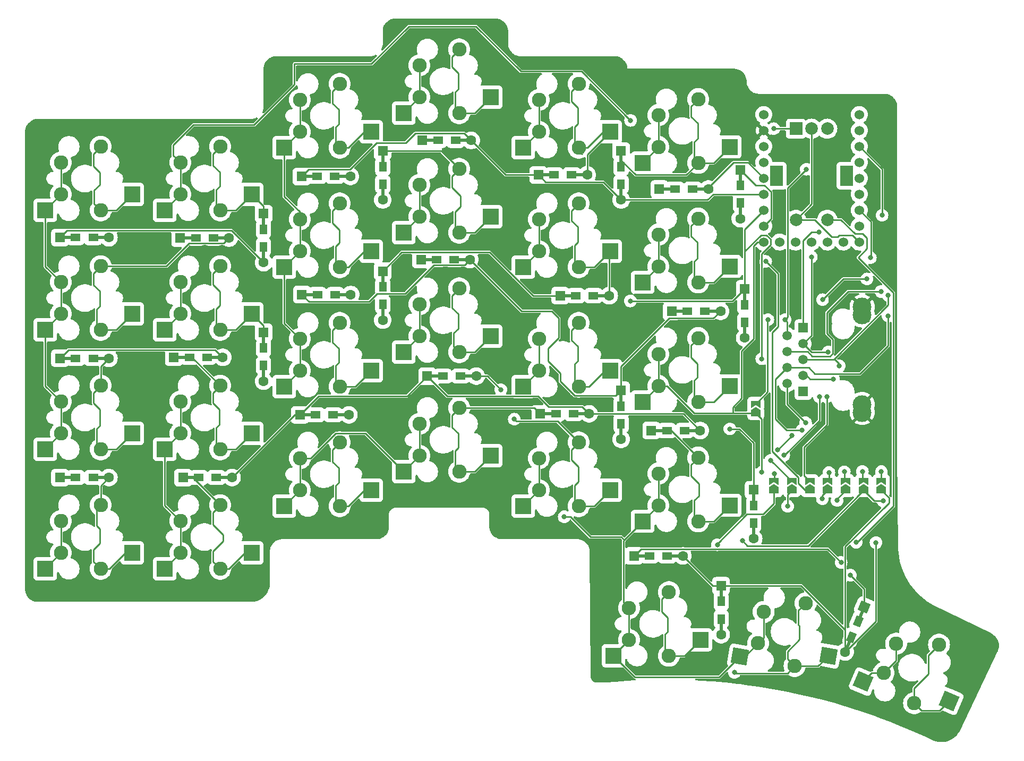
<source format=gbl>
G04 #@! TF.GenerationSoftware,KiCad,Pcbnew,8.0.8*
G04 #@! TF.CreationDate,2025-02-11T03:27:34+10:00*
G04 #@! TF.ProjectId,wetsocks54k,77657473-6f63-46b7-9335-346b2e6b6963,2*
G04 #@! TF.SameCoordinates,Original*
G04 #@! TF.FileFunction,Copper,L2,Bot*
G04 #@! TF.FilePolarity,Positive*
%FSLAX46Y46*%
G04 Gerber Fmt 4.6, Leading zero omitted, Abs format (unit mm)*
G04 Created by KiCad (PCBNEW 8.0.8) date 2025-02-11 03:27:34*
%MOMM*%
%LPD*%
G01*
G04 APERTURE LIST*
G04 Aperture macros list*
%AMRotRect*
0 Rectangle, with rotation*
0 The origin of the aperture is its center*
0 $1 length*
0 $2 width*
0 $3 Rotation angle, in degrees counterclockwise*
0 Add horizontal line*
21,1,$1,$2,0,0,$3*%
%AMFreePoly0*
4,1,6,0.500000,-0.750000,-0.650000,-0.750000,-0.150000,0.000000,-0.650000,0.750000,0.500000,0.750000,0.500000,-0.750000,0.500000,-0.750000,$1*%
%AMFreePoly1*
4,1,6,1.000000,0.000000,0.500000,-0.750000,-0.500000,-0.750000,-0.500000,0.750000,0.500000,0.750000,1.000000,0.000000,1.000000,0.000000,$1*%
G04 Aperture macros list end*
G04 #@! TA.AperFunction,ComponentPad*
%ADD10R,1.500000X1.500000*%
G04 #@! TD*
G04 #@! TA.AperFunction,ComponentPad*
%ADD11C,1.500000*%
G04 #@! TD*
G04 #@! TA.AperFunction,ComponentPad*
%ADD12C,3.000000*%
G04 #@! TD*
G04 #@! TA.AperFunction,SMDPad,CuDef*
%ADD13R,1.600000X1.200000*%
G04 #@! TD*
G04 #@! TA.AperFunction,SMDPad,CuDef*
%ADD14R,2.900000X0.500000*%
G04 #@! TD*
G04 #@! TA.AperFunction,ComponentPad*
%ADD15R,1.600000X1.600000*%
G04 #@! TD*
G04 #@! TA.AperFunction,ComponentPad*
%ADD16C,1.600000*%
G04 #@! TD*
G04 #@! TA.AperFunction,SMDPad,CuDef*
%ADD17R,2.550000X2.500000*%
G04 #@! TD*
G04 #@! TA.AperFunction,ComponentPad*
%ADD18C,2.286000*%
G04 #@! TD*
G04 #@! TA.AperFunction,SMDPad,CuDef*
%ADD19R,1.200000X1.600000*%
G04 #@! TD*
G04 #@! TA.AperFunction,SMDPad,CuDef*
%ADD20R,0.500000X2.900000*%
G04 #@! TD*
G04 #@! TA.AperFunction,ComponentPad*
%ADD21C,1.524000*%
G04 #@! TD*
G04 #@! TA.AperFunction,SMDPad,CuDef*
%ADD22RotRect,1.600000X1.200000X67.000000*%
G04 #@! TD*
G04 #@! TA.AperFunction,SMDPad,CuDef*
%ADD23RotRect,2.900000X0.500000X67.000000*%
G04 #@! TD*
G04 #@! TA.AperFunction,ComponentPad*
%ADD24RotRect,1.600000X1.600000X67.000000*%
G04 #@! TD*
G04 #@! TA.AperFunction,SMDPad,CuDef*
%ADD25RotRect,2.550000X2.500000X350.000000*%
G04 #@! TD*
G04 #@! TA.AperFunction,SMDPad,CuDef*
%ADD26RotRect,2.550000X2.500000X337.000000*%
G04 #@! TD*
G04 #@! TA.AperFunction,SMDPad,CuDef*
%ADD27FreePoly0,90.000000*%
G04 #@! TD*
G04 #@! TA.AperFunction,SMDPad,CuDef*
%ADD28FreePoly1,90.000000*%
G04 #@! TD*
G04 #@! TA.AperFunction,ComponentPad*
%ADD29R,2.000000X2.000000*%
G04 #@! TD*
G04 #@! TA.AperFunction,ComponentPad*
%ADD30C,2.000000*%
G04 #@! TD*
G04 #@! TA.AperFunction,ComponentPad*
%ADD31R,2.000000X3.200000*%
G04 #@! TD*
G04 #@! TA.AperFunction,ViaPad*
%ADD32C,0.800000*%
G04 #@! TD*
G04 #@! TA.AperFunction,Conductor*
%ADD33C,0.250000*%
G04 #@! TD*
G04 APERTURE END LIST*
D10*
X160478600Y-92670000D03*
D11*
X157938600Y-93940000D03*
X160478600Y-95210000D03*
X157938600Y-96480000D03*
X160478600Y-97750000D03*
X157938600Y-99020000D03*
X160478600Y-100290000D03*
X157938600Y-101560000D03*
D12*
X169878600Y-89345000D03*
X169878600Y-104885000D03*
D10*
X160478600Y-102830000D03*
D11*
X157938600Y-101560000D03*
X160478600Y-100290000D03*
X157938600Y-99020000D03*
X160478600Y-97750000D03*
X157938600Y-96480000D03*
X160478600Y-95210000D03*
X157938600Y-93940000D03*
D12*
X169878600Y-106155000D03*
X169878600Y-90615000D03*
D13*
X136008600Y-129035000D03*
D14*
X134908600Y-129035000D03*
D15*
X133508600Y-129035000D03*
D16*
X141308600Y-129035000D03*
D14*
X139908600Y-129035000D03*
D13*
X138808600Y-129035000D03*
X102258600Y-62785000D03*
D14*
X101158600Y-62785000D03*
D15*
X99758600Y-62785000D03*
D16*
X107558600Y-62785000D03*
D14*
X106158600Y-62785000D03*
D13*
X105058600Y-62785000D03*
D17*
X130245000Y-144945000D03*
D18*
X132725000Y-137325000D03*
X132725000Y-142405000D03*
X139075000Y-134785000D03*
X139075000Y-144945000D03*
D17*
X144095000Y-142405000D03*
X77768600Y-63945000D03*
D18*
X80248600Y-56325000D03*
X80248600Y-61405000D03*
X86598600Y-53785000D03*
X86598600Y-63945000D03*
D17*
X91618600Y-61405000D03*
D19*
X93458600Y-66965000D03*
D20*
X93458600Y-65865000D03*
D15*
X93458600Y-64465000D03*
D16*
X93458600Y-72265000D03*
D20*
X93458600Y-70865000D03*
D19*
X93458600Y-69765000D03*
X74458600Y-76965000D03*
D20*
X74458600Y-75865000D03*
D15*
X74458600Y-74465000D03*
D16*
X74458600Y-82265000D03*
D20*
X74458600Y-80865000D03*
D19*
X74458600Y-79765000D03*
D13*
X103058600Y-100365000D03*
D14*
X101958600Y-100365000D03*
D15*
X100558600Y-100365000D03*
D16*
X108358600Y-100365000D03*
D14*
X106958600Y-100365000D03*
D13*
X105858600Y-100365000D03*
X63658600Y-78365000D03*
D14*
X62558600Y-78365000D03*
D15*
X61158600Y-78365000D03*
D16*
X68958600Y-78365000D03*
D14*
X67558600Y-78365000D03*
D13*
X66458600Y-78365000D03*
D19*
X131458600Y-105135000D03*
D20*
X131458600Y-104035000D03*
D15*
X131458600Y-102635000D03*
D16*
X131458600Y-110435000D03*
D20*
X131458600Y-109035000D03*
D19*
X131458600Y-107935000D03*
D17*
X134918600Y-104465000D03*
D18*
X137398600Y-96845000D03*
X137398600Y-101925000D03*
X143748600Y-94305000D03*
X143748600Y-104465000D03*
D17*
X148768600Y-101925000D03*
D21*
X169428000Y-58668800D03*
X169428000Y-61208800D03*
X169428000Y-63748800D03*
X169428000Y-66288800D03*
X169428000Y-68828800D03*
X169428000Y-71368800D03*
X169428000Y-73908800D03*
X169428000Y-76448800D03*
X169428000Y-78988800D03*
X166888000Y-78988800D03*
X164348000Y-78988800D03*
X161808000Y-78988800D03*
X159268000Y-78988800D03*
X156728000Y-78988800D03*
X154188000Y-78988800D03*
X154188000Y-76448800D03*
X154188000Y-73908800D03*
X154188000Y-71368800D03*
X154188000Y-68828800D03*
X154188000Y-66288800D03*
X154188000Y-63748800D03*
X154188000Y-61208800D03*
X154188000Y-58668800D03*
D13*
X82758600Y-106535000D03*
D14*
X81658600Y-106535000D03*
D15*
X80258600Y-106535000D03*
D16*
X88058600Y-106535000D03*
D14*
X86658600Y-106535000D03*
D13*
X85558600Y-106535000D03*
D17*
X134918600Y-66365000D03*
D18*
X137398600Y-58745000D03*
X137398600Y-63825000D03*
X143748600Y-56205000D03*
X143748600Y-66365000D03*
D17*
X148768600Y-63825000D03*
D13*
X44508600Y-116535000D03*
D14*
X43408600Y-116535000D03*
D15*
X42008600Y-116535000D03*
D16*
X49808600Y-116535000D03*
D14*
X48408600Y-116535000D03*
D13*
X47308600Y-116535000D03*
D17*
X115868600Y-121095000D03*
D18*
X118348600Y-113475000D03*
X118348600Y-118555000D03*
X124698600Y-110935000D03*
X124698600Y-121095000D03*
D17*
X129718600Y-118555000D03*
X96818600Y-115595000D03*
D18*
X99298600Y-107975000D03*
X99298600Y-113055000D03*
X105648600Y-105435000D03*
X105648600Y-115595000D03*
D17*
X110668600Y-113055000D03*
D19*
X93458600Y-86135000D03*
D20*
X93458600Y-85035000D03*
D15*
X93458600Y-83635000D03*
D16*
X93458600Y-91435000D03*
D20*
X93458600Y-90035000D03*
D19*
X93458600Y-88935000D03*
D13*
X138758600Y-109035000D03*
D14*
X137658600Y-109035000D03*
D15*
X136258600Y-109035000D03*
D16*
X144058600Y-109035000D03*
D14*
X142658600Y-109035000D03*
D13*
X141558600Y-109035000D03*
D19*
X74458600Y-95885000D03*
D20*
X74458600Y-94785000D03*
D15*
X74458600Y-93385000D03*
D16*
X74458600Y-101185000D03*
D20*
X74458600Y-99785000D03*
D19*
X74458600Y-98685000D03*
D13*
X120758600Y-68285000D03*
D14*
X119658600Y-68285000D03*
D15*
X118258600Y-68285000D03*
D16*
X126058600Y-68285000D03*
D14*
X124658600Y-68285000D03*
D13*
X123558600Y-68285000D03*
X44508600Y-97535000D03*
D14*
X43408600Y-97535000D03*
D15*
X42008600Y-97535000D03*
D16*
X49808600Y-97535000D03*
D14*
X48408600Y-97535000D03*
D13*
X47308600Y-97535000D03*
D17*
X96818600Y-96545000D03*
D18*
X99298600Y-88925000D03*
X99298600Y-94005000D03*
X105648600Y-86385000D03*
X105648600Y-96545000D03*
D17*
X110668600Y-94005000D03*
D13*
X142008600Y-90035000D03*
D14*
X140908600Y-90035000D03*
D15*
X139508600Y-90035000D03*
D16*
X147308600Y-90035000D03*
D14*
X145908600Y-90035000D03*
D13*
X144808600Y-90035000D03*
D17*
X77768600Y-82995000D03*
D18*
X80248600Y-75375000D03*
X80248600Y-80455000D03*
X86598600Y-72835000D03*
X86598600Y-82995000D03*
D17*
X91618600Y-80455000D03*
D13*
X124258600Y-87535000D03*
D14*
X123158600Y-87535000D03*
D15*
X121758600Y-87535000D03*
D16*
X129558600Y-87535000D03*
D14*
X128158600Y-87535000D03*
D13*
X127058600Y-87535000D03*
D17*
X39668600Y-131095000D03*
D18*
X42148600Y-123475000D03*
X42148600Y-128555000D03*
X48498600Y-120935000D03*
X48498600Y-131095000D03*
D17*
X53518600Y-128555000D03*
X115868600Y-63945000D03*
D18*
X118348600Y-56325000D03*
X118348600Y-61405000D03*
X124698600Y-53785000D03*
X124698600Y-63945000D03*
D17*
X129718600Y-61405000D03*
X39668600Y-92995000D03*
D18*
X42148600Y-85375000D03*
X42148600Y-90455000D03*
X48498600Y-82835000D03*
X48498600Y-92995000D03*
D17*
X53518600Y-90455000D03*
X134918600Y-123515000D03*
D18*
X137398600Y-115895000D03*
X137398600Y-120975000D03*
X143748600Y-113355000D03*
X143748600Y-123515000D03*
D17*
X148768600Y-120975000D03*
D13*
X44508600Y-78285000D03*
D14*
X43408600Y-78285000D03*
D15*
X42008600Y-78285000D03*
D16*
X49808600Y-78285000D03*
D14*
X48408600Y-78285000D03*
D13*
X47308600Y-78285000D03*
D17*
X58718600Y-112045000D03*
D18*
X61198600Y-104425000D03*
X61198600Y-109505000D03*
X67548600Y-101885000D03*
X67548600Y-112045000D03*
D17*
X72568600Y-109505000D03*
X39668600Y-73945000D03*
D18*
X42148600Y-66325000D03*
X42148600Y-71405000D03*
X48498600Y-63785000D03*
X48498600Y-73945000D03*
D17*
X53518600Y-71405000D03*
X77768600Y-102045000D03*
D18*
X80248600Y-94425000D03*
X80248600Y-99505000D03*
X86598600Y-91885000D03*
X86598600Y-102045000D03*
D17*
X91618600Y-99505000D03*
X58718601Y-73945000D03*
D18*
X61198601Y-66325000D03*
X61198601Y-71405000D03*
X67548601Y-63785000D03*
X67548601Y-73945000D03*
D17*
X72568601Y-71405000D03*
D13*
X83058600Y-87365000D03*
D14*
X81958600Y-87365000D03*
D15*
X80558600Y-87365000D03*
D16*
X88358600Y-87365000D03*
D14*
X86958600Y-87365000D03*
D13*
X85858600Y-87365000D03*
D19*
X147408600Y-136285000D03*
D20*
X147408600Y-135185000D03*
D15*
X147408600Y-133785000D03*
D16*
X147408600Y-141585000D03*
D20*
X147408600Y-140185000D03*
D19*
X147408600Y-139085000D03*
D22*
X169252648Y-139457586D03*
D23*
X169682452Y-138445031D03*
D24*
X170229475Y-137156324D03*
D16*
X167181773Y-144336262D03*
D23*
X167728796Y-143047555D03*
D22*
X168158600Y-142035000D03*
D19*
X150458600Y-69965000D03*
D20*
X150458600Y-68865000D03*
D15*
X150458600Y-67465000D03*
D16*
X150458600Y-75265000D03*
D20*
X150458600Y-73865000D03*
D19*
X150458600Y-72765000D03*
D17*
X58718600Y-92995000D03*
D18*
X61198600Y-85375000D03*
X61198600Y-90455000D03*
X67548600Y-82835000D03*
X67548600Y-92995000D03*
D17*
X72568600Y-90455000D03*
D25*
X150412466Y-145045576D03*
D18*
X154177989Y-137971989D03*
X153295856Y-142974812D03*
X160872584Y-136573243D03*
X159108319Y-146578890D03*
D25*
X164493120Y-144949192D03*
D19*
X151158600Y-88965000D03*
D20*
X151158600Y-87865000D03*
D15*
X151158600Y-86465000D03*
D16*
X151158600Y-94265000D03*
D20*
X151158600Y-92865000D03*
D19*
X151158600Y-91765000D03*
D17*
X58718600Y-131095000D03*
D18*
X61198600Y-123475000D03*
X61198600Y-128555000D03*
X67548600Y-120935000D03*
X67548600Y-131095000D03*
D17*
X72568600Y-128555000D03*
X96818600Y-77495000D03*
D18*
X99298600Y-69875000D03*
X99298600Y-74955000D03*
X105648600Y-67335000D03*
X105648600Y-77495000D03*
D17*
X110668600Y-74955000D03*
X134918600Y-85415000D03*
D18*
X137398600Y-77795000D03*
X137398600Y-82875000D03*
X143748600Y-75255000D03*
X143748600Y-85415000D03*
D17*
X148768600Y-82875000D03*
D13*
X102058600Y-81785000D03*
D14*
X100958600Y-81785000D03*
D15*
X99558600Y-81785000D03*
D16*
X107358600Y-81785000D03*
D14*
X105958600Y-81785000D03*
D13*
X104858600Y-81785000D03*
D17*
X115868600Y-102045000D03*
D18*
X118348600Y-94425000D03*
X118348600Y-99505000D03*
X124698600Y-91885000D03*
X124698600Y-102045000D03*
D17*
X129718600Y-99505000D03*
D26*
X170035110Y-149069174D03*
D18*
X175295334Y-143023940D03*
X173310419Y-147700105D03*
X182132996Y-143167000D03*
X178163168Y-152519330D03*
D26*
X183776560Y-152142718D03*
D17*
X77768600Y-121095000D03*
D18*
X80248600Y-113475000D03*
X80248600Y-118555000D03*
X86598600Y-110935000D03*
X86598600Y-121095000D03*
D17*
X91618600Y-118555000D03*
X39668600Y-112045000D03*
D18*
X42148600Y-104425000D03*
X42148600Y-109505000D03*
X48498600Y-101885000D03*
X48498600Y-112045000D03*
D17*
X53518600Y-109505000D03*
D13*
X140058600Y-70535000D03*
D14*
X138958600Y-70535000D03*
D15*
X137558600Y-70535000D03*
D16*
X145358600Y-70535000D03*
D14*
X143958600Y-70535000D03*
D13*
X142858600Y-70535000D03*
D17*
X96818600Y-58445000D03*
D18*
X99298600Y-50825000D03*
X99298600Y-55905000D03*
X105648600Y-48285000D03*
X105648600Y-58445000D03*
D17*
X110668600Y-55905000D03*
X115868600Y-82995000D03*
D18*
X118348600Y-75375000D03*
X118348600Y-80455000D03*
X124698600Y-72835000D03*
X124698600Y-82995000D03*
D17*
X129718600Y-80455000D03*
D13*
X121058600Y-106365000D03*
D14*
X119958600Y-106365000D03*
D15*
X118558600Y-106365000D03*
D16*
X126358600Y-106365000D03*
D14*
X124958600Y-106365000D03*
D13*
X123858600Y-106365000D03*
X62658600Y-97365000D03*
D14*
X61558600Y-97365000D03*
D15*
X60158600Y-97365000D03*
D16*
X67958600Y-97365000D03*
D14*
X66558600Y-97365000D03*
D13*
X65458600Y-97365000D03*
X83008600Y-68535000D03*
D14*
X81908600Y-68535000D03*
D15*
X80508600Y-68535000D03*
D16*
X88308600Y-68535000D03*
D14*
X86908600Y-68535000D03*
D13*
X85808600Y-68535000D03*
X64133264Y-116535000D03*
D14*
X63033264Y-116535000D03*
D15*
X61633264Y-116535000D03*
D16*
X69433264Y-116535000D03*
D14*
X68033264Y-116535000D03*
D13*
X66933264Y-116535000D03*
D19*
X131458600Y-66965000D03*
D20*
X131458600Y-65865000D03*
D15*
X131458600Y-64465000D03*
D16*
X131458600Y-72265000D03*
D20*
X131458600Y-70865000D03*
D19*
X131458600Y-69765000D03*
X152588600Y-123775000D03*
D20*
X152588600Y-124875000D03*
D16*
X152588600Y-126275000D03*
D15*
X152588600Y-118475000D03*
D20*
X152588600Y-119875000D03*
D19*
X152588600Y-120975000D03*
D27*
X172935823Y-117095227D03*
D28*
X172935823Y-118545227D03*
X164393599Y-118585000D03*
D27*
X164393599Y-117135000D03*
D28*
X152890934Y-106243000D03*
D27*
X152890934Y-104793000D03*
D28*
X155818600Y-118585000D03*
D27*
X155818600Y-117135000D03*
D28*
X161535266Y-118585000D03*
D27*
X161535266Y-117135000D03*
D28*
X158676933Y-118585000D03*
D27*
X158676933Y-117135000D03*
D28*
X170110267Y-118585000D03*
D27*
X170110267Y-117135000D03*
D28*
X167251932Y-118585000D03*
D27*
X167251932Y-117135000D03*
D29*
X159322600Y-60929400D03*
D30*
X164322600Y-60929400D03*
X161822600Y-60929400D03*
D31*
X167422600Y-68429400D03*
X156222600Y-68429400D03*
D30*
X164322600Y-75429400D03*
X159322600Y-75429400D03*
D32*
X158648600Y-109825000D03*
X156438600Y-112085000D03*
X155328600Y-113775000D03*
X171200600Y-81485000D03*
X170648600Y-84885000D03*
X163558600Y-88185000D03*
X165278600Y-100815000D03*
X164238600Y-103665000D03*
X166228600Y-98735000D03*
X161778600Y-81365000D03*
X174018600Y-90755000D03*
X169918600Y-115555000D03*
X160868600Y-107805000D03*
X167048600Y-115625000D03*
X160278600Y-109005000D03*
X173048600Y-74735000D03*
X172898600Y-86875000D03*
X160978600Y-67395000D03*
X154858600Y-91365000D03*
X157618600Y-91365000D03*
X155898600Y-115905000D03*
X157388600Y-112975000D03*
X163068600Y-103675000D03*
X164478600Y-96525000D03*
X174048600Y-87515000D03*
X164584634Y-115748966D03*
X173208600Y-120275000D03*
X150848600Y-126635000D03*
X165888600Y-120185000D03*
X163548600Y-119945000D03*
X158008600Y-121115000D03*
X146808600Y-127258000D03*
X148788600Y-108775000D03*
X154510600Y-82075000D03*
X153878600Y-97605000D03*
X132928600Y-88385000D03*
X132958600Y-59605000D03*
X122388600Y-122795000D03*
X153874634Y-115698966D03*
X114418600Y-107225000D03*
X112278600Y-102515000D03*
X149518600Y-147625000D03*
X172078600Y-126905000D03*
X162998600Y-77415000D03*
X166529773Y-130075000D03*
X167998600Y-132105000D03*
X155788600Y-60915000D03*
X168928600Y-126845000D03*
X172948600Y-115595000D03*
D33*
X164364773Y-127910000D02*
X134633600Y-127910000D01*
X166529773Y-130075000D02*
X164364773Y-127910000D01*
X134633600Y-127910000D02*
X133508600Y-129035000D01*
X158648600Y-109875000D02*
X158648600Y-109825000D01*
X156438600Y-112085000D02*
X158648600Y-109875000D01*
X155328600Y-113786667D02*
X155328600Y-113775000D01*
X158676933Y-117135000D02*
X155328600Y-113786667D01*
X155546600Y-112391213D02*
X155546600Y-93367000D01*
X159683933Y-116528546D02*
X155546600Y-112391213D01*
X159683933Y-117488667D02*
X159683933Y-116528546D01*
X155546600Y-93367000D02*
X156448600Y-92465000D01*
X160780266Y-118585000D02*
X159683933Y-117488667D01*
X156448600Y-92465000D02*
X156448600Y-84013000D01*
X161535266Y-118585000D02*
X160780266Y-118585000D01*
X156448600Y-84013000D02*
X154510600Y-82075000D01*
X154858600Y-91365000D02*
X154808600Y-91415000D01*
X154808600Y-91415000D02*
X154808600Y-102875334D01*
X154808600Y-102875334D02*
X152890934Y-104793000D01*
X157997600Y-70376000D02*
X160978600Y-67395000D01*
X157938600Y-91685000D02*
X157938600Y-93940000D01*
X157618600Y-91365000D02*
X157938600Y-91685000D01*
X157997600Y-90986000D02*
X157997600Y-70376000D01*
X157618600Y-91365000D02*
X157997600Y-90986000D01*
X171258600Y-75739400D02*
X169428000Y-73908800D01*
X171258600Y-81427000D02*
X171258600Y-75739400D01*
X171200600Y-81485000D02*
X171258600Y-81427000D01*
X166505349Y-75429400D02*
X164322600Y-75429400D01*
X168730949Y-77655000D02*
X166505349Y-75429400D01*
X174848600Y-87045000D02*
X169228600Y-81425000D01*
X174848600Y-121085000D02*
X174848600Y-87045000D01*
X170648600Y-80005000D02*
X170648600Y-78375000D01*
X169088600Y-126845000D02*
X174848600Y-121085000D01*
X170648600Y-78375000D02*
X169928600Y-77655000D01*
X169928600Y-77655000D02*
X168730949Y-77655000D01*
X168928600Y-126845000D02*
X169088600Y-126845000D01*
X169228600Y-81425000D02*
X170648600Y-80005000D01*
X166858600Y-84885000D02*
X170648600Y-84885000D01*
X163558600Y-88185000D02*
X166858600Y-84885000D01*
X161548600Y-100815000D02*
X165278600Y-100815000D01*
X160478600Y-100290000D02*
X161023600Y-100290000D01*
X161023600Y-100290000D02*
X161548600Y-100815000D01*
X160658600Y-111685000D02*
X160658600Y-116258334D01*
X160658600Y-116258334D02*
X161535266Y-117135000D01*
X164238600Y-108105000D02*
X160658600Y-111685000D01*
X164238600Y-103665000D02*
X164238600Y-108105000D01*
X166228600Y-98435000D02*
X166228600Y-98735000D01*
X165434070Y-97640470D02*
X166228600Y-98435000D01*
X165434070Y-97640470D02*
X174048600Y-89025940D01*
X165324540Y-97750000D02*
X165434070Y-97640470D01*
X162358600Y-99995000D02*
X169548600Y-99995000D01*
X169548600Y-99995000D02*
X174018600Y-95525000D01*
X161383600Y-99020000D02*
X162358600Y-99995000D01*
X157938600Y-99020000D02*
X161383600Y-99020000D01*
X174018600Y-95525000D02*
X174018600Y-90755000D01*
X161778600Y-93910000D02*
X161778600Y-81365000D01*
X160478600Y-95210000D02*
X161778600Y-93910000D01*
X169918600Y-115555000D02*
X169918600Y-116943333D01*
X169918600Y-116943333D02*
X170110267Y-117135000D01*
X157938600Y-104875000D02*
X160868600Y-107805000D01*
X157938600Y-101560000D02*
X157938600Y-104875000D01*
X157858600Y-109005000D02*
X160278600Y-109005000D01*
X156098600Y-107245000D02*
X157858600Y-109005000D01*
X156098600Y-100860000D02*
X156098600Y-107245000D01*
X157938600Y-99020000D02*
X156098600Y-100860000D01*
X167048600Y-115625000D02*
X167048600Y-116931668D01*
X167048600Y-116931668D02*
X167251932Y-117135000D01*
X167648600Y-86875000D02*
X172898600Y-86875000D01*
X164258600Y-93545000D02*
X164258600Y-90265000D01*
X164746777Y-97178891D02*
X165188600Y-96737068D01*
X161215441Y-96480000D02*
X161914332Y-97178891D01*
X161914332Y-97178891D02*
X164746777Y-97178891D01*
X164258600Y-90265000D02*
X167648600Y-86875000D01*
X157938600Y-96480000D02*
X161215441Y-96480000D01*
X165188600Y-96737068D02*
X165188600Y-94475000D01*
X165188600Y-94475000D02*
X164258600Y-93545000D01*
X173048600Y-74735000D02*
X173048600Y-67369400D01*
X173048600Y-67369400D02*
X169428000Y-63748800D01*
X157568600Y-93570000D02*
X157938600Y-93940000D01*
X161788600Y-77415000D02*
X162998600Y-77415000D01*
X160478600Y-78725000D02*
X161788600Y-77415000D01*
X160478600Y-92670000D02*
X160478600Y-78725000D01*
X155898600Y-117055000D02*
X155818600Y-117135000D01*
X155898600Y-115905000D02*
X155898600Y-117055000D01*
X157528600Y-112975000D02*
X157388600Y-112975000D01*
X163068600Y-107435000D02*
X157528600Y-112975000D01*
X163068600Y-103675000D02*
X163068600Y-107435000D01*
X161793600Y-96525000D02*
X164478600Y-96525000D01*
X160478600Y-95210000D02*
X161793600Y-96525000D01*
X174048600Y-89025940D02*
X174048600Y-87515000D01*
X160478600Y-97750000D02*
X165324540Y-97750000D01*
X164584634Y-115748966D02*
X164584634Y-116943965D01*
X164584634Y-116943965D02*
X164393599Y-117135000D01*
X171800267Y-120275000D02*
X173208600Y-120275000D01*
X170110267Y-118585000D02*
X171800267Y-120275000D01*
X151613600Y-127400000D02*
X150848600Y-126635000D01*
X161295267Y-127400000D02*
X151613600Y-127400000D01*
X170110267Y-118585000D02*
X161295267Y-127400000D01*
X165888600Y-119948332D02*
X167251932Y-118585000D01*
X165888600Y-120185000D02*
X165888600Y-119948332D01*
X163548600Y-119945000D02*
X163548600Y-119429999D01*
X163548600Y-119429999D02*
X164393599Y-118585000D01*
X158008600Y-119253333D02*
X158676933Y-118585000D01*
X158008600Y-121115000D02*
X158008600Y-119253333D01*
X155818600Y-120705000D02*
X155818600Y-118585000D01*
X154128600Y-122395000D02*
X155818600Y-120705000D01*
X151508600Y-122395000D02*
X154128600Y-122395000D01*
X146808600Y-127095000D02*
X151508600Y-122395000D01*
X146808600Y-127258000D02*
X146808600Y-127095000D01*
X152588600Y-111035000D02*
X152588600Y-118475000D01*
X148788600Y-108775000D02*
X150328600Y-108775000D01*
X150328600Y-108775000D02*
X152588600Y-111035000D01*
X174158600Y-119768004D02*
X172935823Y-118545227D01*
X174158600Y-120565000D02*
X174158600Y-119768004D01*
X153838600Y-107190666D02*
X152890934Y-106243000D01*
X153874634Y-115698966D02*
X153838600Y-115662932D01*
X153838600Y-115662932D02*
X153838600Y-107190666D01*
X167181773Y-127541827D02*
X174158600Y-120565000D01*
X167181773Y-144336262D02*
X167181773Y-127541827D01*
X151158600Y-80480949D02*
X151158600Y-86465000D01*
X154638251Y-77901800D02*
X153737749Y-77901800D01*
X155275000Y-78538549D02*
X154638251Y-77901800D01*
X153858600Y-97585000D02*
X153858600Y-80855451D01*
X155275000Y-79439051D02*
X155275000Y-78538549D01*
X153737749Y-77901800D02*
X151158600Y-80480949D01*
X153878600Y-97605000D02*
X153858600Y-97585000D01*
X153858600Y-80855451D02*
X155275000Y-79439051D01*
X69353600Y-77160000D02*
X74458600Y-82265000D01*
X42008600Y-78285000D02*
X43133600Y-77160000D01*
X81633600Y-67410000D02*
X88263600Y-67410000D01*
X146115791Y-71368800D02*
X154188000Y-71368800D01*
X106433600Y-61660000D02*
X107558600Y-62785000D01*
X145219591Y-72265000D02*
X146115791Y-71368800D01*
X128603600Y-69410000D02*
X131458600Y-72265000D01*
X113058600Y-68285000D02*
X118258600Y-68285000D01*
X92508600Y-63165000D02*
X97128600Y-63165000D01*
X97128600Y-63165000D02*
X98633600Y-61660000D01*
X88263600Y-67410000D02*
X92508600Y-63165000D01*
X80508600Y-68535000D02*
X81633600Y-67410000D01*
X119383600Y-69410000D02*
X128603600Y-69410000D01*
X131458600Y-72265000D02*
X145219591Y-72265000D01*
X107558600Y-62785000D02*
X113058600Y-68285000D01*
X118258600Y-68285000D02*
X119383600Y-69410000D01*
X43133600Y-77160000D02*
X69353600Y-77160000D01*
X98633600Y-61660000D02*
X106433600Y-61660000D01*
X146228600Y-66365000D02*
X148768600Y-63825000D01*
X143748600Y-56205000D02*
X142605600Y-57348000D01*
X143679946Y-60063653D02*
X143679946Y-62506347D01*
X133768600Y-68244000D02*
X131458600Y-65934000D01*
X131458600Y-65934000D02*
X131458600Y-64465000D01*
X143139600Y-65756000D02*
X143748600Y-66365000D01*
X141869600Y-68244000D02*
X133768600Y-68244000D01*
X143748600Y-66365000D02*
X146228600Y-66365000D01*
X143139600Y-63046693D02*
X143139600Y-65756000D01*
X142605600Y-57348000D02*
X142605600Y-58989307D01*
X143679946Y-62506347D02*
X143139600Y-63046693D01*
X143748600Y-66365000D02*
X141869600Y-68244000D01*
X142605600Y-58989307D02*
X143679946Y-60063653D01*
X149333600Y-66340000D02*
X151699200Y-66340000D01*
X96433600Y-80660000D02*
X110543600Y-80660000D01*
X110543600Y-80660000D02*
X117418600Y-87535000D01*
X145358600Y-70315000D02*
X149333600Y-66340000D01*
X93458600Y-83635000D02*
X96433600Y-80660000D01*
X117418600Y-87535000D02*
X121758600Y-87535000D01*
X151699200Y-66340000D02*
X154188000Y-68828800D01*
X145358600Y-70535000D02*
X145358600Y-70315000D01*
X143139600Y-84806000D02*
X143748600Y-85415000D01*
X143139600Y-82096693D02*
X143139600Y-84806000D01*
X142605600Y-76398000D02*
X142605600Y-78039307D01*
X143581500Y-81654793D02*
X143139600Y-82096693D01*
X143581500Y-79015207D02*
X143581500Y-81654793D01*
X143748600Y-75255000D02*
X142605600Y-76398000D01*
X146228600Y-85415000D02*
X148768600Y-82875000D01*
X142605600Y-78039307D02*
X143581500Y-79015207D01*
X143748600Y-85415000D02*
X146228600Y-85415000D01*
X81683600Y-88490000D02*
X91293600Y-88490000D01*
X91293600Y-88490000D02*
X92596600Y-87187000D01*
X119785700Y-97947887D02*
X121802813Y-99965000D01*
X121497600Y-94270213D02*
X119785700Y-95982113D01*
X101626600Y-82637000D02*
X106506600Y-82637000D01*
X121802813Y-101225279D02*
X124090534Y-103513000D01*
X80558600Y-87365000D02*
X81683600Y-88490000D01*
X43368600Y-96175000D02*
X66768600Y-96175000D01*
X130580600Y-103513000D02*
X131458600Y-102635000D01*
X131458600Y-102635000D02*
X131458600Y-98857693D01*
X131458600Y-98857693D02*
X139156293Y-91160000D01*
X119785700Y-95982113D02*
X119785700Y-97947887D01*
X42008600Y-97535000D02*
X43368600Y-96175000D01*
X115579600Y-90006000D02*
X120396907Y-90006000D01*
X124090534Y-103513000D02*
X130580600Y-103513000D01*
X92596600Y-87187000D02*
X97076600Y-87187000D01*
X121802813Y-99965000D02*
X121802813Y-101225279D01*
X139156293Y-91160000D02*
X146183600Y-91160000D01*
X66768600Y-96175000D02*
X67958600Y-97365000D01*
X97076600Y-87187000D02*
X101626600Y-82637000D01*
X106506600Y-82637000D02*
X107358600Y-81785000D01*
X107358600Y-81785000D02*
X115579600Y-90006000D01*
X120396907Y-90006000D02*
X121497600Y-91106693D01*
X146183600Y-91160000D02*
X147308600Y-90035000D01*
X121497600Y-91106693D02*
X121497600Y-94270213D01*
X142605600Y-97426213D02*
X143581500Y-98402113D01*
X143748600Y-104465000D02*
X146228600Y-104465000D01*
X143748600Y-94305000D02*
X142605600Y-95448000D01*
X143581500Y-100572100D02*
X143139600Y-101014000D01*
X143581500Y-98402113D02*
X143581500Y-100572100D01*
X143139600Y-103856000D02*
X143748600Y-104465000D01*
X143139600Y-101014000D02*
X143139600Y-103856000D01*
X142605600Y-95448000D02*
X142605600Y-97426213D01*
X146228600Y-104465000D02*
X148768600Y-101925000D01*
X124698600Y-63945000D02*
X126085907Y-63945000D01*
X126058600Y-68285000D02*
X126058600Y-65065000D01*
X124089600Y-60626693D02*
X124089600Y-63336000D01*
X124089600Y-63796000D02*
X125278600Y-64985000D01*
X126085907Y-63945000D02*
X128625907Y-61405000D01*
X126058600Y-65065000D02*
X129718600Y-61405000D01*
X124698600Y-53785000D02*
X123555600Y-54928000D01*
X124599946Y-57613653D02*
X124599946Y-60116347D01*
X124089600Y-60626693D02*
X124089600Y-63796000D01*
X123555600Y-54928000D02*
X123555600Y-56569307D01*
X124089600Y-63336000D02*
X124698600Y-63945000D01*
X124599946Y-60116347D02*
X124089600Y-60626693D01*
X128625907Y-61405000D02*
X129718600Y-61405000D01*
X123555600Y-56569307D02*
X124599946Y-57613653D01*
X129558600Y-87535000D02*
X129558600Y-80615000D01*
X124089600Y-82386000D02*
X124698600Y-82995000D01*
X124531500Y-76595207D02*
X124531500Y-79042100D01*
X124089600Y-79484000D02*
X124089600Y-82386000D01*
X124531500Y-79042100D02*
X124089600Y-79484000D01*
X124698600Y-82995000D02*
X127178600Y-82995000D01*
X127178600Y-82995000D02*
X129718600Y-80455000D01*
X129558600Y-80615000D02*
X129718600Y-80455000D01*
X123555600Y-75619307D02*
X124531500Y-76595207D01*
X123555600Y-73978000D02*
X123555600Y-75619307D01*
X124698600Y-72835000D02*
X123555600Y-73978000D01*
X105481500Y-54612100D02*
X105039600Y-55054000D01*
X105039600Y-55054000D02*
X105039600Y-57836000D01*
X108128600Y-58445000D02*
X110668600Y-55905000D01*
X105648600Y-58445000D02*
X108128600Y-58445000D01*
X104505600Y-51112000D02*
X105481500Y-52087900D01*
X105039600Y-57836000D02*
X105648600Y-58445000D01*
X105481500Y-52087900D02*
X105481500Y-54612100D01*
X105648600Y-48285000D02*
X104505600Y-49428000D01*
X104505600Y-49428000D02*
X104505600Y-51112000D01*
X85455599Y-114056212D02*
X86431500Y-115032113D01*
X91618600Y-118555000D02*
X90525907Y-118555000D01*
X87985907Y-121095000D02*
X86598600Y-121095000D01*
X90525907Y-118555000D02*
X87985907Y-121095000D01*
X85989600Y-120486000D02*
X86598600Y-121095000D01*
X86431500Y-115032113D02*
X86431500Y-117334793D01*
X85455599Y-112078000D02*
X85455599Y-114056212D01*
X86431500Y-117334793D02*
X85989600Y-117776693D01*
X85989600Y-117776693D02*
X85989600Y-120486000D01*
X86598599Y-110935000D02*
X85455599Y-112078000D01*
X150458600Y-67465000D02*
X152909400Y-69915800D01*
X90690600Y-109467000D02*
X96818600Y-115595000D01*
X77768600Y-82995000D02*
X77768600Y-82935000D01*
X96818600Y-77495000D02*
X96818600Y-77435000D01*
X173310419Y-147700105D02*
X175295334Y-145715190D01*
X155348600Y-75288200D02*
X154188000Y-76448800D01*
X80248600Y-80455000D02*
X80248600Y-74222307D01*
X96818600Y-77435000D02*
X99298600Y-74955000D01*
X96818600Y-58385000D02*
X96818600Y-58445000D01*
X175295334Y-145715190D02*
X175295334Y-143023940D01*
X77768600Y-102045000D02*
X77768600Y-101985000D01*
X96818600Y-96485000D02*
X99298600Y-94005000D01*
X96818600Y-115535000D02*
X99298600Y-113055000D01*
X80248600Y-113475000D02*
X81982533Y-113475000D01*
X99298600Y-88925000D02*
X99298600Y-94005000D01*
X155348600Y-70992149D02*
X155348600Y-75288200D01*
X96818600Y-115595000D02*
X96818600Y-115535000D01*
X77768600Y-71742307D02*
X77768600Y-63945000D01*
X77768600Y-63945000D02*
X77768600Y-63885000D01*
X85990533Y-109467000D02*
X90690600Y-109467000D01*
X80248600Y-94425000D02*
X80248600Y-99505000D01*
X80248600Y-94425000D02*
X77768600Y-91945000D01*
X80248600Y-74222307D02*
X77768600Y-71742307D01*
X99298600Y-113055000D02*
X99298600Y-107975000D01*
X173310419Y-147700105D02*
X171404179Y-147700105D01*
X77768600Y-63885000D02*
X80248600Y-61405000D01*
X96818600Y-96545000D02*
X96818600Y-96485000D01*
X99298600Y-69875000D02*
X99298600Y-74955000D01*
X154272251Y-69915800D02*
X155348600Y-70992149D01*
X171404179Y-147700105D02*
X170035110Y-149069174D01*
X77768600Y-82935000D02*
X80248600Y-80455000D01*
X77768600Y-121035000D02*
X80248600Y-118555000D01*
X77768600Y-121095000D02*
X77768600Y-121035000D01*
X80248600Y-75375000D02*
X80248600Y-80455000D01*
X77768600Y-91945000D02*
X77768600Y-82995000D01*
X77768600Y-101985000D02*
X80248600Y-99505000D01*
X152909400Y-69915800D02*
X154272251Y-69915800D01*
X81982533Y-113475000D02*
X85990533Y-109467000D01*
X80248600Y-113475000D02*
X80248600Y-118555000D01*
X80248600Y-56325000D02*
X80248600Y-61405000D01*
X99298600Y-50825000D02*
X99298600Y-55905000D01*
X99298600Y-55905000D02*
X96818600Y-58385000D01*
X39668600Y-92935000D02*
X42148600Y-90455000D01*
X61198600Y-104425000D02*
X61198600Y-109505000D01*
X39668600Y-73945000D02*
X39668600Y-73885000D01*
X154188000Y-73908800D02*
X151158600Y-76938200D01*
X39668600Y-131035000D02*
X42148600Y-128555000D01*
X39668600Y-82895000D02*
X39668600Y-73945000D01*
X97653423Y-44611881D02*
X108295481Y-44611881D01*
X91665304Y-50600000D02*
X97653423Y-44611881D01*
X39668600Y-112045000D02*
X39668600Y-111985000D01*
X60055601Y-65182000D02*
X60055601Y-63540693D01*
X58718600Y-92935000D02*
X61198600Y-90455000D01*
X42148600Y-66325000D02*
X42148600Y-71405000D01*
X60055601Y-63540693D02*
X63261294Y-60335000D01*
X39668600Y-111985000D02*
X42148600Y-109505000D01*
X125143600Y-51790000D02*
X132958600Y-59605000D01*
X58718600Y-112045000D02*
X58718600Y-111985000D01*
X61198600Y-123475000D02*
X58718600Y-120995000D01*
X39668600Y-92995000D02*
X39668600Y-101945000D01*
X132928600Y-88385000D02*
X149238600Y-88385000D01*
X39668600Y-101945000D02*
X42148600Y-104425000D01*
X58718600Y-131095000D02*
X58718600Y-131035000D01*
X39668600Y-92995000D02*
X39668600Y-92935000D01*
X72930304Y-60335000D02*
X79363600Y-53901704D01*
X61198600Y-128555000D02*
X61198600Y-123475000D01*
X61198601Y-66325000D02*
X61198601Y-71405000D01*
X58718600Y-73945000D02*
X58718600Y-73885001D01*
X58718600Y-92995000D02*
X58718600Y-92935000D01*
X39668600Y-73885000D02*
X42148600Y-71405000D01*
X79363600Y-50600000D02*
X91665304Y-50600000D01*
X149238600Y-88385000D02*
X151158600Y-86465000D01*
X108295481Y-44611881D02*
X115473600Y-51790000D01*
X58718600Y-131035000D02*
X61198600Y-128555000D01*
X115473600Y-51790000D02*
X125143600Y-51790000D01*
X79363600Y-53901704D02*
X79363600Y-50600000D01*
X58718600Y-120995000D02*
X58718600Y-112045000D01*
X151158600Y-76938200D02*
X151158600Y-86465000D01*
X63261294Y-60335000D02*
X72930304Y-60335000D01*
X58718600Y-111985000D02*
X61198600Y-109505000D01*
X39668600Y-131095000D02*
X39668600Y-131035000D01*
X42148600Y-109505000D02*
X42148600Y-104425000D01*
X61198601Y-66325000D02*
X60055601Y-65182000D01*
X42148600Y-85375000D02*
X39668600Y-82895000D01*
X42148600Y-128555000D02*
X42148600Y-123475000D01*
X58718600Y-73885001D02*
X61198601Y-71405000D01*
X42148600Y-90455000D02*
X42148600Y-85375000D01*
X61198600Y-85375000D02*
X61198600Y-90455000D01*
X48331500Y-69847887D02*
X47448600Y-70730787D01*
X48498600Y-63785000D02*
X47355600Y-64928000D01*
X47448600Y-70730787D02*
X47448600Y-72895000D01*
X50978600Y-73945000D02*
X48498600Y-73945000D01*
X48331500Y-67882113D02*
X48331500Y-69847887D01*
X47355600Y-66906213D02*
X48331500Y-67882113D01*
X53518600Y-71405000D02*
X50978600Y-73945000D01*
X47355600Y-64928000D02*
X47355600Y-66906213D01*
X47448600Y-72895000D02*
X48498600Y-73945000D01*
X115868600Y-101985000D02*
X115868600Y-102045000D01*
X143103907Y-106243000D02*
X138785907Y-101925000D01*
X118348600Y-75375000D02*
X118348600Y-80455000D01*
X153185251Y-78988800D02*
X154188000Y-78988800D01*
X115868600Y-121035000D02*
X115868600Y-121095000D01*
X150658600Y-103892932D02*
X150658600Y-96355991D01*
X137398600Y-101925000D02*
X134918600Y-104405000D01*
X118348600Y-56325000D02*
X118348600Y-61405000D01*
X137398600Y-115895000D02*
X137398600Y-120975000D01*
X137398600Y-82875000D02*
X134918600Y-85355000D01*
X118348600Y-61405000D02*
X115868600Y-63885000D01*
X131868600Y-136468600D02*
X132725000Y-137325000D01*
X118348600Y-113475000D02*
X118348600Y-118555000D01*
X134918600Y-85355000D02*
X134918600Y-85415000D01*
X154177989Y-142092679D02*
X154177989Y-137971989D01*
X132725000Y-142405000D02*
X132725000Y-137325000D01*
X152890934Y-106243000D02*
X149248600Y-106243000D01*
X137398600Y-58745000D02*
X137398600Y-63825000D01*
X150658600Y-96355991D02*
X152558600Y-94455991D01*
X115868600Y-82935000D02*
X118348600Y-80455000D01*
X131953600Y-126480000D02*
X131868600Y-126565000D01*
X126608600Y-126025000D02*
X131498600Y-126025000D01*
X130245000Y-144885000D02*
X130245000Y-144945000D01*
X152558600Y-79615451D02*
X153185251Y-78988800D01*
X137398600Y-63825000D02*
X134918600Y-66305000D01*
X150658600Y-103892932D02*
X149248600Y-105302932D01*
X118348600Y-118555000D02*
X115868600Y-121035000D01*
X132725000Y-142405000D02*
X130245000Y-144885000D01*
X133647553Y-148347553D02*
X147110489Y-148347553D01*
X134918600Y-66305000D02*
X134918600Y-66365000D01*
X123378600Y-122795000D02*
X126608600Y-126025000D01*
X115868600Y-63885000D02*
X115868600Y-63945000D01*
X118348600Y-99505000D02*
X115868600Y-101985000D01*
X122388600Y-122795000D02*
X123378600Y-122795000D01*
X134918600Y-104405000D02*
X134918600Y-104465000D01*
X149248600Y-106243000D02*
X143103907Y-106243000D01*
X131498600Y-126025000D02*
X131953600Y-126480000D01*
X153295856Y-142974812D02*
X151225092Y-145045576D01*
X149248600Y-105302932D02*
X149248600Y-106243000D01*
X115868600Y-82995000D02*
X115868600Y-82935000D01*
X152558600Y-94455991D02*
X152558600Y-79615451D01*
X153295856Y-142974812D02*
X154177989Y-142092679D01*
X118348600Y-94425000D02*
X118348600Y-99505000D01*
X130245000Y-144945000D02*
X133647553Y-148347553D01*
X134918600Y-123455000D02*
X134918600Y-123515000D01*
X151225092Y-145045576D02*
X150412466Y-145045576D01*
X131868600Y-126565000D02*
X131868600Y-136468600D01*
X137398600Y-120975000D02*
X134918600Y-123455000D01*
X137398600Y-101925000D02*
X137398600Y-96845000D01*
X134918600Y-123515000D02*
X131953600Y-126480000D01*
X137398600Y-77795000D02*
X137398600Y-82875000D01*
X147110489Y-148347553D02*
X150412466Y-145045576D01*
X138785907Y-101925000D02*
X137398600Y-101925000D01*
X165064426Y-78167975D02*
X165958600Y-78167975D01*
X79433264Y-106535000D02*
X80258600Y-106535000D01*
X83237600Y-103556000D02*
X97367600Y-103556000D01*
X80258600Y-106535000D02*
X83237600Y-103556000D01*
X159322600Y-75429400D02*
X162325851Y-75429400D01*
X169428000Y-78988800D02*
X168341000Y-77901800D01*
X141388600Y-106365000D02*
X144058600Y-109035000D01*
X119938600Y-105235000D02*
X125228600Y-105235000D01*
X97367600Y-103556000D02*
X100558600Y-100365000D01*
X126358600Y-106365000D02*
X141388600Y-106365000D01*
X69433264Y-116535000D02*
X79433264Y-106535000D01*
X103740600Y-103547000D02*
X118250600Y-103547000D01*
X162325851Y-75429400D02*
X165064426Y-78167975D01*
X168341000Y-77901800D02*
X166224775Y-77901800D01*
X161822600Y-60929400D02*
X161822600Y-72929400D01*
X166224775Y-77901800D02*
X165958600Y-78167975D01*
X100558600Y-100365000D02*
X103740600Y-103547000D01*
X125228600Y-105235000D02*
X126358600Y-106365000D01*
X118250600Y-103547000D02*
X119938600Y-105235000D01*
X161822600Y-72929400D02*
X159322600Y-75429400D01*
X152868934Y-104815000D02*
X152890934Y-104793000D01*
X143139600Y-120196693D02*
X143139600Y-122906000D01*
X143748600Y-113355000D02*
X142605600Y-114498000D01*
X142605600Y-114498000D02*
X142605600Y-116302000D01*
X143878600Y-119457693D02*
X143139600Y-120196693D01*
X143878600Y-117575000D02*
X143878600Y-119457693D01*
X143748600Y-123515000D02*
X146228600Y-123515000D01*
X136258600Y-109035000D02*
X139428600Y-109035000D01*
X142605600Y-116302000D02*
X143878600Y-117575000D01*
X143139600Y-122906000D02*
X143748600Y-123515000D01*
X139428600Y-109035000D02*
X143748600Y-113355000D01*
X146228600Y-123515000D02*
X148768600Y-120975000D01*
X123555600Y-93028000D02*
X123555600Y-94672000D01*
X128855046Y-99505000D02*
X129718600Y-99505000D01*
X126315046Y-102045000D02*
X128855046Y-99505000D01*
X124089600Y-101436000D02*
X124698600Y-102045000D01*
X124698600Y-102045000D02*
X126315046Y-102045000D01*
X124698600Y-91885000D02*
X123555600Y-93028000D01*
X124531500Y-97942100D02*
X124089600Y-98384000D01*
X124089600Y-98384000D02*
X124089600Y-101436000D01*
X123555600Y-94672000D02*
X124531500Y-95647900D01*
X124531500Y-95647900D02*
X124531500Y-97942100D01*
X124089600Y-120486000D02*
X124698600Y-121095000D01*
X124698600Y-121095000D02*
X127178600Y-121095000D01*
X123555600Y-113719307D02*
X124689946Y-114853653D01*
X124689946Y-114853653D02*
X124689946Y-117176347D01*
X124698600Y-110935000D02*
X123555600Y-112078000D01*
X123555600Y-112078000D02*
X123555600Y-113719307D01*
X114778600Y-107585000D02*
X121348600Y-107585000D01*
X127178600Y-121095000D02*
X129718600Y-118555000D01*
X114418600Y-107225000D02*
X114778600Y-107585000D01*
X124689946Y-117176347D02*
X124089600Y-117776693D01*
X110128600Y-100365000D02*
X112278600Y-102515000D01*
X124089600Y-117776693D02*
X124089600Y-120486000D01*
X121348600Y-107585000D02*
X124698600Y-110935000D01*
X108358600Y-100365000D02*
X110128600Y-100365000D01*
X104505600Y-70262000D02*
X105878600Y-71635000D01*
X102778600Y-64465000D02*
X105648600Y-67335000D01*
X105878600Y-71635000D02*
X105878600Y-73337693D01*
X110668600Y-74955000D02*
X108128600Y-77495000D01*
X108128600Y-77495000D02*
X105648600Y-77495000D01*
X105648600Y-67335000D02*
X104505600Y-68478000D01*
X105039600Y-76886000D02*
X105648600Y-77495000D01*
X104505600Y-68478000D02*
X104505600Y-70262000D01*
X105039600Y-74176693D02*
X105039600Y-76886000D01*
X93458600Y-64465000D02*
X102778600Y-64465000D01*
X105878600Y-73337693D02*
X105039600Y-74176693D01*
X110668600Y-94005000D02*
X108128600Y-96545000D01*
X104505600Y-87528000D02*
X104505600Y-89506213D01*
X104768600Y-93505000D02*
X104768600Y-95665000D01*
X104768600Y-95665000D02*
X105648600Y-96545000D01*
X105481500Y-90482113D02*
X105481500Y-92792100D01*
X105648600Y-86385000D02*
X104505600Y-87528000D01*
X108128600Y-96545000D02*
X105648600Y-96545000D01*
X104505600Y-89506213D02*
X105481500Y-90482113D01*
X105481500Y-92792100D02*
X104768600Y-93505000D01*
X105039600Y-114986000D02*
X105648600Y-115595000D01*
X105481500Y-111812100D02*
X105039600Y-112254000D01*
X104505600Y-108556213D02*
X105481500Y-109532113D01*
X110668600Y-113055000D02*
X108128600Y-115595000D01*
X104505600Y-106578000D02*
X104505600Y-108556213D01*
X108128600Y-115595000D02*
X105648600Y-115595000D01*
X117628600Y-105435000D02*
X105648600Y-105435000D01*
X118558600Y-106365000D02*
X117628600Y-105435000D01*
X105039600Y-112254000D02*
X105039600Y-114986000D01*
X105648600Y-105435000D02*
X104505600Y-106578000D01*
X105481500Y-109532113D02*
X105481500Y-111812100D01*
X86598600Y-53785000D02*
X85455600Y-54928000D01*
X91618600Y-61405000D02*
X90525907Y-61405000D01*
X85455600Y-56906213D02*
X86431500Y-57882113D01*
X90525907Y-61405000D02*
X87985907Y-63945000D01*
X87985907Y-63945000D02*
X86598600Y-63945000D01*
X85455600Y-54928000D02*
X85455600Y-56906213D01*
X85989600Y-63336000D02*
X86598600Y-63945000D01*
X86431500Y-57882113D02*
X86431500Y-60184793D01*
X86431500Y-60184793D02*
X85989600Y-60626693D01*
X85989600Y-60626693D02*
X85989600Y-63336000D01*
X87985907Y-82995000D02*
X86598600Y-82995000D01*
X85455600Y-73978000D02*
X85455600Y-75942000D01*
X86598600Y-72835000D02*
X85455600Y-73978000D01*
X86589946Y-77076346D02*
X86589946Y-79076347D01*
X86589946Y-79076347D02*
X85989600Y-79676693D01*
X90525907Y-80455000D02*
X87985907Y-82995000D01*
X85989600Y-82386000D02*
X86598600Y-82995000D01*
X85989600Y-79676693D02*
X85989600Y-82386000D01*
X85455600Y-75942000D02*
X86589946Y-77076346D01*
X91618600Y-80455000D02*
X90525907Y-80455000D01*
X86598600Y-91885000D02*
X85455600Y-93028000D01*
X91618600Y-99505000D02*
X89078600Y-102045000D01*
X85455600Y-93028000D02*
X85455600Y-95006213D01*
X89078600Y-102045000D02*
X86598600Y-102045000D01*
X85989600Y-98644000D02*
X85989600Y-101436000D01*
X85989600Y-101436000D02*
X86598600Y-102045000D01*
X86431500Y-98202100D02*
X85989600Y-98644000D01*
X85455600Y-95006213D02*
X86431500Y-95982113D01*
X86431500Y-95982113D02*
X86431500Y-98202100D01*
X66405601Y-66802001D02*
X67478600Y-67875000D01*
X72568601Y-71405000D02*
X74458600Y-73294999D01*
X66405601Y-64928000D02*
X66405601Y-66802001D01*
X66939601Y-73336000D02*
X67548601Y-73945000D01*
X74458600Y-73294999D02*
X74458600Y-74465000D01*
X67548601Y-63785000D02*
X66405601Y-64928000D01*
X67478600Y-67875000D02*
X67478600Y-70087694D01*
X67478600Y-70087694D02*
X66939601Y-70626693D01*
X72568601Y-71405000D02*
X70028601Y-73945000D01*
X70028601Y-73945000D02*
X67548601Y-73945000D01*
X66939601Y-70626693D02*
X66939601Y-73336000D01*
X66405600Y-83978000D02*
X66405600Y-85782000D01*
X66405600Y-85782000D02*
X67498600Y-86875000D01*
X74458600Y-93385000D02*
X74458600Y-92345000D01*
X66939600Y-92386000D02*
X67548600Y-92995000D01*
X70028600Y-92995000D02*
X67548600Y-92995000D01*
X67498600Y-89117693D02*
X66939600Y-89676693D01*
X74458600Y-92345000D02*
X72568600Y-90455000D01*
X67548600Y-82835000D02*
X66405600Y-83978000D01*
X67498600Y-86875000D02*
X67498600Y-89117693D01*
X66939600Y-89676693D02*
X66939600Y-92386000D01*
X72568600Y-90455000D02*
X70028600Y-92995000D01*
X48331500Y-127052100D02*
X48331500Y-124695207D01*
X47355600Y-129952000D02*
X47355600Y-128028000D01*
X53518600Y-128555000D02*
X52425907Y-128555000D01*
X48498600Y-131095000D02*
X47355600Y-129952000D01*
X48498600Y-120935000D02*
X48498600Y-117845000D01*
X49885907Y-131095000D02*
X48498600Y-131095000D01*
X52425907Y-128555000D02*
X49885907Y-131095000D01*
X47889600Y-124253307D02*
X47889600Y-121544000D01*
X47889600Y-121544000D02*
X48498600Y-120935000D01*
X47355600Y-128028000D02*
X48331500Y-127052100D01*
X48498600Y-117845000D02*
X49808600Y-116535000D01*
X48331500Y-124695207D02*
X47889600Y-124253307D01*
X159729584Y-140019757D02*
X159861940Y-140152113D01*
X157965319Y-144268281D02*
X157965319Y-145435890D01*
X159729584Y-137716243D02*
X159729584Y-140019757D01*
X159861940Y-140152113D02*
X159861940Y-142371660D01*
X159108319Y-146578890D02*
X162863422Y-146578890D01*
X157965319Y-145435890D02*
X159108319Y-146578890D01*
X160872584Y-136573243D02*
X159729584Y-137716243D01*
X157965319Y-147721890D02*
X149615490Y-147721890D01*
X162863422Y-146578890D02*
X164493120Y-144949192D01*
X159108319Y-146578890D02*
X157965319Y-147721890D01*
X149615490Y-147721890D02*
X149518600Y-147625000D01*
X159861940Y-142371660D02*
X157965319Y-144268281D01*
X172078600Y-126905000D02*
X172078600Y-139439435D01*
X167181773Y-144336262D02*
X167181773Y-140806366D01*
X160160407Y-133785000D02*
X147408600Y-133785000D01*
X167181773Y-140806366D02*
X160160407Y-133785000D01*
X146058600Y-133785000D02*
X141308600Y-129035000D01*
X147408600Y-133785000D02*
X146058600Y-133785000D01*
X172078600Y-139439435D02*
X167181773Y-144336262D01*
X72568600Y-109505000D02*
X70028600Y-112045000D01*
X66939600Y-108564000D02*
X66939600Y-111436000D01*
X66939600Y-111436000D02*
X67548600Y-112045000D01*
X67381500Y-105645207D02*
X67381500Y-108122100D01*
X63028600Y-97365000D02*
X60158600Y-97365000D01*
X67381500Y-108122100D02*
X66939600Y-108564000D01*
X67548600Y-101885000D02*
X66405600Y-103028000D01*
X70028600Y-112045000D02*
X67548600Y-112045000D01*
X66405600Y-103028000D02*
X66405600Y-104669307D01*
X67548600Y-101885000D02*
X63028600Y-97365000D01*
X66405600Y-104669307D02*
X67381500Y-105645207D01*
X63148600Y-116535000D02*
X61633264Y-116535000D01*
X66405600Y-129952000D02*
X67548600Y-131095000D01*
X72568600Y-128555000D02*
X71475907Y-128555000D01*
X68040293Y-126676000D02*
X66405600Y-128310693D01*
X66405600Y-124056213D02*
X68040293Y-125690906D01*
X66405600Y-122078000D02*
X66405600Y-124056213D01*
X68040293Y-125690906D02*
X68040293Y-126676000D01*
X68935907Y-131095000D02*
X67548600Y-131095000D01*
X66405600Y-128310693D02*
X66405600Y-129952000D01*
X67548600Y-120935000D02*
X66405600Y-122078000D01*
X67548600Y-120935000D02*
X63148600Y-116535000D01*
X71475907Y-128555000D02*
X68935907Y-131095000D01*
X50978600Y-92995000D02*
X48498600Y-92995000D01*
X47355600Y-83978000D02*
X47355600Y-85832000D01*
X48331500Y-89222100D02*
X47889600Y-89664000D01*
X48331500Y-86807900D02*
X48331500Y-89222100D01*
X68106600Y-79217000D02*
X68958600Y-78365000D01*
X62556600Y-79217000D02*
X68106600Y-79217000D01*
X48498600Y-82835000D02*
X58938600Y-82835000D01*
X47355600Y-85832000D02*
X48331500Y-86807900D01*
X53518600Y-90455000D02*
X50978600Y-92995000D01*
X58938600Y-82835000D02*
X62556600Y-79217000D01*
X47889600Y-89664000D02*
X47889600Y-92386000D01*
X47889600Y-92386000D02*
X48498600Y-92995000D01*
X48498600Y-82835000D02*
X47355600Y-83978000D01*
X48498600Y-101885000D02*
X48498600Y-98845000D01*
X48498600Y-98845000D02*
X49808600Y-97535000D01*
X48498600Y-101885000D02*
X47355600Y-103028000D01*
X50978600Y-112045000D02*
X48498600Y-112045000D01*
X53518600Y-109505000D02*
X50978600Y-112045000D01*
X47355600Y-104669307D02*
X48331500Y-105645207D01*
X47889600Y-108726693D02*
X47889600Y-111436000D01*
X47889600Y-111436000D02*
X48498600Y-112045000D01*
X48331500Y-105645207D02*
X48331500Y-108284793D01*
X48331500Y-108284793D02*
X47889600Y-108726693D01*
X47355600Y-103028000D02*
X47355600Y-104669307D01*
X180430581Y-147833019D02*
X178163168Y-150100432D01*
X178163168Y-150100432D02*
X178163168Y-152519330D01*
X182132996Y-143167000D02*
X180430581Y-144869415D01*
X182256948Y-153662330D02*
X183776560Y-152142718D01*
X178163168Y-152519330D02*
X179306168Y-153662330D01*
X179306168Y-153662330D02*
X182256948Y-153662330D01*
X180430581Y-144869415D02*
X180430581Y-147833019D01*
X170229475Y-134335875D02*
X167998600Y-132105000D01*
X139075000Y-144945000D02*
X141555000Y-144945000D01*
X138466000Y-141547600D02*
X138466000Y-144336000D01*
X138466000Y-144336000D02*
X139075000Y-144945000D01*
X139075000Y-134785000D02*
X137932000Y-135928000D01*
X141555000Y-144945000D02*
X144095000Y-142405000D01*
X138907900Y-138882113D02*
X138907900Y-141105700D01*
X137932000Y-135928000D02*
X137932000Y-137906213D01*
X170229475Y-137156324D02*
X170229475Y-134335875D01*
X138907900Y-141105700D02*
X138466000Y-141547600D01*
X137932000Y-137906213D02*
X138907900Y-138882113D01*
X159322600Y-60929400D02*
X155803000Y-60929400D01*
X155803000Y-60929400D02*
X155788600Y-60915000D01*
X172948600Y-117082450D02*
X172935823Y-117095227D01*
X172948600Y-115595000D02*
X172948600Y-117082450D01*
G04 #@! TA.AperFunction,Conductor*
G36*
X111459945Y-43365024D02*
G01*
X111461927Y-43365059D01*
X111592150Y-43367381D01*
X111610678Y-43368873D01*
X111873731Y-43406694D01*
X111894494Y-43411211D01*
X112148202Y-43485706D01*
X112168103Y-43493128D01*
X112408624Y-43602971D01*
X112427283Y-43613159D01*
X112649723Y-43756113D01*
X112666741Y-43768853D01*
X112866565Y-43942001D01*
X112881598Y-43957034D01*
X113054746Y-44156858D01*
X113067486Y-44173876D01*
X113210440Y-44396316D01*
X113220628Y-44414975D01*
X113330467Y-44655487D01*
X113337896Y-44675406D01*
X113412387Y-44929100D01*
X113416906Y-44949873D01*
X113454725Y-45212911D01*
X113456218Y-45231459D01*
X113458576Y-45363654D01*
X113458600Y-45366311D01*
X113458600Y-47365017D01*
X113461147Y-47507856D01*
X113461148Y-47507869D01*
X113501809Y-47790671D01*
X113501811Y-47790682D01*
X113582305Y-48064817D01*
X113582307Y-48064823D01*
X113632258Y-48174199D01*
X113701000Y-48324722D01*
X113855473Y-48565086D01*
X114042580Y-48781020D01*
X114258514Y-48968127D01*
X114498878Y-49122600D01*
X114605089Y-49171105D01*
X114758776Y-49241292D01*
X114758782Y-49241294D01*
X115032917Y-49321788D01*
X115032922Y-49321789D01*
X115032926Y-49321790D01*
X115172763Y-49341895D01*
X115315730Y-49362451D01*
X115315734Y-49362451D01*
X115315739Y-49362452D01*
X115342950Y-49362937D01*
X115458583Y-49365000D01*
X115458600Y-49365000D01*
X130457289Y-49365000D01*
X130459945Y-49365024D01*
X130461927Y-49365059D01*
X130592150Y-49367381D01*
X130610678Y-49368873D01*
X130873731Y-49406694D01*
X130894494Y-49411211D01*
X131148202Y-49485706D01*
X131168103Y-49493128D01*
X131408624Y-49602971D01*
X131427283Y-49613159D01*
X131649723Y-49756113D01*
X131666741Y-49768853D01*
X131866565Y-49942001D01*
X131881598Y-49957034D01*
X132054746Y-50156858D01*
X132067486Y-50173876D01*
X132210440Y-50396316D01*
X132220628Y-50414975D01*
X132330467Y-50655487D01*
X132337896Y-50675406D01*
X132412387Y-50929100D01*
X132416906Y-50949873D01*
X132454725Y-51212910D01*
X132456218Y-51231458D01*
X132458599Y-51364999D01*
X132458600Y-51365000D01*
X149457289Y-51365000D01*
X149459945Y-51365024D01*
X149461927Y-51365059D01*
X149592150Y-51367381D01*
X149610678Y-51368873D01*
X149873731Y-51406694D01*
X149894494Y-51411211D01*
X150148202Y-51485706D01*
X150168103Y-51493128D01*
X150366192Y-51583593D01*
X150408624Y-51602971D01*
X150427283Y-51613159D01*
X150649723Y-51756113D01*
X150666741Y-51768853D01*
X150866565Y-51942001D01*
X150881598Y-51957034D01*
X151054746Y-52156858D01*
X151067486Y-52173876D01*
X151210440Y-52396316D01*
X151220628Y-52414975D01*
X151330467Y-52655487D01*
X151337896Y-52675406D01*
X151412387Y-52929100D01*
X151416906Y-52949873D01*
X151454725Y-53212911D01*
X151456218Y-53231459D01*
X151458600Y-53365000D01*
X151461147Y-53507856D01*
X151461148Y-53507869D01*
X151501809Y-53790671D01*
X151501811Y-53790682D01*
X151582305Y-54064817D01*
X151582307Y-54064823D01*
X151700998Y-54324718D01*
X151701001Y-54324724D01*
X151718633Y-54352159D01*
X151855473Y-54565086D01*
X151869432Y-54581196D01*
X152032944Y-54769900D01*
X152042580Y-54781020D01*
X152258514Y-54968127D01*
X152498878Y-55122600D01*
X152628828Y-55181946D01*
X152758776Y-55241292D01*
X152758782Y-55241294D01*
X153032917Y-55321788D01*
X153032922Y-55321789D01*
X153032926Y-55321790D01*
X153160269Y-55340099D01*
X153315730Y-55362451D01*
X153315734Y-55362451D01*
X153315739Y-55362452D01*
X153342950Y-55362937D01*
X153458583Y-55365000D01*
X153458600Y-55365000D01*
X171458600Y-55365000D01*
X173457289Y-55365000D01*
X173459945Y-55365024D01*
X173461927Y-55365059D01*
X173592150Y-55367381D01*
X173610678Y-55368873D01*
X173873731Y-55406694D01*
X173894494Y-55411211D01*
X174148202Y-55485706D01*
X174168103Y-55493128D01*
X174328547Y-55566401D01*
X174408624Y-55602971D01*
X174427283Y-55613159D01*
X174649723Y-55756113D01*
X174666741Y-55768853D01*
X174866565Y-55942001D01*
X174881598Y-55957034D01*
X175054746Y-56156858D01*
X175067486Y-56173876D01*
X175210440Y-56396316D01*
X175220628Y-56414975D01*
X175275670Y-56535500D01*
X175309673Y-56609956D01*
X175330467Y-56655487D01*
X175337896Y-56675406D01*
X175412387Y-56929100D01*
X175416906Y-56949873D01*
X175454725Y-57212911D01*
X175456218Y-57231459D01*
X175458576Y-57363654D01*
X175458600Y-57366311D01*
X175458600Y-112365009D01*
X175542506Y-120507910D01*
X175614466Y-127491601D01*
X175615465Y-127588502D01*
X175624799Y-127920076D01*
X175624799Y-127920077D01*
X175678985Y-128581244D01*
X175678986Y-128581253D01*
X175678987Y-128581260D01*
X175762167Y-129159232D01*
X175773487Y-129237889D01*
X175773491Y-129237910D01*
X175907942Y-129887493D01*
X175907943Y-129887496D01*
X175907947Y-129887513D01*
X176052617Y-130420043D01*
X176081868Y-130527718D01*
X176294589Y-131156072D01*
X176545314Y-131770238D01*
X176545326Y-131770264D01*
X176833119Y-132367946D01*
X176833130Y-132367968D01*
X177156923Y-132946948D01*
X177156924Y-132946951D01*
X177515527Y-133505098D01*
X177877377Y-133999056D01*
X177907555Y-134040252D01*
X177967183Y-134112000D01*
X178307506Y-134521499D01*
X178331568Y-134550451D01*
X178785975Y-135033779D01*
X178785979Y-135033783D01*
X178943978Y-135182477D01*
X179100267Y-135329562D01*
X179269072Y-135488425D01*
X179269092Y-135488443D01*
X179659956Y-135813610D01*
X179776404Y-135910486D01*
X179779049Y-135912686D01*
X179779082Y-135912713D01*
X180083287Y-136135792D01*
X180314028Y-136304999D01*
X180871974Y-136663869D01*
X181160172Y-136828097D01*
X181160178Y-136828100D01*
X181160191Y-136828107D01*
X190419147Y-141345752D01*
X190419870Y-141346107D01*
X190542094Y-141406689D01*
X190556825Y-141415067D01*
X190785531Y-141562983D01*
X190801047Y-141574512D01*
X190980218Y-141726648D01*
X191007754Y-141750029D01*
X191021651Y-141763476D01*
X191089626Y-141838381D01*
X191203876Y-141964279D01*
X191215916Y-141979414D01*
X191370600Y-142202131D01*
X191380577Y-142218695D01*
X191505058Y-142459469D01*
X191505110Y-142459568D01*
X191512859Y-142477289D01*
X191605147Y-142732273D01*
X191610534Y-142750846D01*
X191669017Y-143015623D01*
X191671954Y-143034739D01*
X191695650Y-143304867D01*
X191696086Y-143324202D01*
X191684594Y-143595122D01*
X191682522Y-143614350D01*
X191636038Y-143881494D01*
X191631494Y-143900291D01*
X191550442Y-144160318D01*
X191544479Y-144176200D01*
X191533107Y-144201936D01*
X191490152Y-144299145D01*
X191488171Y-144303442D01*
X185490048Y-156788992D01*
X185489713Y-156789684D01*
X185412245Y-156948831D01*
X185405342Y-156961430D01*
X185220549Y-157263197D01*
X185211218Y-157276703D01*
X184994989Y-157555489D01*
X184984230Y-157567885D01*
X184738651Y-157821192D01*
X184726593Y-157832331D01*
X184454634Y-158057092D01*
X184441425Y-158066836D01*
X184146391Y-158260319D01*
X184132189Y-158268551D01*
X183817671Y-158428403D01*
X183802651Y-158435023D01*
X183472445Y-158559313D01*
X183456786Y-158564240D01*
X183114923Y-158651449D01*
X183098819Y-158654624D01*
X182749442Y-158703700D01*
X182733086Y-158705085D01*
X182380420Y-158715432D01*
X182364011Y-158715009D01*
X182012346Y-158686501D01*
X181996083Y-158684275D01*
X181649696Y-158617259D01*
X181633776Y-158613258D01*
X181296854Y-158508543D01*
X181281471Y-158502815D01*
X181126157Y-158435023D01*
X180957176Y-158361265D01*
X180944321Y-158354901D01*
X180842169Y-158298029D01*
X180789269Y-158268577D01*
X180789263Y-158268574D01*
X180789261Y-158268573D01*
X179904888Y-157852969D01*
X179904867Y-157852959D01*
X178122031Y-157052501D01*
X176323690Y-156287425D01*
X174510580Y-155558043D01*
X172683424Y-154864648D01*
X172072500Y-154646520D01*
X170842897Y-154207495D01*
X168989751Y-153586853D01*
X168989733Y-153586847D01*
X168989717Y-153586842D01*
X167124743Y-153002972D01*
X167124707Y-153002961D01*
X167124699Y-153002959D01*
X165248471Y-152456044D01*
X165248473Y-152456044D01*
X165248454Y-152456039D01*
X163361793Y-151946318D01*
X161465402Y-151473981D01*
X159560084Y-151039229D01*
X157646518Y-150642215D01*
X155725449Y-150283096D01*
X153797754Y-149962034D01*
X152658988Y-149795431D01*
X167771884Y-149795431D01*
X167771884Y-149795435D01*
X167811473Y-149948514D01*
X167889333Y-150086132D01*
X167923606Y-150121008D01*
X168000157Y-150198907D01*
X168102186Y-150259006D01*
X170521937Y-151286129D01*
X170521941Y-151286130D01*
X170521946Y-151286132D01*
X170636042Y-151317775D01*
X170794148Y-151319155D01*
X170794152Y-151319155D01*
X170794152Y-151319154D01*
X170794154Y-151319155D01*
X170947232Y-151279566D01*
X171084848Y-151201706D01*
X171197624Y-151090882D01*
X171257723Y-150988853D01*
X171510349Y-150393700D01*
X171557833Y-150332924D01*
X171629345Y-150304032D01*
X171705723Y-150314766D01*
X171766501Y-150362250D01*
X171795393Y-150433762D01*
X171796504Y-150451921D01*
X171796504Y-150645222D01*
X171825427Y-150864916D01*
X171825428Y-150864922D01*
X171825429Y-150864924D01*
X171882784Y-151078975D01*
X171967588Y-151283709D01*
X172044231Y-151416460D01*
X172078391Y-151475626D01*
X172078391Y-151475627D01*
X172188163Y-151618683D01*
X172213292Y-151651432D01*
X172369988Y-151808128D01*
X172545797Y-151943031D01*
X172737711Y-152053832D01*
X172942445Y-152138636D01*
X173156496Y-152195991D01*
X173156502Y-152195991D01*
X173156503Y-152195992D01*
X173216225Y-152203854D01*
X173376203Y-152224916D01*
X173597805Y-152224916D01*
X173817512Y-152195991D01*
X174031563Y-152138636D01*
X174236297Y-152053832D01*
X174428211Y-151943031D01*
X174604020Y-151808128D01*
X174760716Y-151651432D01*
X174895619Y-151475623D01*
X175006420Y-151283709D01*
X175091224Y-151078975D01*
X175148579Y-150864924D01*
X175177504Y-150645217D01*
X175177504Y-150423615D01*
X175148579Y-150203908D01*
X175091224Y-149989857D01*
X175006420Y-149785123D01*
X174895619Y-149593209D01*
X174895616Y-149593205D01*
X174895616Y-149593204D01*
X174790068Y-149455652D01*
X174760716Y-149417400D01*
X174604020Y-149260704D01*
X174518386Y-149194994D01*
X174471434Y-149133806D01*
X174461367Y-149057338D01*
X174490882Y-148986081D01*
X174507747Y-148967561D01*
X174592076Y-148889315D01*
X174592076Y-148889314D01*
X174592079Y-148889312D01*
X174755006Y-148685008D01*
X174885663Y-148458703D01*
X174981132Y-148215452D01*
X175039280Y-147960689D01*
X175049738Y-147821135D01*
X175058808Y-147700109D01*
X175058808Y-147700100D01*
X175039281Y-147439532D01*
X175039280Y-147439529D01*
X175039280Y-147439521D01*
X174981132Y-147184758D01*
X174885663Y-146941507D01*
X174774617Y-146749169D01*
X174763460Y-146707529D01*
X175625600Y-146707529D01*
X175625600Y-146993886D01*
X175662973Y-147277763D01*
X175662975Y-147277776D01*
X175706313Y-147439513D01*
X175737088Y-147554367D01*
X175836439Y-147794222D01*
X175846670Y-147818920D01*
X175894181Y-147901212D01*
X175966641Y-148026717D01*
X175989843Y-148066903D01*
X175989843Y-148066904D01*
X176156000Y-148283443D01*
X176164157Y-148294073D01*
X176366635Y-148496551D01*
X176593808Y-148670867D01*
X176841792Y-148814040D01*
X177106341Y-148923620D01*
X177382930Y-148997732D01*
X177382936Y-148997732D01*
X177382944Y-148997734D01*
X177489133Y-149011714D01*
X177666827Y-149035108D01*
X177953173Y-149035108D01*
X178237070Y-148997732D01*
X178513659Y-148923620D01*
X178622637Y-148878479D01*
X178699101Y-148868413D01*
X178770358Y-148897928D01*
X178817312Y-148959117D01*
X178827379Y-149035585D01*
X178797864Y-149106842D01*
X178785013Y-149121497D01*
X178020138Y-149886373D01*
X177949110Y-149957401D01*
X177949108Y-149957402D01*
X177910668Y-150050206D01*
X177910668Y-150665969D01*
X177890706Y-150740469D01*
X177836168Y-150795007D01*
X177783883Y-150813304D01*
X177774112Y-150814777D01*
X177524421Y-150891797D01*
X177524400Y-150891805D01*
X177288975Y-151005180D01*
X177073065Y-151152383D01*
X176881507Y-151330122D01*
X176718585Y-151534421D01*
X176718580Y-151534429D01*
X176587924Y-151760731D01*
X176587922Y-151760736D01*
X176492454Y-152003983D01*
X176492453Y-152003987D01*
X176434308Y-152258738D01*
X176434305Y-152258757D01*
X176414779Y-152519325D01*
X176414779Y-152519334D01*
X176434305Y-152779902D01*
X176434308Y-152779921D01*
X176492453Y-153034672D01*
X176492454Y-153034676D01*
X176585774Y-153272451D01*
X176587924Y-153277928D01*
X176718581Y-153504233D01*
X176718585Y-153504238D01*
X176881507Y-153708537D01*
X177062408Y-153876388D01*
X177073065Y-153886276D01*
X177288974Y-154033479D01*
X177524410Y-154146859D01*
X177774115Y-154223883D01*
X178032511Y-154262830D01*
X178032514Y-154262830D01*
X178293822Y-154262830D01*
X178293825Y-154262830D01*
X178552221Y-154223883D01*
X178801926Y-154146859D01*
X179037363Y-154033479D01*
X179138440Y-153964565D01*
X179173416Y-153940720D01*
X179246216Y-153915247D01*
X179257350Y-153914830D01*
X182307173Y-153914830D01*
X182399978Y-153876389D01*
X182544913Y-153731453D01*
X182611705Y-153692890D01*
X182688833Y-153692890D01*
X182708488Y-153699657D01*
X184263387Y-154359673D01*
X184263391Y-154359674D01*
X184263396Y-154359676D01*
X184377492Y-154391319D01*
X184535598Y-154392699D01*
X184535602Y-154392699D01*
X184535602Y-154392698D01*
X184535604Y-154392699D01*
X184688682Y-154353110D01*
X184826298Y-154275250D01*
X184939074Y-154164426D01*
X184999173Y-154062397D01*
X186006759Y-151688672D01*
X186017087Y-151651432D01*
X186038405Y-151574566D01*
X186039785Y-151416460D01*
X186039785Y-151416456D01*
X186017457Y-151330122D01*
X186000196Y-151263377D01*
X185965303Y-151201704D01*
X185922336Y-151125759D01*
X185867416Y-151069873D01*
X185811513Y-151012985D01*
X185798264Y-151005181D01*
X185709486Y-150952887D01*
X185603404Y-150907858D01*
X184392129Y-150393702D01*
X183289736Y-149925764D01*
X183289727Y-149925761D01*
X183205726Y-149902464D01*
X183139271Y-149863318D01*
X183101292Y-149796188D01*
X183101967Y-149719063D01*
X183141113Y-149652608D01*
X183149251Y-149645297D01*
X183150015Y-149644532D01*
X183150019Y-149644530D01*
X183295073Y-149499476D01*
X183409042Y-149328910D01*
X183487545Y-149139387D01*
X183527565Y-148938191D01*
X183527565Y-148733053D01*
X183487545Y-148531857D01*
X183409042Y-148342334D01*
X183295073Y-148171768D01*
X183150019Y-148026714D01*
X182979453Y-147912745D01*
X182979449Y-147912743D01*
X182979445Y-147912741D01*
X182878293Y-147870843D01*
X182817103Y-147823891D01*
X182787587Y-147752634D01*
X182797654Y-147676166D01*
X182844606Y-147614976D01*
X182878292Y-147595527D01*
X182894585Y-147588777D01*
X183058874Y-147520727D01*
X183250788Y-147409926D01*
X183426597Y-147275023D01*
X183583293Y-147118327D01*
X183718196Y-146942518D01*
X183828997Y-146750604D01*
X183913801Y-146545870D01*
X183971156Y-146331819D01*
X184000081Y-146112112D01*
X184000081Y-145890510D01*
X183971156Y-145670803D01*
X183913801Y-145456752D01*
X183828997Y-145252018D01*
X183718196Y-145060104D01*
X183718193Y-145060100D01*
X183718193Y-145060099D01*
X183595427Y-144900108D01*
X183583293Y-144884295D01*
X183426597Y-144727599D01*
X183340963Y-144661889D01*
X183294011Y-144600701D01*
X183283944Y-144524233D01*
X183313459Y-144452976D01*
X183330324Y-144434456D01*
X183414653Y-144356210D01*
X183414653Y-144356209D01*
X183414656Y-144356207D01*
X183577583Y-144151903D01*
X183708240Y-143925598D01*
X183803709Y-143682347D01*
X183861857Y-143427584D01*
X183864942Y-143386419D01*
X183881385Y-143167004D01*
X183881385Y-143166995D01*
X183861858Y-142906427D01*
X183861857Y-142906424D01*
X183861857Y-142906416D01*
X183810404Y-142680987D01*
X183803710Y-142651657D01*
X183803709Y-142651653D01*
X183787664Y-142610771D01*
X183708240Y-142408402D01*
X183577583Y-142182097D01*
X183465302Y-142041301D01*
X183414656Y-141977792D01*
X183223098Y-141800053D01*
X183095953Y-141713368D01*
X183007191Y-141652851D01*
X182771754Y-141539471D01*
X182771751Y-141539470D01*
X182771749Y-141539469D01*
X182771745Y-141539468D01*
X182522054Y-141462448D01*
X182522050Y-141462447D01*
X182263656Y-141423500D01*
X182263653Y-141423500D01*
X182002339Y-141423500D01*
X182002335Y-141423500D01*
X181743941Y-141462447D01*
X181743937Y-141462448D01*
X181494249Y-141539467D01*
X181494228Y-141539475D01*
X181258803Y-141652850D01*
X181042893Y-141800053D01*
X180851335Y-141977792D01*
X180688413Y-142182091D01*
X180688408Y-142182099D01*
X180557752Y-142408401D01*
X180557750Y-142408406D01*
X180462282Y-142651653D01*
X180462281Y-142651657D01*
X180404136Y-142906408D01*
X180404133Y-142906427D01*
X180384607Y-143166995D01*
X180384607Y-143167004D01*
X180404133Y-143427572D01*
X180404136Y-143427591D01*
X180462281Y-143682342D01*
X180462282Y-143682346D01*
X180533739Y-143864414D01*
X180557752Y-143925598D01*
X180663958Y-144109553D01*
X180668795Y-144117930D01*
X180688757Y-144192430D01*
X180668795Y-144266930D01*
X180645116Y-144297789D01*
X180287551Y-144655356D01*
X180216523Y-144726384D01*
X180216521Y-144726385D01*
X180178081Y-144819189D01*
X180178081Y-146116868D01*
X180158119Y-146191368D01*
X180103581Y-146245906D01*
X180029081Y-146265868D01*
X179954581Y-146245906D01*
X179900043Y-146191368D01*
X179885159Y-146155434D01*
X179882912Y-146147049D01*
X179882911Y-146147047D01*
X179882121Y-146145140D01*
X179773332Y-145882500D01*
X179630159Y-145634516D01*
X179630156Y-145634512D01*
X179630156Y-145634511D01*
X179455842Y-145407342D01*
X179253365Y-145204865D01*
X179026195Y-145030551D01*
X178982126Y-145005108D01*
X178878016Y-144945000D01*
X178778212Y-144887378D01*
X178778210Y-144887377D01*
X178778208Y-144887376D01*
X178549310Y-144792563D01*
X178513662Y-144777797D01*
X178513660Y-144777796D01*
X178513659Y-144777796D01*
X178403437Y-144748262D01*
X178237068Y-144703683D01*
X178237055Y-144703681D01*
X177953178Y-144666308D01*
X177953173Y-144666308D01*
X177666827Y-144666308D01*
X177666821Y-144666308D01*
X177382944Y-144703681D01*
X177382931Y-144703683D01*
X177106337Y-144777797D01*
X176841787Y-144887378D01*
X176593804Y-145030551D01*
X176593803Y-145030551D01*
X176366634Y-145204865D01*
X176164157Y-145407342D01*
X175989843Y-145634511D01*
X175989843Y-145634512D01*
X175846670Y-145882495D01*
X175737089Y-146147045D01*
X175662975Y-146423639D01*
X175662973Y-146423652D01*
X175625600Y-146707529D01*
X174763460Y-146707529D01*
X174754656Y-146674673D01*
X174774618Y-146600173D01*
X174798293Y-146569318D01*
X175509393Y-145858220D01*
X175547834Y-145765415D01*
X175547834Y-145664965D01*
X175547834Y-144877300D01*
X175567796Y-144802800D01*
X175622334Y-144748262D01*
X175674626Y-144729964D01*
X175684387Y-144728493D01*
X175934092Y-144651469D01*
X176169529Y-144538089D01*
X176385437Y-144390886D01*
X176576994Y-144213147D01*
X176739921Y-144008843D01*
X176870578Y-143782538D01*
X176966047Y-143539287D01*
X177024195Y-143284524D01*
X177025529Y-143266718D01*
X177043723Y-143023944D01*
X177043723Y-143023941D01*
X177043192Y-143016860D01*
X177042953Y-143013669D01*
X177057290Y-142937887D01*
X177107598Y-142879425D01*
X177180397Y-142853949D01*
X177210984Y-142854807D01*
X177272978Y-142862968D01*
X177346031Y-142872586D01*
X177567633Y-142872586D01*
X177787340Y-142843661D01*
X178001391Y-142786306D01*
X178206125Y-142701502D01*
X178398039Y-142590701D01*
X178573848Y-142455798D01*
X178730544Y-142299102D01*
X178865447Y-142123293D01*
X178976248Y-141931379D01*
X179061052Y-141726645D01*
X179118407Y-141512594D01*
X179118407Y-141512589D01*
X179118409Y-141512584D01*
X179118410Y-141512578D01*
X179140541Y-141344468D01*
X179147332Y-141292887D01*
X179147332Y-141071285D01*
X179118484Y-140852160D01*
X179118408Y-140851585D01*
X179118407Y-140851584D01*
X179118407Y-140851578D01*
X179061052Y-140637527D01*
X178976248Y-140432793D01*
X178865447Y-140240879D01*
X178865444Y-140240875D01*
X178865444Y-140240874D01*
X178730543Y-140065069D01*
X178573848Y-139908374D01*
X178398042Y-139773473D01*
X178376696Y-139761149D01*
X178206125Y-139662670D01*
X178028302Y-139589013D01*
X178001394Y-139577867D01*
X178001392Y-139577866D01*
X178001391Y-139577866D01*
X177787340Y-139520511D01*
X177787338Y-139520510D01*
X177787332Y-139520509D01*
X177567638Y-139491586D01*
X177567633Y-139491586D01*
X177346031Y-139491586D01*
X177346025Y-139491586D01*
X177126331Y-139520509D01*
X176912269Y-139577867D01*
X176815075Y-139618127D01*
X176707539Y-139662670D01*
X176707534Y-139662672D01*
X176707531Y-139662674D01*
X176515621Y-139773473D01*
X176515620Y-139773473D01*
X176339815Y-139908374D01*
X176183120Y-140065069D01*
X176048219Y-140240874D01*
X176048219Y-140240875D01*
X175937420Y-140432785D01*
X175937418Y-140432788D01*
X175937416Y-140432793D01*
X175897626Y-140528854D01*
X175852613Y-140637523D01*
X175795255Y-140851585D01*
X175766332Y-141071279D01*
X175766332Y-141158596D01*
X175746370Y-141233096D01*
X175691832Y-141287634D01*
X175617332Y-141307596D01*
X175595125Y-141305932D01*
X175425995Y-141280440D01*
X175425991Y-141280440D01*
X175164677Y-141280440D01*
X175164673Y-141280440D01*
X174906279Y-141319387D01*
X174906275Y-141319388D01*
X174656587Y-141396407D01*
X174656566Y-141396415D01*
X174421141Y-141509790D01*
X174205231Y-141656993D01*
X174013673Y-141834732D01*
X173850751Y-142039031D01*
X173850748Y-142039035D01*
X173850747Y-142039037D01*
X173849440Y-142041301D01*
X173720090Y-142265341D01*
X173720088Y-142265346D01*
X173624620Y-142508593D01*
X173624619Y-142508597D01*
X173566474Y-142763348D01*
X173566471Y-142763367D01*
X173546945Y-143023935D01*
X173546945Y-143023944D01*
X173566471Y-143284512D01*
X173566474Y-143284531D01*
X173624619Y-143539282D01*
X173624620Y-143539286D01*
X173685279Y-143693842D01*
X173693915Y-143770486D01*
X173663072Y-143841178D01*
X173601015Y-143886978D01*
X173524371Y-143895614D01*
X173489560Y-143885936D01*
X173437601Y-143864414D01*
X173437597Y-143864413D01*
X173236404Y-143824394D01*
X173031266Y-143824394D01*
X172830072Y-143864413D01*
X172830068Y-143864414D01*
X172640554Y-143942913D01*
X172640547Y-143942917D01*
X172486018Y-144046171D01*
X172469977Y-144056889D01*
X172324930Y-144201936D01*
X172324927Y-144201939D01*
X172324927Y-144201940D01*
X172257105Y-144303442D01*
X172210958Y-144372506D01*
X172210954Y-144372513D01*
X172132455Y-144562027D01*
X172132454Y-144562031D01*
X172092435Y-144763224D01*
X172092435Y-144968363D01*
X172132454Y-145169556D01*
X172132455Y-145169560D01*
X172210954Y-145359074D01*
X172210956Y-145359078D01*
X172210958Y-145359082D01*
X172324927Y-145529648D01*
X172469981Y-145674702D01*
X172640547Y-145788671D01*
X172666568Y-145799449D01*
X172727759Y-145846400D01*
X172757276Y-145917656D01*
X172747210Y-145994125D01*
X172700259Y-146055316D01*
X172674200Y-146071352D01*
X172436226Y-146185955D01*
X172220316Y-146333158D01*
X172028758Y-146510897D01*
X171865836Y-146715196D01*
X171865831Y-146715204D01*
X171735175Y-146941506D01*
X171735173Y-146941511D01*
X171639705Y-147184758D01*
X171639704Y-147184762D01*
X171606153Y-147331761D01*
X171570114Y-147399951D01*
X171504808Y-147440985D01*
X171460889Y-147447605D01*
X171353954Y-147447605D01*
X171261148Y-147486046D01*
X171248949Y-147494198D01*
X171247272Y-147491688D01*
X171199948Y-147519005D01*
X171122820Y-147518997D01*
X171103180Y-147512233D01*
X169548286Y-146852220D01*
X169548273Y-146852215D01*
X169434177Y-146820572D01*
X169276071Y-146819192D01*
X169276067Y-146819192D01*
X169122989Y-146858781D01*
X168985369Y-146936643D01*
X168872597Y-147047465D01*
X168872594Y-147047468D01*
X168812498Y-147149492D01*
X167804912Y-149523216D01*
X167804907Y-149523229D01*
X167773264Y-149637325D01*
X167771884Y-149795431D01*
X152658988Y-149795431D01*
X151863958Y-149679117D01*
X150344740Y-149487442D01*
X149925038Y-149434490D01*
X148860587Y-149321516D01*
X147981641Y-149228231D01*
X146034544Y-149060425D01*
X144084466Y-148931134D01*
X143369114Y-148897892D01*
X143295621Y-148874493D01*
X143243674Y-148817483D01*
X143227192Y-148742136D01*
X143250591Y-148668643D01*
X143307601Y-148616696D01*
X143376031Y-148600053D01*
X147160714Y-148600053D01*
X147253519Y-148561612D01*
X148261526Y-147553603D01*
X148328319Y-147515041D01*
X148405447Y-147515041D01*
X148472242Y-147553605D01*
X148510806Y-147620400D01*
X148515165Y-147644354D01*
X148523446Y-147728430D01*
X148532576Y-147821135D01*
X148589787Y-148009731D01*
X148682683Y-148183526D01*
X148682684Y-148183527D01*
X148682690Y-148183538D01*
X148807717Y-148335883D01*
X148960062Y-148460910D01*
X148960071Y-148460915D01*
X148960073Y-148460916D01*
X149133868Y-148553812D01*
X149133870Y-148553812D01*
X149133873Y-148553814D01*
X149322468Y-148611024D01*
X149518600Y-148630341D01*
X149714732Y-148611024D01*
X149903327Y-148553814D01*
X150077138Y-148460910D01*
X150229483Y-148335883D01*
X150354510Y-148183538D01*
X150354516Y-148183527D01*
X150424203Y-148053152D01*
X150476926Y-147996859D01*
X150550733Y-147974470D01*
X150555609Y-147974390D01*
X158014137Y-147974390D01*
X158088637Y-147994352D01*
X158098071Y-148000280D01*
X158111933Y-148009731D01*
X158234125Y-148093039D01*
X158469561Y-148206419D01*
X158719266Y-148283443D01*
X158977662Y-148322390D01*
X158977665Y-148322390D01*
X159238973Y-148322390D01*
X159238976Y-148322390D01*
X159497372Y-148283443D01*
X159747077Y-148206419D01*
X159982514Y-148093039D01*
X160198422Y-147945836D01*
X160389979Y-147768097D01*
X160552906Y-147563793D01*
X160683563Y-147337488D01*
X160779032Y-147094237D01*
X160789707Y-147047465D01*
X160812585Y-146947234D01*
X160848624Y-146879044D01*
X160913930Y-146838010D01*
X160957849Y-146831390D01*
X162913647Y-146831390D01*
X163006452Y-146792949D01*
X163144452Y-146654947D01*
X163211246Y-146616384D01*
X163275684Y-146613571D01*
X165466176Y-146999814D01*
X165584478Y-147004980D01*
X165738845Y-146970758D01*
X165879095Y-146897749D01*
X165995669Y-146790928D01*
X166080624Y-146657575D01*
X166116232Y-146544642D01*
X166272310Y-145659468D01*
X166304905Y-145589569D01*
X166368085Y-145545330D01*
X166444919Y-145538608D01*
X166489960Y-145554301D01*
X166617270Y-145623198D01*
X166836792Y-145698560D01*
X167065724Y-145736762D01*
X167065726Y-145736762D01*
X167297820Y-145736762D01*
X167297822Y-145736762D01*
X167526754Y-145698560D01*
X167746276Y-145623198D01*
X167950399Y-145512732D01*
X168133557Y-145370175D01*
X168290752Y-145199415D01*
X168417697Y-145005111D01*
X168510930Y-144792562D01*
X168567907Y-144567567D01*
X168587073Y-144336262D01*
X168583997Y-144299145D01*
X168575943Y-144201936D01*
X168567907Y-144104957D01*
X168510930Y-143879962D01*
X168469753Y-143786090D01*
X168458108Y-143709848D01*
X168486144Y-143637996D01*
X168546351Y-143589788D01*
X168568884Y-143581988D01*
X168625211Y-143567421D01*
X168762827Y-143489562D01*
X168875602Y-143378738D01*
X168935702Y-143276709D01*
X169173148Y-142717316D01*
X169204940Y-142670182D01*
X172292659Y-139582465D01*
X172331100Y-139489660D01*
X172331100Y-139389210D01*
X172331100Y-127984430D01*
X172351062Y-127909930D01*
X172405600Y-127855392D01*
X172436849Y-127841846D01*
X172440006Y-127840888D01*
X172463327Y-127833814D01*
X172637138Y-127740910D01*
X172789483Y-127615883D01*
X172914510Y-127463538D01*
X173007414Y-127289727D01*
X173064624Y-127101132D01*
X173083941Y-126905000D01*
X173064624Y-126708868D01*
X173007414Y-126520273D01*
X173007412Y-126520270D01*
X173007412Y-126520268D01*
X172914516Y-126346473D01*
X172914515Y-126346471D01*
X172914510Y-126346462D01*
X172789483Y-126194117D01*
X172637138Y-126069090D01*
X172637132Y-126069087D01*
X172637126Y-126069083D01*
X172463331Y-125976187D01*
X172274734Y-125918976D01*
X172078600Y-125899659D01*
X171882465Y-125918976D01*
X171693868Y-125976187D01*
X171520073Y-126069083D01*
X171520065Y-126069088D01*
X171520063Y-126069089D01*
X171520062Y-126069090D01*
X171367717Y-126194117D01*
X171256868Y-126329187D01*
X171242688Y-126346465D01*
X171242683Y-126346473D01*
X171149787Y-126520268D01*
X171092576Y-126708865D01*
X171073259Y-126905000D01*
X171092576Y-127101134D01*
X171149787Y-127289731D01*
X171242683Y-127463526D01*
X171242687Y-127463532D01*
X171242690Y-127463538D01*
X171367717Y-127615883D01*
X171520062Y-127740910D01*
X171520068Y-127740913D01*
X171520072Y-127740916D01*
X171628752Y-127799006D01*
X171693873Y-127833814D01*
X171715667Y-127840425D01*
X171720351Y-127841846D01*
X171785849Y-127882574D01*
X171822207Y-127950595D01*
X171826100Y-127984430D01*
X171826100Y-136097455D01*
X171806138Y-136171955D01*
X171751600Y-136226493D01*
X171677100Y-136246455D01*
X171602600Y-136226493D01*
X171601477Y-136225838D01*
X171549329Y-136195120D01*
X170572756Y-135780590D01*
X170511978Y-135733105D01*
X170483086Y-135661594D01*
X170481975Y-135643435D01*
X170481975Y-134285649D01*
X170443534Y-134192845D01*
X168940417Y-132689728D01*
X168901853Y-132622933D01*
X168901853Y-132545805D01*
X168914371Y-132514129D01*
X168927412Y-132489731D01*
X168927412Y-132489730D01*
X168927414Y-132489727D01*
X168984624Y-132301132D01*
X169003941Y-132105000D01*
X168984624Y-131908868D01*
X168927414Y-131720273D01*
X168927412Y-131720270D01*
X168927412Y-131720268D01*
X168834516Y-131546473D01*
X168834515Y-131546471D01*
X168834510Y-131546462D01*
X168709483Y-131394117D01*
X168557138Y-131269090D01*
X168557132Y-131269087D01*
X168557126Y-131269083D01*
X168383331Y-131176187D01*
X168194734Y-131118976D01*
X167998600Y-131099659D01*
X167802465Y-131118976D01*
X167677183Y-131156981D01*
X167626525Y-131172348D01*
X167549439Y-131174872D01*
X167481418Y-131138514D01*
X167440689Y-131073017D01*
X167434273Y-131029764D01*
X167434273Y-130542537D01*
X167451868Y-130472296D01*
X167458587Y-130459727D01*
X167515797Y-130271132D01*
X167535114Y-130075000D01*
X167515797Y-129878868D01*
X167458587Y-129690273D01*
X167458584Y-129690268D01*
X167458583Y-129690264D01*
X167451865Y-129677695D01*
X167434273Y-129607461D01*
X167434273Y-127708133D01*
X167454235Y-127633633D01*
X167477910Y-127602777D01*
X167805886Y-127274801D01*
X167872681Y-127236238D01*
X167949809Y-127236238D01*
X168016604Y-127274802D01*
X168042651Y-127309923D01*
X168092683Y-127403526D01*
X168092687Y-127403532D01*
X168092690Y-127403538D01*
X168217717Y-127555883D01*
X168370062Y-127680910D01*
X168370071Y-127680915D01*
X168370073Y-127680916D01*
X168543868Y-127773812D01*
X168543870Y-127773812D01*
X168543873Y-127773814D01*
X168732468Y-127831024D01*
X168928600Y-127850341D01*
X169124732Y-127831024D01*
X169313327Y-127773814D01*
X169487138Y-127680910D01*
X169639483Y-127555883D01*
X169764510Y-127403538D01*
X169834188Y-127273179D01*
X169857412Y-127229731D01*
X169857412Y-127229730D01*
X169857414Y-127229727D01*
X169914624Y-127041132D01*
X169933941Y-126845000D01*
X169914624Y-126648868D01*
X169914623Y-126648865D01*
X169914623Y-126648863D01*
X169877055Y-126525018D01*
X169874531Y-126447932D01*
X169910889Y-126379911D01*
X169914249Y-126376438D01*
X175062659Y-121228030D01*
X175101100Y-121135225D01*
X175101100Y-121034775D01*
X175101100Y-86994775D01*
X175092642Y-86974356D01*
X175062659Y-86901970D01*
X170885447Y-82724758D01*
X170846883Y-82657963D01*
X170846883Y-82580835D01*
X170885447Y-82514040D01*
X170952242Y-82475476D01*
X171005406Y-82471116D01*
X171200600Y-82490341D01*
X171396732Y-82471024D01*
X171585327Y-82413814D01*
X171591350Y-82410595D01*
X171630295Y-82389778D01*
X171759138Y-82320910D01*
X171911483Y-82195883D01*
X172036510Y-82043538D01*
X172106188Y-81913179D01*
X172129412Y-81869731D01*
X172129412Y-81869730D01*
X172129414Y-81869727D01*
X172186624Y-81681132D01*
X172205941Y-81485000D01*
X172186624Y-81288868D01*
X172129414Y-81100273D01*
X172129412Y-81100270D01*
X172129412Y-81100268D01*
X172036516Y-80926473D01*
X172036515Y-80926471D01*
X172036510Y-80926462D01*
X171911483Y-80774117D01*
X171759138Y-80649090D01*
X171759132Y-80649087D01*
X171759126Y-80649083D01*
X171589862Y-80558609D01*
X171533569Y-80505885D01*
X171511180Y-80432078D01*
X171511100Y-80427203D01*
X171511100Y-75689174D01*
X171472659Y-75596370D01*
X170639050Y-74762761D01*
X170600486Y-74695966D01*
X170600486Y-74618838D01*
X170619673Y-74575905D01*
X170623450Y-74570123D01*
X170630390Y-74559501D01*
X170721093Y-74352719D01*
X170776524Y-74133829D01*
X170795170Y-73908800D01*
X170794365Y-73899090D01*
X170784879Y-73784607D01*
X170776524Y-73683771D01*
X170721093Y-73464881D01*
X170630390Y-73258099D01*
X170506889Y-73069067D01*
X170506888Y-73069066D01*
X170506887Y-73069064D01*
X170361553Y-72911189D01*
X170353959Y-72902940D01*
X170353958Y-72902939D01*
X170353956Y-72902937D01*
X170353954Y-72902935D01*
X170175779Y-72764257D01*
X170175777Y-72764255D01*
X170175771Y-72764251D01*
X170175764Y-72764247D01*
X170174687Y-72763544D01*
X170174282Y-72763092D01*
X170170908Y-72760466D01*
X170171383Y-72759855D01*
X170123232Y-72706088D01*
X170107399Y-72630603D01*
X170131429Y-72557314D01*
X170171214Y-72517528D01*
X170170908Y-72517134D01*
X170174070Y-72514672D01*
X170174687Y-72514056D01*
X170175755Y-72513357D01*
X170175771Y-72513349D01*
X170353959Y-72374660D01*
X170506889Y-72208533D01*
X170630390Y-72019501D01*
X170721093Y-71812719D01*
X170776524Y-71593829D01*
X170795170Y-71368800D01*
X170790760Y-71315584D01*
X170783734Y-71230781D01*
X170776524Y-71143771D01*
X170721093Y-70924881D01*
X170630390Y-70718099D01*
X170506889Y-70529067D01*
X170506888Y-70529066D01*
X170506887Y-70529064D01*
X170353956Y-70362937D01*
X170353954Y-70362935D01*
X170175779Y-70224257D01*
X170175777Y-70224255D01*
X170175771Y-70224251D01*
X170175764Y-70224247D01*
X170174687Y-70223544D01*
X170174282Y-70223092D01*
X170170908Y-70220466D01*
X170171383Y-70219855D01*
X170123232Y-70166088D01*
X170107399Y-70090603D01*
X170131429Y-70017314D01*
X170171214Y-69977528D01*
X170170908Y-69977134D01*
X170174070Y-69974672D01*
X170174687Y-69974056D01*
X170175755Y-69973357D01*
X170175771Y-69973349D01*
X170353959Y-69834660D01*
X170506889Y-69668533D01*
X170630390Y-69479501D01*
X170721093Y-69272719D01*
X170776524Y-69053829D01*
X170795170Y-68828800D01*
X170776524Y-68603771D01*
X170721093Y-68384881D01*
X170630390Y-68178099D01*
X170506889Y-67989067D01*
X170506888Y-67989066D01*
X170506887Y-67989064D01*
X170368880Y-67839149D01*
X170353959Y-67822940D01*
X170353958Y-67822939D01*
X170353956Y-67822937D01*
X170353954Y-67822935D01*
X170175779Y-67684257D01*
X170175777Y-67684255D01*
X170175771Y-67684251D01*
X170175764Y-67684247D01*
X170174687Y-67683544D01*
X170174282Y-67683092D01*
X170170908Y-67680466D01*
X170171383Y-67679855D01*
X170123232Y-67626088D01*
X170107399Y-67550603D01*
X170131429Y-67477314D01*
X170171214Y-67437528D01*
X170170908Y-67437134D01*
X170174070Y-67434672D01*
X170174687Y-67434056D01*
X170175755Y-67433357D01*
X170175771Y-67433349D01*
X170353959Y-67294660D01*
X170506889Y-67128533D01*
X170630390Y-66939501D01*
X170721093Y-66732719D01*
X170776524Y-66513829D01*
X170795170Y-66288800D01*
X170793695Y-66271004D01*
X170784895Y-66164802D01*
X170776524Y-66063771D01*
X170721093Y-65844881D01*
X170690713Y-65775623D01*
X170679068Y-65699380D01*
X170707105Y-65627528D01*
X170767311Y-65579321D01*
X170843555Y-65567675D01*
X170915407Y-65595712D01*
X170932523Y-65610412D01*
X172752459Y-67430348D01*
X172791023Y-67497143D01*
X172796100Y-67535707D01*
X172796100Y-73655569D01*
X172776138Y-73730069D01*
X172721600Y-73784607D01*
X172690355Y-73798152D01*
X172663870Y-73806186D01*
X172490073Y-73899083D01*
X172490065Y-73899088D01*
X172490063Y-73899089D01*
X172490062Y-73899090D01*
X172337717Y-74024117D01*
X172226973Y-74159059D01*
X172212688Y-74176465D01*
X172212683Y-74176473D01*
X172119787Y-74350268D01*
X172062576Y-74538865D01*
X172043259Y-74735000D01*
X172062576Y-74931134D01*
X172119787Y-75119731D01*
X172212683Y-75293526D01*
X172212687Y-75293532D01*
X172212690Y-75293538D01*
X172337717Y-75445883D01*
X172490062Y-75570910D01*
X172490071Y-75570915D01*
X172490073Y-75570916D01*
X172663868Y-75663812D01*
X172663870Y-75663812D01*
X172663873Y-75663814D01*
X172852468Y-75721024D01*
X173048600Y-75740341D01*
X173244732Y-75721024D01*
X173433327Y-75663814D01*
X173460008Y-75649553D01*
X173486301Y-75635499D01*
X173607138Y-75570910D01*
X173759483Y-75445883D01*
X173884510Y-75293538D01*
X173977414Y-75119727D01*
X174034624Y-74931132D01*
X174053941Y-74735000D01*
X174034624Y-74538868D01*
X173977414Y-74350273D01*
X173977412Y-74350270D01*
X173977412Y-74350268D01*
X173884516Y-74176473D01*
X173884515Y-74176471D01*
X173884510Y-74176462D01*
X173759483Y-74024117D01*
X173607138Y-73899090D01*
X173607132Y-73899087D01*
X173607126Y-73899083D01*
X173433329Y-73806186D01*
X173406845Y-73798152D01*
X173341348Y-73757422D01*
X173304992Y-73689400D01*
X173301100Y-73655569D01*
X173301100Y-67319174D01*
X173262659Y-67226370D01*
X170639050Y-64602761D01*
X170600486Y-64535966D01*
X170600486Y-64458838D01*
X170619673Y-64415905D01*
X170623910Y-64409419D01*
X170630390Y-64399501D01*
X170721093Y-64192719D01*
X170776524Y-63973829D01*
X170795170Y-63748800D01*
X170776524Y-63523771D01*
X170721093Y-63304881D01*
X170630390Y-63098099D01*
X170506889Y-62909067D01*
X170506888Y-62909066D01*
X170506887Y-62909064D01*
X170365790Y-62755792D01*
X170353959Y-62742940D01*
X170353958Y-62742939D01*
X170353956Y-62742937D01*
X170353954Y-62742935D01*
X170175779Y-62604257D01*
X170175777Y-62604255D01*
X170175771Y-62604251D01*
X170175764Y-62604247D01*
X170174687Y-62603544D01*
X170174282Y-62603092D01*
X170170908Y-62600466D01*
X170171383Y-62599855D01*
X170123232Y-62546088D01*
X170107399Y-62470603D01*
X170131429Y-62397314D01*
X170171214Y-62357528D01*
X170170908Y-62357134D01*
X170174070Y-62354672D01*
X170174687Y-62354056D01*
X170175755Y-62353357D01*
X170175771Y-62353349D01*
X170353959Y-62214660D01*
X170506889Y-62048533D01*
X170630390Y-61859501D01*
X170721093Y-61652719D01*
X170776524Y-61433829D01*
X170795170Y-61208800D01*
X170776524Y-60983771D01*
X170721093Y-60764881D01*
X170630390Y-60558099D01*
X170506889Y-60369067D01*
X170506888Y-60369066D01*
X170506887Y-60369064D01*
X170373013Y-60223638D01*
X170353959Y-60202940D01*
X170353958Y-60202939D01*
X170353956Y-60202937D01*
X170353954Y-60202935D01*
X170175779Y-60064257D01*
X170175777Y-60064255D01*
X170175771Y-60064251D01*
X170175764Y-60064247D01*
X170174687Y-60063544D01*
X170174282Y-60063092D01*
X170170908Y-60060466D01*
X170171383Y-60059855D01*
X170123232Y-60006088D01*
X170107399Y-59930603D01*
X170131429Y-59857314D01*
X170171214Y-59817528D01*
X170170908Y-59817134D01*
X170174070Y-59814672D01*
X170174687Y-59814056D01*
X170175755Y-59813357D01*
X170175771Y-59813349D01*
X170353959Y-59674660D01*
X170506889Y-59508533D01*
X170630390Y-59319501D01*
X170721093Y-59112719D01*
X170776524Y-58893829D01*
X170795170Y-58668800D01*
X170794704Y-58663182D01*
X170779891Y-58484408D01*
X170776524Y-58443771D01*
X170721093Y-58224881D01*
X170630390Y-58018099D01*
X170506889Y-57829067D01*
X170506888Y-57829066D01*
X170506887Y-57829064D01*
X170375556Y-57686401D01*
X170353959Y-57662940D01*
X170353958Y-57662939D01*
X170353956Y-57662937D01*
X170353954Y-57662935D01*
X170175775Y-57524254D01*
X170175769Y-57524250D01*
X170137960Y-57503789D01*
X169977186Y-57416782D01*
X169763619Y-57343464D01*
X169763615Y-57343463D01*
X169562474Y-57309900D01*
X169540900Y-57306300D01*
X169315100Y-57306300D01*
X169092384Y-57343463D01*
X169092380Y-57343464D01*
X168878813Y-57416782D01*
X168680230Y-57524250D01*
X168680224Y-57524254D01*
X168502045Y-57662935D01*
X168502043Y-57662937D01*
X168349112Y-57829064D01*
X168255509Y-57972334D01*
X168240240Y-57995707D01*
X168225609Y-58018101D01*
X168225607Y-58018104D01*
X168134907Y-58224879D01*
X168079475Y-58443775D01*
X168060830Y-58668798D01*
X168060830Y-58668801D01*
X168079475Y-58893824D01*
X168079475Y-58893827D01*
X168079476Y-58893829D01*
X168096320Y-58960342D01*
X168134907Y-59112720D01*
X168225607Y-59319495D01*
X168225610Y-59319501D01*
X168319211Y-59462768D01*
X168349112Y-59508535D01*
X168502043Y-59674662D01*
X168502045Y-59674664D01*
X168664535Y-59801134D01*
X168680229Y-59813349D01*
X168680235Y-59813352D01*
X168681322Y-59814062D01*
X168681728Y-59814516D01*
X168685092Y-59817134D01*
X168684617Y-59817743D01*
X168732772Y-59871522D01*
X168748600Y-59947008D01*
X168724564Y-60020296D01*
X168684786Y-60060073D01*
X168685092Y-60060466D01*
X168681943Y-60062916D01*
X168681322Y-60063538D01*
X168680220Y-60064257D01*
X168502045Y-60202935D01*
X168502043Y-60202937D01*
X168349112Y-60369064D01*
X168266899Y-60494901D01*
X168247980Y-60523860D01*
X168225609Y-60558101D01*
X168225607Y-60558104D01*
X168134907Y-60764879D01*
X168079475Y-60983775D01*
X168060830Y-61208798D01*
X168060830Y-61208801D01*
X168079475Y-61433824D01*
X168079475Y-61433827D01*
X168079476Y-61433829D01*
X168089529Y-61473526D01*
X168134907Y-61652720D01*
X168225607Y-61859495D01*
X168225610Y-61859501D01*
X168308214Y-61985935D01*
X168349112Y-62048535D01*
X168454874Y-62163423D01*
X168497030Y-62209217D01*
X168502043Y-62214662D01*
X168502045Y-62214664D01*
X168667507Y-62343447D01*
X168680229Y-62353349D01*
X168680238Y-62353354D01*
X168681322Y-62354062D01*
X168681728Y-62354516D01*
X168685092Y-62357134D01*
X168684617Y-62357743D01*
X168732772Y-62411522D01*
X168748600Y-62487008D01*
X168724564Y-62560296D01*
X168684786Y-62600073D01*
X168685092Y-62600466D01*
X168681943Y-62602916D01*
X168681322Y-62603538D01*
X168680220Y-62604257D01*
X168502045Y-62742935D01*
X168502043Y-62742937D01*
X168349112Y-62909064D01*
X168266378Y-63035699D01*
X168235291Y-63083282D01*
X168225609Y-63098101D01*
X168225607Y-63098104D01*
X168134907Y-63304879D01*
X168079475Y-63523775D01*
X168060830Y-63748798D01*
X168060830Y-63748801D01*
X168079475Y-63973824D01*
X168079475Y-63973827D01*
X168079476Y-63973829D01*
X168085224Y-63996527D01*
X168134907Y-64192720D01*
X168216407Y-64378521D01*
X168225610Y-64399501D01*
X168310841Y-64529956D01*
X168349112Y-64588535D01*
X168502043Y-64754662D01*
X168502045Y-64754664D01*
X168625627Y-64850851D01*
X168680229Y-64893349D01*
X168680238Y-64893354D01*
X168681322Y-64894062D01*
X168681728Y-64894516D01*
X168685092Y-64897134D01*
X168684617Y-64897743D01*
X168732772Y-64951522D01*
X168748600Y-65027008D01*
X168724564Y-65100296D01*
X168684786Y-65140073D01*
X168685092Y-65140466D01*
X168681943Y-65142916D01*
X168681322Y-65143538D01*
X168680220Y-65144257D01*
X168502045Y-65282935D01*
X168502043Y-65282937D01*
X168349112Y-65449064D01*
X168256055Y-65591500D01*
X168230610Y-65630447D01*
X168225609Y-65638101D01*
X168225607Y-65638104D01*
X168134907Y-65844879D01*
X168079475Y-66063775D01*
X168077120Y-66092204D01*
X168051074Y-66164802D01*
X167992219Y-66214649D01*
X167928629Y-66228900D01*
X166383243Y-66228900D01*
X166265838Y-66244356D01*
X166119759Y-66304863D01*
X165994318Y-66401117D01*
X165994317Y-66401118D01*
X165898063Y-66526559D01*
X165837554Y-66672642D01*
X165822100Y-66790033D01*
X165822100Y-70068756D01*
X165830332Y-70131288D01*
X165837556Y-70186162D01*
X165853611Y-70224921D01*
X165898063Y-70332240D01*
X165978408Y-70436947D01*
X165994318Y-70457682D01*
X166119759Y-70553936D01*
X166265838Y-70614444D01*
X166265841Y-70614444D01*
X166265843Y-70614445D01*
X166265840Y-70614445D01*
X166330297Y-70622930D01*
X166383239Y-70629900D01*
X168036236Y-70629899D01*
X168110736Y-70649861D01*
X168165274Y-70704399D01*
X168185236Y-70778899D01*
X168172686Y-70838751D01*
X168134907Y-70924877D01*
X168079475Y-71143775D01*
X168060830Y-71368798D01*
X168060830Y-71368801D01*
X168079475Y-71593824D01*
X168079475Y-71593827D01*
X168079476Y-71593829D01*
X168096780Y-71662159D01*
X168134907Y-71812720D01*
X168212861Y-71990436D01*
X168225610Y-72019501D01*
X168285543Y-72111235D01*
X168349112Y-72208535D01*
X168502043Y-72374662D01*
X168502045Y-72374664D01*
X168668858Y-72504499D01*
X168680229Y-72513349D01*
X168680238Y-72513354D01*
X168681322Y-72514062D01*
X168681728Y-72514516D01*
X168685092Y-72517134D01*
X168684617Y-72517743D01*
X168732772Y-72571522D01*
X168748600Y-72647008D01*
X168724564Y-72720296D01*
X168684786Y-72760073D01*
X168685092Y-72760466D01*
X168681943Y-72762916D01*
X168681322Y-72763538D01*
X168680220Y-72764257D01*
X168502045Y-72902935D01*
X168502043Y-72902937D01*
X168349112Y-73069064D01*
X168272453Y-73186401D01*
X168229368Y-73252348D01*
X168225609Y-73258101D01*
X168225607Y-73258104D01*
X168134907Y-73464879D01*
X168079475Y-73683775D01*
X168060830Y-73908798D01*
X168060830Y-73908801D01*
X168079475Y-74133824D01*
X168079475Y-74133827D01*
X168079476Y-74133829D01*
X168105304Y-74235822D01*
X168134907Y-74352720D01*
X168216739Y-74539277D01*
X168225610Y-74559501D01*
X168284210Y-74649195D01*
X168349112Y-74748535D01*
X168502043Y-74914662D01*
X168502045Y-74914664D01*
X168668858Y-75044499D01*
X168680229Y-75053349D01*
X168680238Y-75053354D01*
X168681322Y-75054062D01*
X168681728Y-75054516D01*
X168685092Y-75057134D01*
X168684617Y-75057743D01*
X168732772Y-75111522D01*
X168748600Y-75187008D01*
X168724564Y-75260296D01*
X168684786Y-75300073D01*
X168685092Y-75300466D01*
X168681943Y-75302916D01*
X168681322Y-75303538D01*
X168680220Y-75304257D01*
X168502045Y-75442935D01*
X168502043Y-75442937D01*
X168349112Y-75609064D01*
X168263346Y-75740340D01*
X168229368Y-75792348D01*
X168225609Y-75798101D01*
X168225607Y-75798104D01*
X168134907Y-76004879D01*
X168079475Y-76223774D01*
X168073678Y-76293737D01*
X168047631Y-76366333D01*
X167988775Y-76416181D01*
X167912881Y-76429922D01*
X167840285Y-76403875D01*
X167819828Y-76386790D01*
X166648378Y-75215340D01*
X166555574Y-75176900D01*
X166025421Y-75176900D01*
X165950921Y-75156938D01*
X165896383Y-75102400D01*
X165880538Y-75062683D01*
X165849476Y-74933300D01*
X165849471Y-74933284D01*
X165753067Y-74700543D01*
X165749319Y-74694427D01*
X165621436Y-74485741D01*
X165457824Y-74294176D01*
X165266259Y-74130564D01*
X165051459Y-73998934D01*
X165051456Y-73998933D01*
X165051455Y-73998932D01*
X165051456Y-73998932D01*
X164818713Y-73902527D01*
X164818699Y-73902523D01*
X164573758Y-73843719D01*
X164573751Y-73843717D01*
X164322600Y-73823951D01*
X164071448Y-73843717D01*
X164071441Y-73843719D01*
X163826500Y-73902523D01*
X163826486Y-73902527D01*
X163593743Y-73998932D01*
X163378940Y-74130564D01*
X163187379Y-74294173D01*
X163187373Y-74294179D01*
X163023764Y-74485740D01*
X162892132Y-74700543D01*
X162795727Y-74933286D01*
X162795724Y-74933298D01*
X162739954Y-75165597D01*
X162703152Y-75233378D01*
X162637389Y-75273677D01*
X162560287Y-75275696D01*
X162492506Y-75238894D01*
X162489712Y-75236172D01*
X162468880Y-75215340D01*
X162376076Y-75176900D01*
X161025421Y-75176900D01*
X160950921Y-75156938D01*
X160896383Y-75102400D01*
X160880538Y-75062683D01*
X160849476Y-74933300D01*
X160849471Y-74933284D01*
X160753067Y-74700543D01*
X160749312Y-74694416D01*
X160683535Y-74587078D01*
X160661630Y-74513127D01*
X160679635Y-74438130D01*
X160705216Y-74403871D01*
X162036659Y-73072430D01*
X162075100Y-72979625D01*
X162075100Y-72879175D01*
X162075100Y-62632220D01*
X162095062Y-62557720D01*
X162149600Y-62503182D01*
X162189318Y-62487337D01*
X162318711Y-62456273D01*
X162551459Y-62359866D01*
X162766259Y-62228236D01*
X162957824Y-62064624D01*
X162959297Y-62062899D01*
X162960101Y-62062346D01*
X162961970Y-62060478D01*
X162962316Y-62060824D01*
X163022858Y-62019212D01*
X163099748Y-62013158D01*
X163169364Y-62046360D01*
X163185901Y-62062897D01*
X163187376Y-62064624D01*
X163378941Y-62228236D01*
X163593741Y-62359866D01*
X163593743Y-62359867D01*
X163826486Y-62456272D01*
X163826487Y-62456272D01*
X163826489Y-62456273D01*
X163826492Y-62456273D01*
X163826500Y-62456276D01*
X163906159Y-62475400D01*
X164071452Y-62515083D01*
X164322600Y-62534849D01*
X164573748Y-62515083D01*
X164818711Y-62456273D01*
X165051459Y-62359866D01*
X165266259Y-62228236D01*
X165457824Y-62064624D01*
X165621436Y-61873059D01*
X165753066Y-61658259D01*
X165849473Y-61425511D01*
X165908283Y-61180548D01*
X165928049Y-60929400D01*
X165908283Y-60678252D01*
X165877267Y-60549059D01*
X165849476Y-60433300D01*
X165849472Y-60433286D01*
X165753067Y-60200543D01*
X165745687Y-60188500D01*
X165621436Y-59985741D01*
X165457824Y-59794176D01*
X165266259Y-59630564D01*
X165051459Y-59498934D01*
X165051456Y-59498933D01*
X165051455Y-59498932D01*
X165051456Y-59498932D01*
X164818713Y-59402527D01*
X164818699Y-59402523D01*
X164573758Y-59343719D01*
X164573751Y-59343717D01*
X164322600Y-59323951D01*
X164071448Y-59343717D01*
X164071441Y-59343719D01*
X163826500Y-59402523D01*
X163826486Y-59402527D01*
X163593743Y-59498932D01*
X163378941Y-59630564D01*
X163187381Y-59794170D01*
X163187374Y-59794178D01*
X163185895Y-59795910D01*
X163185088Y-59796464D01*
X163183243Y-59798310D01*
X163182900Y-59797967D01*
X163122329Y-59839593D01*
X163045438Y-59845639D01*
X162975826Y-59812431D01*
X162959305Y-59795910D01*
X162959265Y-59795863D01*
X162957824Y-59794176D01*
X162957821Y-59794173D01*
X162957818Y-59794170D01*
X162831412Y-59686210D01*
X162766259Y-59630564D01*
X162551459Y-59498934D01*
X162551456Y-59498933D01*
X162551455Y-59498932D01*
X162551456Y-59498932D01*
X162318713Y-59402527D01*
X162318699Y-59402523D01*
X162073758Y-59343719D01*
X162073751Y-59343717D01*
X161822600Y-59323951D01*
X161571448Y-59343717D01*
X161571441Y-59343719D01*
X161326500Y-59402523D01*
X161326486Y-59402527D01*
X161093745Y-59498931D01*
X160973788Y-59572441D01*
X160899836Y-59594346D01*
X160824839Y-59576340D01*
X160777726Y-59536102D01*
X160772164Y-59528854D01*
X160750882Y-59501118D01*
X160741988Y-59494293D01*
X160625440Y-59404863D01*
X160524447Y-59363031D01*
X160479362Y-59344356D01*
X160479360Y-59344355D01*
X160479356Y-59344354D01*
X160479359Y-59344354D01*
X160361963Y-59328900D01*
X158283243Y-59328900D01*
X158165838Y-59344356D01*
X158019759Y-59404863D01*
X157894318Y-59501117D01*
X157894317Y-59501118D01*
X157798063Y-59626559D01*
X157737554Y-59772642D01*
X157722100Y-59890033D01*
X157722100Y-60527900D01*
X157702138Y-60602400D01*
X157647600Y-60656938D01*
X157573100Y-60676900D01*
X156872399Y-60676900D01*
X156797899Y-60656938D01*
X156743361Y-60602400D01*
X156729815Y-60571154D01*
X156725856Y-60558104D01*
X156717414Y-60530273D01*
X156707028Y-60510843D01*
X156624516Y-60356473D01*
X156624515Y-60356471D01*
X156624510Y-60356462D01*
X156499483Y-60204117D01*
X156347138Y-60079090D01*
X156347132Y-60079087D01*
X156347126Y-60079083D01*
X156173331Y-59986187D01*
X155984734Y-59928976D01*
X155788600Y-59909659D01*
X155592465Y-59928976D01*
X155403868Y-59986187D01*
X155230073Y-60079083D01*
X155230059Y-60079092D01*
X155107864Y-60179375D01*
X155037611Y-60211206D01*
X154960854Y-60203646D01*
X154927877Y-60186249D01*
X154828467Y-60116641D01*
X154778890Y-60057558D01*
X154765497Y-59981601D01*
X154791877Y-59909125D01*
X154843014Y-59863547D01*
X154926768Y-59818221D01*
X154935771Y-59813349D01*
X155113959Y-59674660D01*
X155266889Y-59508533D01*
X155390390Y-59319501D01*
X155481093Y-59112719D01*
X155536524Y-58893829D01*
X155555170Y-58668800D01*
X155554704Y-58663182D01*
X155539891Y-58484408D01*
X155536524Y-58443771D01*
X155481093Y-58224881D01*
X155390390Y-58018099D01*
X155266889Y-57829067D01*
X155266888Y-57829066D01*
X155266887Y-57829064D01*
X155135556Y-57686401D01*
X155113959Y-57662940D01*
X155113958Y-57662939D01*
X155113956Y-57662937D01*
X155113954Y-57662935D01*
X154935775Y-57524254D01*
X154935769Y-57524250D01*
X154897960Y-57503789D01*
X154737186Y-57416782D01*
X154523619Y-57343464D01*
X154523615Y-57343463D01*
X154322474Y-57309900D01*
X154300900Y-57306300D01*
X154075100Y-57306300D01*
X153852384Y-57343463D01*
X153852380Y-57343464D01*
X153638813Y-57416782D01*
X153440230Y-57524250D01*
X153440224Y-57524254D01*
X153262045Y-57662935D01*
X153262043Y-57662937D01*
X153109112Y-57829064D01*
X153015509Y-57972334D01*
X153000240Y-57995707D01*
X152985609Y-58018101D01*
X152985607Y-58018104D01*
X152894907Y-58224879D01*
X152839475Y-58443775D01*
X152820830Y-58668798D01*
X152820830Y-58668801D01*
X152839475Y-58893824D01*
X152839475Y-58893827D01*
X152839476Y-58893829D01*
X152856320Y-58960342D01*
X152894907Y-59112720D01*
X152985607Y-59319495D01*
X152985610Y-59319501D01*
X153079211Y-59462768D01*
X153109112Y-59508535D01*
X153262043Y-59674662D01*
X153262045Y-59674664D01*
X153407506Y-59787880D01*
X153440229Y-59813349D01*
X153440232Y-59813350D01*
X153440234Y-59813352D01*
X153532986Y-59863547D01*
X153589006Y-59916561D01*
X153611013Y-59990483D01*
X153593111Y-60065504D01*
X153547532Y-60116642D01*
X153489812Y-60157057D01*
X153489812Y-60157058D01*
X154160554Y-60827800D01*
X154137840Y-60827800D01*
X154040939Y-60853764D01*
X153954060Y-60903924D01*
X153883124Y-60974860D01*
X153832964Y-61061739D01*
X153807000Y-61158640D01*
X153807000Y-61181354D01*
X153136258Y-60510612D01*
X153136257Y-60510612D01*
X153090902Y-60575386D01*
X153090900Y-60575391D01*
X152997578Y-60775521D01*
X152997577Y-60775523D01*
X152940425Y-60988818D01*
X152921179Y-61208799D01*
X152921179Y-61208800D01*
X152940425Y-61428781D01*
X152997577Y-61642076D01*
X152997580Y-61642083D01*
X153090895Y-61842201D01*
X153090900Y-61842210D01*
X153136258Y-61906987D01*
X153807000Y-61236245D01*
X153807000Y-61258960D01*
X153832964Y-61355861D01*
X153883124Y-61442740D01*
X153954060Y-61513676D01*
X154040939Y-61563836D01*
X154137840Y-61589800D01*
X154160553Y-61589800D01*
X153489811Y-62260540D01*
X153547532Y-62300957D01*
X153597109Y-62360041D01*
X153610502Y-62435997D01*
X153584123Y-62508474D01*
X153532987Y-62554052D01*
X153469904Y-62588191D01*
X153440229Y-62604251D01*
X153440227Y-62604252D01*
X153440226Y-62604253D01*
X153440224Y-62604254D01*
X153262045Y-62742935D01*
X153262043Y-62742937D01*
X153109112Y-62909064D01*
X153026378Y-63035699D01*
X152995291Y-63083282D01*
X152985609Y-63098101D01*
X152985607Y-63098104D01*
X152894907Y-63304879D01*
X152839475Y-63523775D01*
X152820830Y-63748798D01*
X152820830Y-63748801D01*
X152839475Y-63973824D01*
X152839475Y-63973827D01*
X152839476Y-63973829D01*
X152845224Y-63996527D01*
X152894907Y-64192720D01*
X152976407Y-64378521D01*
X152985610Y-64399501D01*
X153070841Y-64529956D01*
X153109112Y-64588535D01*
X153262043Y-64754662D01*
X153262045Y-64754664D01*
X153385627Y-64850851D01*
X153440229Y-64893349D01*
X153440238Y-64893354D01*
X153441322Y-64894062D01*
X153441728Y-64894516D01*
X153445092Y-64897134D01*
X153444617Y-64897743D01*
X153492772Y-64951522D01*
X153508600Y-65027008D01*
X153484564Y-65100296D01*
X153444786Y-65140073D01*
X153445092Y-65140466D01*
X153441943Y-65142916D01*
X153441322Y-65143538D01*
X153440220Y-65144257D01*
X153262045Y-65282935D01*
X153262043Y-65282937D01*
X153109112Y-65449064D01*
X153016055Y-65591500D01*
X152990610Y-65630447D01*
X152985609Y-65638101D01*
X152985607Y-65638104D01*
X152894907Y-65844879D01*
X152839475Y-66063775D01*
X152820830Y-66288798D01*
X152820830Y-66288801D01*
X152839475Y-66513824D01*
X152894907Y-66732722D01*
X152925285Y-66801976D01*
X152936931Y-66878220D01*
X152908894Y-66950071D01*
X152848687Y-66998278D01*
X152772443Y-67009924D01*
X152700592Y-66981887D01*
X152683476Y-66967187D01*
X151842229Y-66125940D01*
X151749425Y-66087500D01*
X151463131Y-66087500D01*
X151424560Y-66082421D01*
X151415357Y-66079954D01*
X151297963Y-66064500D01*
X149619243Y-66064500D01*
X149501835Y-66079956D01*
X149492626Y-66082424D01*
X149454065Y-66087500D01*
X149283375Y-66087500D01*
X149190570Y-66125940D01*
X149190568Y-66125942D01*
X146095972Y-69220537D01*
X146029177Y-69259101D01*
X145952049Y-69259101D01*
X145929011Y-69249933D01*
X145928746Y-69250539D01*
X145923104Y-69248064D01*
X145703584Y-69172703D01*
X145703583Y-69172702D01*
X145703581Y-69172702D01*
X145474649Y-69134500D01*
X145242551Y-69134500D01*
X145013619Y-69172702D01*
X145013617Y-69172702D01*
X145013615Y-69172703D01*
X144794096Y-69248064D01*
X144589975Y-69358529D01*
X144589969Y-69358533D01*
X144406820Y-69501082D01*
X144406817Y-69501085D01*
X144349954Y-69562855D01*
X144284810Y-69604146D01*
X144207748Y-69607332D01*
X144139416Y-69571561D01*
X144122122Y-69552644D01*
X144103867Y-69528854D01*
X144086882Y-69506718D01*
X144051405Y-69479495D01*
X143961440Y-69410463D01*
X143874269Y-69374356D01*
X143815362Y-69349956D01*
X143815360Y-69349955D01*
X143815356Y-69349954D01*
X143815359Y-69349954D01*
X143697963Y-69334500D01*
X142019243Y-69334500D01*
X141901838Y-69349956D01*
X141755759Y-69410463D01*
X141630318Y-69506717D01*
X141630317Y-69506718D01*
X141576810Y-69576451D01*
X141515620Y-69623404D01*
X141439152Y-69633471D01*
X141367895Y-69603956D01*
X141340390Y-69576451D01*
X141286882Y-69506718D01*
X141286881Y-69506717D01*
X141161440Y-69410463D01*
X141074269Y-69374356D01*
X141015362Y-69349956D01*
X141015360Y-69349955D01*
X141015356Y-69349954D01*
X141015359Y-69349954D01*
X140897963Y-69334500D01*
X139219243Y-69334500D01*
X139101840Y-69349955D01*
X138993647Y-69394770D01*
X138917178Y-69404836D01*
X138845922Y-69375320D01*
X138818419Y-69347817D01*
X138786884Y-69306720D01*
X138786881Y-69306717D01*
X138661440Y-69210463D01*
X138570278Y-69172703D01*
X138515362Y-69149956D01*
X138515360Y-69149955D01*
X138515356Y-69149954D01*
X138515359Y-69149954D01*
X138397963Y-69134500D01*
X136719243Y-69134500D01*
X136601838Y-69149956D01*
X136455759Y-69210463D01*
X136330318Y-69306717D01*
X136330317Y-69306718D01*
X136234063Y-69432159D01*
X136173554Y-69578242D01*
X136158100Y-69695633D01*
X136158100Y-71374356D01*
X136164950Y-71426387D01*
X136173556Y-71491762D01*
X136184187Y-71517427D01*
X136234063Y-71637840D01*
X136336263Y-71771030D01*
X136333737Y-71772967D01*
X136363741Y-71824936D01*
X136363741Y-71902064D01*
X136325177Y-71968859D01*
X136258382Y-72007423D01*
X136219818Y-72012500D01*
X132955338Y-72012500D01*
X132880838Y-71992538D01*
X132826300Y-71938000D01*
X132810897Y-71900078D01*
X132809305Y-71893793D01*
X132787757Y-71808700D01*
X132787554Y-71808238D01*
X132712811Y-71637841D01*
X132694524Y-71596151D01*
X132567579Y-71401847D01*
X132472994Y-71299100D01*
X132424142Y-71246032D01*
X132388371Y-71177700D01*
X132391559Y-71100638D01*
X132432850Y-71035494D01*
X132443048Y-71026916D01*
X132486882Y-70993282D01*
X132583136Y-70867841D01*
X132643644Y-70721762D01*
X132644127Y-70718099D01*
X132655251Y-70633598D01*
X132659100Y-70604361D01*
X132659099Y-68925640D01*
X132643644Y-68808238D01*
X132583136Y-68662159D01*
X132486882Y-68536718D01*
X132486881Y-68536717D01*
X132486878Y-68536714D01*
X132417149Y-68483210D01*
X132370195Y-68422021D01*
X132360128Y-68345553D01*
X132389643Y-68274296D01*
X132417149Y-68246790D01*
X132486878Y-68193285D01*
X132486877Y-68193285D01*
X132486882Y-68193282D01*
X132583136Y-68067841D01*
X132643644Y-67921762D01*
X132656049Y-67827529D01*
X132685563Y-67756277D01*
X132746753Y-67709324D01*
X132823221Y-67699255D01*
X132894478Y-67728770D01*
X132909133Y-67741622D01*
X133554541Y-68387030D01*
X133625570Y-68458059D01*
X133718375Y-68496500D01*
X141919825Y-68496500D01*
X142012630Y-68458059D01*
X142618918Y-67851769D01*
X142685713Y-67813206D01*
X142762841Y-67813206D01*
X142808211Y-67834019D01*
X142874401Y-67879146D01*
X142874403Y-67879147D01*
X142874406Y-67879149D01*
X143109842Y-67992529D01*
X143359547Y-68069553D01*
X143617943Y-68108500D01*
X143617946Y-68108500D01*
X143879254Y-68108500D01*
X143879257Y-68108500D01*
X144137653Y-68069553D01*
X144387358Y-67992529D01*
X144622795Y-67879149D01*
X144838703Y-67731946D01*
X145030260Y-67554207D01*
X145193187Y-67349903D01*
X145323844Y-67123598D01*
X145419313Y-66880347D01*
X145429329Y-66836465D01*
X145452866Y-66733344D01*
X145488905Y-66665154D01*
X145554211Y-66624120D01*
X145598130Y-66617500D01*
X146278825Y-66617500D01*
X146371630Y-66579059D01*
X147244062Y-65706625D01*
X147310855Y-65668063D01*
X147368867Y-65664261D01*
X147397179Y-65667988D01*
X147454239Y-65675500D01*
X150082960Y-65675499D01*
X150200362Y-65660044D01*
X150346441Y-65599536D01*
X150471882Y-65503282D01*
X150568136Y-65377841D01*
X150628644Y-65231762D01*
X150631775Y-65207984D01*
X150640259Y-65143538D01*
X150644100Y-65114361D01*
X150644099Y-62535640D01*
X150628644Y-62418238D01*
X150568136Y-62272159D01*
X150471882Y-62146718D01*
X150465532Y-62141845D01*
X150346440Y-62050463D01*
X150256376Y-62013158D01*
X150200362Y-61989956D01*
X150200360Y-61989955D01*
X150200356Y-61989954D01*
X150200359Y-61989954D01*
X150082963Y-61974500D01*
X147454242Y-61974500D01*
X147367378Y-61985935D01*
X147290910Y-61975866D01*
X147229721Y-61928912D01*
X147200207Y-61857654D01*
X147210275Y-61781189D01*
X147222746Y-61751082D01*
X147289980Y-61588765D01*
X147330000Y-61387569D01*
X147330000Y-61182431D01*
X147329894Y-61181900D01*
X147303539Y-61049400D01*
X147289980Y-60981235D01*
X147226425Y-60827800D01*
X147211480Y-60791719D01*
X147211479Y-60791718D01*
X147211477Y-60791712D01*
X147097508Y-60621146D01*
X146952454Y-60476092D01*
X146781888Y-60362123D01*
X146781884Y-60362121D01*
X146781880Y-60362119D01*
X146592366Y-60283620D01*
X146592362Y-60283619D01*
X146391169Y-60243600D01*
X146270446Y-60243600D01*
X146195946Y-60223638D01*
X146141408Y-60169100D01*
X146121446Y-60094600D01*
X146141408Y-60020100D01*
X146165087Y-59989241D01*
X146227966Y-59926362D01*
X146292312Y-59862016D01*
X146427215Y-59686207D01*
X146538016Y-59494293D01*
X146622820Y-59289559D01*
X146680175Y-59075508D01*
X146709100Y-58855801D01*
X146709100Y-58634199D01*
X146680175Y-58414492D01*
X146622820Y-58200441D01*
X146538016Y-57995707D01*
X146427215Y-57803793D01*
X146427212Y-57803789D01*
X146427212Y-57803788D01*
X146308287Y-57648803D01*
X146292312Y-57627984D01*
X146135616Y-57471288D01*
X146118090Y-57457840D01*
X145959810Y-57336387D01*
X145934662Y-57321868D01*
X145767893Y-57225584D01*
X145576261Y-57146207D01*
X145563162Y-57140781D01*
X145563160Y-57140780D01*
X145563159Y-57140780D01*
X145444742Y-57109050D01*
X145377949Y-57070487D01*
X145339385Y-57003692D01*
X145339385Y-56926564D01*
X145344608Y-56910692D01*
X145360750Y-56869562D01*
X145419313Y-56720347D01*
X145477461Y-56465584D01*
X145479693Y-56435801D01*
X145496989Y-56205004D01*
X145496989Y-56204995D01*
X145477462Y-55944427D01*
X145477461Y-55944424D01*
X145477461Y-55944416D01*
X145419313Y-55689653D01*
X145323844Y-55446402D01*
X145193187Y-55220097D01*
X145141834Y-55155702D01*
X145030260Y-55015792D01*
X144838702Y-54838053D01*
X144659377Y-54715792D01*
X144622795Y-54690851D01*
X144387358Y-54577471D01*
X144387355Y-54577470D01*
X144387353Y-54577469D01*
X144387349Y-54577468D01*
X144137658Y-54500448D01*
X144137654Y-54500447D01*
X143879260Y-54461500D01*
X143879257Y-54461500D01*
X143617943Y-54461500D01*
X143617939Y-54461500D01*
X143359545Y-54500447D01*
X143359541Y-54500448D01*
X143109853Y-54577467D01*
X143109832Y-54577475D01*
X142874407Y-54690850D01*
X142658497Y-54838053D01*
X142466939Y-55015792D01*
X142304017Y-55220091D01*
X142304012Y-55220099D01*
X142173356Y-55446401D01*
X142173354Y-55446406D01*
X142077886Y-55689653D01*
X142077885Y-55689657D01*
X142019740Y-55944408D01*
X142019737Y-55944427D01*
X142000211Y-56204995D01*
X142000211Y-56205004D01*
X142019737Y-56465572D01*
X142019740Y-56465591D01*
X142077885Y-56720342D01*
X142077886Y-56720346D01*
X142160504Y-56930851D01*
X142173356Y-56963598D01*
X142304013Y-57189903D01*
X142316722Y-57205840D01*
X142320592Y-57210692D01*
X142351436Y-57281384D01*
X142353100Y-57303593D01*
X142353100Y-58939082D01*
X142353100Y-59039532D01*
X142355970Y-59046462D01*
X142394132Y-59138592D01*
X142404199Y-59215060D01*
X142374684Y-59286317D01*
X142313494Y-59333270D01*
X142237026Y-59343337D01*
X142181977Y-59324652D01*
X142176812Y-59321670D01*
X142176810Y-59321669D01*
X142176808Y-59321668D01*
X141956903Y-59230580D01*
X141912262Y-59212089D01*
X141912260Y-59212088D01*
X141912259Y-59212088D01*
X141750580Y-59168766D01*
X141635668Y-59137975D01*
X141635655Y-59137973D01*
X141351778Y-59100600D01*
X141351773Y-59100600D01*
X141065427Y-59100600D01*
X141065421Y-59100600D01*
X140781544Y-59137973D01*
X140781531Y-59137975D01*
X140504937Y-59212089D01*
X140240387Y-59321670D01*
X139992404Y-59464843D01*
X139992403Y-59464843D01*
X139765234Y-59639157D01*
X139562757Y-59841634D01*
X139388443Y-60068803D01*
X139388443Y-60068804D01*
X139245270Y-60316787D01*
X139135689Y-60581337D01*
X139061575Y-60857931D01*
X139061573Y-60857944D01*
X139024200Y-61141821D01*
X139024200Y-61428178D01*
X139061573Y-61712055D01*
X139061575Y-61712068D01*
X139102931Y-61866409D01*
X139131894Y-61974501D01*
X139135689Y-61988662D01*
X139163053Y-62054725D01*
X139234924Y-62228236D01*
X139245270Y-62253212D01*
X139281805Y-62316493D01*
X139363535Y-62458054D01*
X139388443Y-62501195D01*
X139388443Y-62501196D01*
X139547117Y-62707983D01*
X139562757Y-62728365D01*
X139765235Y-62930843D01*
X139992408Y-63105159D01*
X140240392Y-63248332D01*
X140504941Y-63357912D01*
X140781530Y-63432024D01*
X140781536Y-63432024D01*
X140781544Y-63432026D01*
X140902892Y-63448001D01*
X141065427Y-63469400D01*
X141351773Y-63469400D01*
X141635670Y-63432024D01*
X141912259Y-63357912D01*
X142176808Y-63248332D01*
X142424792Y-63105159D01*
X142647395Y-62934349D01*
X142718651Y-62904834D01*
X142795119Y-62914901D01*
X142856309Y-62961853D01*
X142885825Y-63033110D01*
X142887100Y-63052559D01*
X142887100Y-64763447D01*
X142867138Y-64837947D01*
X142822034Y-64886557D01*
X142658497Y-64998053D01*
X142466939Y-65175792D01*
X142304017Y-65380091D01*
X142304014Y-65380095D01*
X142304013Y-65380097D01*
X142298746Y-65389220D01*
X142173356Y-65606401D01*
X142173354Y-65606406D01*
X142077886Y-65849653D01*
X142077885Y-65849657D01*
X142019740Y-66104408D01*
X142019737Y-66104427D01*
X142000211Y-66364995D01*
X142000211Y-66365004D01*
X142019737Y-66625572D01*
X142019740Y-66625591D01*
X142077885Y-66880342D01*
X142077886Y-66880346D01*
X142163238Y-67097817D01*
X142173356Y-67123598D01*
X142282623Y-67312855D01*
X142284399Y-67315930D01*
X142304361Y-67390430D01*
X142284399Y-67464930D01*
X142260720Y-67495789D01*
X141808652Y-67947859D01*
X141741857Y-67986423D01*
X141703293Y-67991500D01*
X139764794Y-67991500D01*
X139690294Y-67971538D01*
X139635756Y-67917000D01*
X139615794Y-67842500D01*
X139635756Y-67768000D01*
X139674088Y-67724291D01*
X139725944Y-67684500D01*
X139785616Y-67638712D01*
X139942312Y-67482016D01*
X140077215Y-67306207D01*
X140188016Y-67114293D01*
X140272820Y-66909559D01*
X140330175Y-66695508D01*
X140359100Y-66475801D01*
X140359100Y-66254199D01*
X140330175Y-66034492D01*
X140272820Y-65820441D01*
X140188016Y-65615707D01*
X140077215Y-65423793D01*
X140077212Y-65423789D01*
X140077212Y-65423788D01*
X139942311Y-65247983D01*
X139785616Y-65091288D01*
X139609810Y-64956387D01*
X139563938Y-64929903D01*
X139427016Y-64850851D01*
X139417900Y-64845588D01*
X139417899Y-64845587D01*
X139417893Y-64845584D01*
X139214031Y-64761141D01*
X139213162Y-64760781D01*
X139213160Y-64760780D01*
X139213159Y-64760780D01*
X139094742Y-64729050D01*
X139027949Y-64690487D01*
X138989385Y-64623692D01*
X138989385Y-64546564D01*
X138994608Y-64530692D01*
X138995234Y-64529097D01*
X139069313Y-64340347D01*
X139127461Y-64085584D01*
X139130459Y-64045584D01*
X139146989Y-63825004D01*
X139146989Y-63824995D01*
X139127462Y-63564427D01*
X139127461Y-63564424D01*
X139127461Y-63564416D01*
X139073189Y-63326634D01*
X139069314Y-63309657D01*
X139069313Y-63309653D01*
X139049190Y-63258381D01*
X138973844Y-63066402D01*
X138843187Y-62840097D01*
X138775956Y-62755792D01*
X138680260Y-62635792D01*
X138488702Y-62458053D01*
X138344944Y-62360041D01*
X138272795Y-62310851D01*
X138037358Y-62197471D01*
X138037355Y-62197470D01*
X138037353Y-62197469D01*
X138037349Y-62197468D01*
X137787655Y-62120447D01*
X137777885Y-62118974D01*
X137707194Y-62088127D01*
X137661397Y-62026068D01*
X137651100Y-61971639D01*
X137651100Y-60598360D01*
X137671062Y-60523860D01*
X137725600Y-60469322D01*
X137777892Y-60451024D01*
X137787653Y-60449553D01*
X138037358Y-60372529D01*
X138272795Y-60259149D01*
X138488703Y-60111946D01*
X138680260Y-59934207D01*
X138843187Y-59729903D01*
X138973844Y-59503598D01*
X139069313Y-59260347D01*
X139127461Y-59005584D01*
X139130851Y-58960346D01*
X139146989Y-58745004D01*
X139146989Y-58744995D01*
X139127462Y-58484427D01*
X139127461Y-58484424D01*
X139127461Y-58484416D01*
X139069313Y-58229653D01*
X138994606Y-58039304D01*
X138985971Y-57962664D01*
X139016814Y-57891971D01*
X139078871Y-57846171D01*
X139094722Y-57840955D01*
X139213159Y-57809220D01*
X139417893Y-57724416D01*
X139609807Y-57613615D01*
X139785616Y-57478712D01*
X139942312Y-57322016D01*
X140077215Y-57146207D01*
X140188016Y-56954293D01*
X140272820Y-56749559D01*
X140330175Y-56535508D01*
X140359100Y-56315801D01*
X140359100Y-56094199D01*
X140330175Y-55874492D01*
X140272820Y-55660441D01*
X140188016Y-55455707D01*
X140077215Y-55263793D01*
X140077212Y-55263789D01*
X140077212Y-55263788D01*
X139942311Y-55087983D01*
X139785616Y-54931288D01*
X139609810Y-54796387D01*
X139563938Y-54769903D01*
X139438475Y-54697467D01*
X139417900Y-54685588D01*
X139417899Y-54685587D01*
X139417893Y-54685584D01*
X139249017Y-54615633D01*
X139213162Y-54600781D01*
X139213160Y-54600780D01*
X139213159Y-54600780D01*
X138999108Y-54543425D01*
X138999106Y-54543424D01*
X138999100Y-54543423D01*
X138779406Y-54514500D01*
X138779401Y-54514500D01*
X138557799Y-54514500D01*
X138557793Y-54514500D01*
X138338099Y-54543423D01*
X138124037Y-54600781D01*
X138023909Y-54642255D01*
X137919307Y-54685584D01*
X137919302Y-54685586D01*
X137919299Y-54685588D01*
X137727389Y-54796387D01*
X137727388Y-54796387D01*
X137551583Y-54931288D01*
X137394888Y-55087983D01*
X137259987Y-55263788D01*
X137259987Y-55263789D01*
X137149188Y-55455699D01*
X137149186Y-55455702D01*
X137149184Y-55455707D01*
X137113165Y-55542664D01*
X137064381Y-55660437D01*
X137007023Y-55874499D01*
X136978100Y-56094193D01*
X136978100Y-56315806D01*
X137007023Y-56535500D01*
X137007024Y-56535506D01*
X137007025Y-56535508D01*
X137038143Y-56651643D01*
X137064381Y-56749563D01*
X137064382Y-56749567D01*
X137102389Y-56841322D01*
X137112456Y-56917790D01*
X137082941Y-56989047D01*
X137021751Y-57036000D01*
X137008650Y-57040722D01*
X136759853Y-57117467D01*
X136759832Y-57117475D01*
X136524407Y-57230850D01*
X136308497Y-57378053D01*
X136116939Y-57555792D01*
X135954017Y-57760091D01*
X135954012Y-57760099D01*
X135823356Y-57986401D01*
X135823354Y-57986406D01*
X135727886Y-58229653D01*
X135727885Y-58229657D01*
X135669740Y-58484408D01*
X135669737Y-58484427D01*
X135650211Y-58744995D01*
X135650211Y-58745004D01*
X135669737Y-59005572D01*
X135669740Y-59005591D01*
X135727885Y-59260342D01*
X135727886Y-59260346D01*
X135822382Y-59501117D01*
X135823356Y-59503598D01*
X135954013Y-59729903D01*
X135954017Y-59729908D01*
X136116939Y-59934207D01*
X136172086Y-59985375D01*
X136213120Y-60050681D01*
X136216004Y-60127755D01*
X136179965Y-60195946D01*
X136114659Y-60236980D01*
X136070740Y-60243600D01*
X136026031Y-60243600D01*
X135824837Y-60283619D01*
X135824833Y-60283620D01*
X135635319Y-60362119D01*
X135635312Y-60362123D01*
X135473662Y-60470135D01*
X135464742Y-60476095D01*
X135319695Y-60621142D01*
X135319692Y-60621145D01*
X135319692Y-60621146D01*
X135283446Y-60675392D01*
X135205723Y-60791712D01*
X135205719Y-60791719D01*
X135127220Y-60981233D01*
X135127219Y-60981237D01*
X135087200Y-61182430D01*
X135087200Y-61387569D01*
X135127219Y-61588762D01*
X135127220Y-61588766D01*
X135205719Y-61778280D01*
X135205721Y-61778284D01*
X135205723Y-61778288D01*
X135319692Y-61948854D01*
X135464746Y-62093908D01*
X135635312Y-62207877D01*
X135635318Y-62207879D01*
X135635319Y-62207880D01*
X135684463Y-62228236D01*
X135824835Y-62286380D01*
X136026031Y-62326400D01*
X136070740Y-62326400D01*
X136145240Y-62346362D01*
X136199778Y-62400900D01*
X136219740Y-62475400D01*
X136199778Y-62549900D01*
X136172086Y-62584625D01*
X136116939Y-62635792D01*
X135954017Y-62840091D01*
X135954014Y-62840095D01*
X135954013Y-62840097D01*
X135937407Y-62868859D01*
X135823356Y-63066401D01*
X135823354Y-63066406D01*
X135727886Y-63309653D01*
X135727885Y-63309657D01*
X135669740Y-63564408D01*
X135669737Y-63564427D01*
X135650211Y-63824995D01*
X135650211Y-63825004D01*
X135669737Y-64085572D01*
X135669740Y-64085594D01*
X135726059Y-64332345D01*
X135723175Y-64409419D01*
X135682140Y-64474725D01*
X135613950Y-64510764D01*
X135580795Y-64514500D01*
X133604243Y-64514500D01*
X133486838Y-64529956D01*
X133340759Y-64590463D01*
X133215318Y-64686717D01*
X133215315Y-64686720D01*
X133126308Y-64802717D01*
X133065119Y-64849669D01*
X132988650Y-64859736D01*
X132917393Y-64830220D01*
X132870441Y-64769031D01*
X132859099Y-64712014D01*
X132859099Y-63625640D01*
X132843644Y-63508238D01*
X132783136Y-63362159D01*
X132686882Y-63236718D01*
X132633436Y-63195707D01*
X132561440Y-63140463D01*
X132459175Y-63098104D01*
X132415362Y-63079956D01*
X132415360Y-63079955D01*
X132415356Y-63079954D01*
X132415359Y-63079954D01*
X132297966Y-63064500D01*
X132297961Y-63064500D01*
X131696951Y-63064500D01*
X131622451Y-63044538D01*
X131567913Y-62990000D01*
X131547951Y-62915500D01*
X131559292Y-62858482D01*
X131566907Y-62840097D01*
X131578644Y-62811762D01*
X131580180Y-62800099D01*
X131587558Y-62744053D01*
X131594100Y-62694361D01*
X131594099Y-60115640D01*
X131578644Y-59998238D01*
X131518136Y-59852159D01*
X131421882Y-59726718D01*
X131411449Y-59718712D01*
X131296440Y-59630463D01*
X131216544Y-59597369D01*
X131150362Y-59569956D01*
X131150360Y-59569955D01*
X131150356Y-59569954D01*
X131150359Y-59569954D01*
X131032963Y-59554500D01*
X128404242Y-59554500D01*
X128317378Y-59565935D01*
X128240910Y-59555866D01*
X128179721Y-59508912D01*
X128150207Y-59437654D01*
X128160275Y-59361189D01*
X128164103Y-59351948D01*
X128239980Y-59168765D01*
X128280000Y-58967569D01*
X128280000Y-58762431D01*
X128276563Y-58745154D01*
X128239980Y-58561237D01*
X128239979Y-58561233D01*
X128208160Y-58484416D01*
X128161477Y-58371712D01*
X128047508Y-58201146D01*
X127902454Y-58056092D01*
X127731888Y-57942123D01*
X127731884Y-57942121D01*
X127731880Y-57942119D01*
X127542366Y-57863620D01*
X127542362Y-57863619D01*
X127341169Y-57823600D01*
X127220446Y-57823600D01*
X127145946Y-57803638D01*
X127091408Y-57749100D01*
X127071446Y-57674600D01*
X127091408Y-57600100D01*
X127115087Y-57569241D01*
X127176467Y-57507861D01*
X127242312Y-57442016D01*
X127377215Y-57266207D01*
X127488016Y-57074293D01*
X127572820Y-56869559D01*
X127630175Y-56655508D01*
X127659100Y-56435801D01*
X127659100Y-56214199D01*
X127630175Y-55994492D01*
X127572820Y-55780441D01*
X127488016Y-55575707D01*
X127377215Y-55383793D01*
X127377212Y-55383789D01*
X127377212Y-55383788D01*
X127251608Y-55220099D01*
X127242312Y-55207984D01*
X127085616Y-55051288D01*
X127039357Y-55015792D01*
X126909810Y-54916387D01*
X126900427Y-54910970D01*
X126717893Y-54805584D01*
X126526261Y-54726207D01*
X126513162Y-54720781D01*
X126513160Y-54720780D01*
X126513159Y-54720780D01*
X126394742Y-54689050D01*
X126327949Y-54650487D01*
X126289385Y-54583692D01*
X126289385Y-54506564D01*
X126294608Y-54490692D01*
X126321834Y-54421322D01*
X126369313Y-54300347D01*
X126427461Y-54045584D01*
X126433098Y-53970366D01*
X126446038Y-53797693D01*
X126471511Y-53724894D01*
X126529972Y-53674584D01*
X126605756Y-53660245D01*
X126678555Y-53685718D01*
X126699980Y-53703469D01*
X132016782Y-59020271D01*
X132055346Y-59087066D01*
X132055346Y-59164194D01*
X132042832Y-59195863D01*
X132029788Y-59220268D01*
X132029786Y-59220273D01*
X131972576Y-59408865D01*
X131953259Y-59605000D01*
X131972576Y-59801134D01*
X132029787Y-59989731D01*
X132122683Y-60163526D01*
X132122687Y-60163532D01*
X132122690Y-60163538D01*
X132247717Y-60315883D01*
X132400062Y-60440910D01*
X132400071Y-60440915D01*
X132400073Y-60440916D01*
X132573868Y-60533812D01*
X132573870Y-60533812D01*
X132573873Y-60533814D01*
X132762468Y-60591024D01*
X132958600Y-60610341D01*
X133154732Y-60591024D01*
X133343327Y-60533814D01*
X133517138Y-60440910D01*
X133669483Y-60315883D01*
X133794510Y-60163538D01*
X133878669Y-60006088D01*
X133887412Y-59989731D01*
X133887412Y-59989730D01*
X133887414Y-59989727D01*
X133944624Y-59801132D01*
X133963941Y-59605000D01*
X133944624Y-59408868D01*
X133887414Y-59220273D01*
X133887412Y-59220270D01*
X133887412Y-59220268D01*
X133794516Y-59046473D01*
X133794515Y-59046471D01*
X133794510Y-59046462D01*
X133669483Y-58894117D01*
X133517138Y-58769090D01*
X133517132Y-58769087D01*
X133517126Y-58769083D01*
X133343331Y-58676187D01*
X133154734Y-58618976D01*
X132958600Y-58599659D01*
X132762465Y-58618976D01*
X132573873Y-58676186D01*
X132573868Y-58676188D01*
X132549463Y-58689232D01*
X132474349Y-58706743D01*
X132400543Y-58684351D01*
X132373871Y-58663182D01*
X125286629Y-51575940D01*
X125193825Y-51537500D01*
X115639907Y-51537500D01*
X115565407Y-51517538D01*
X115534548Y-51493859D01*
X108438510Y-44397821D01*
X108345706Y-44359381D01*
X97703648Y-44359381D01*
X97603198Y-44359381D01*
X97510393Y-44397821D01*
X93491436Y-48416778D01*
X93424641Y-48455342D01*
X93347513Y-48455342D01*
X93280718Y-48416778D01*
X93242154Y-48349983D01*
X93242154Y-48272855D01*
X93250539Y-48249529D01*
X93334893Y-48064821D01*
X93415390Y-47790674D01*
X93456052Y-47507861D01*
X93458600Y-47365000D01*
X93458600Y-45366311D01*
X93458624Y-45363655D01*
X93458658Y-45361718D01*
X93460981Y-45231447D01*
X93462473Y-45212923D01*
X93500294Y-44949865D01*
X93504810Y-44929108D01*
X93579308Y-44675392D01*
X93586726Y-44655501D01*
X93696574Y-44414969D01*
X93706755Y-44396321D01*
X93849716Y-44173871D01*
X93862449Y-44156862D01*
X94035602Y-43957032D01*
X94050634Y-43942001D01*
X94250462Y-43768849D01*
X94267471Y-43756116D01*
X94489921Y-43613155D01*
X94508569Y-43602974D01*
X94749101Y-43493126D01*
X94768992Y-43485708D01*
X95022708Y-43411210D01*
X95043465Y-43406694D01*
X95306523Y-43368873D01*
X95325047Y-43367381D01*
X95455318Y-43365058D01*
X95457255Y-43365024D01*
X95459911Y-43365000D01*
X111457289Y-43365000D01*
X111459945Y-43365024D01*
G37*
G04 #@! TD.AperFunction*
G04 #@! TA.AperFunction,Conductor*
G36*
X108203674Y-44884343D02*
G01*
X108234533Y-44908022D01*
X115259541Y-51933030D01*
X115330570Y-52004059D01*
X115423375Y-52042500D01*
X118699623Y-52042500D01*
X118774123Y-52062462D01*
X118828661Y-52117000D01*
X118848623Y-52191500D01*
X118828661Y-52266000D01*
X118774123Y-52320538D01*
X118677390Y-52376386D01*
X118677388Y-52376387D01*
X118501583Y-52511288D01*
X118344888Y-52667983D01*
X118209987Y-52843788D01*
X118209987Y-52843789D01*
X118099188Y-53035699D01*
X118099186Y-53035702D01*
X118099184Y-53035707D01*
X118055855Y-53140309D01*
X118014381Y-53240437D01*
X117957023Y-53454499D01*
X117928100Y-53674193D01*
X117928100Y-53895806D01*
X117957023Y-54115500D01*
X117957024Y-54115506D01*
X117957025Y-54115508D01*
X117986824Y-54226718D01*
X118014381Y-54329563D01*
X118052389Y-54421322D01*
X118062456Y-54497790D01*
X118032941Y-54569047D01*
X117971751Y-54616000D01*
X117958650Y-54620722D01*
X117709853Y-54697467D01*
X117709832Y-54697475D01*
X117474407Y-54810850D01*
X117258497Y-54958053D01*
X117066939Y-55135792D01*
X116904017Y-55340091D01*
X116904012Y-55340099D01*
X116773356Y-55566401D01*
X116773354Y-55566406D01*
X116677886Y-55809653D01*
X116677885Y-55809657D01*
X116619740Y-56064408D01*
X116619737Y-56064427D01*
X116600211Y-56324995D01*
X116600211Y-56325004D01*
X116619737Y-56585572D01*
X116619740Y-56585591D01*
X116677885Y-56840342D01*
X116677886Y-56840346D01*
X116755555Y-57038242D01*
X116773356Y-57083598D01*
X116904013Y-57309903D01*
X116904017Y-57309908D01*
X117066939Y-57514207D01*
X117122086Y-57565375D01*
X117163120Y-57630681D01*
X117166004Y-57707755D01*
X117129965Y-57775946D01*
X117064659Y-57816980D01*
X117020740Y-57823600D01*
X116976031Y-57823600D01*
X116774837Y-57863619D01*
X116774833Y-57863620D01*
X116585319Y-57942119D01*
X116585312Y-57942123D01*
X116423662Y-58050135D01*
X116414742Y-58056095D01*
X116269695Y-58201142D01*
X116269692Y-58201145D01*
X116269692Y-58201146D01*
X116177869Y-58338568D01*
X116155723Y-58371712D01*
X116155719Y-58371719D01*
X116077220Y-58561233D01*
X116077219Y-58561237D01*
X116037200Y-58762430D01*
X116037200Y-58967569D01*
X116077219Y-59168762D01*
X116077220Y-59168766D01*
X116155719Y-59358280D01*
X116155721Y-59358284D01*
X116155723Y-59358288D01*
X116269692Y-59528854D01*
X116414746Y-59673908D01*
X116585312Y-59787877D01*
X116585318Y-59787879D01*
X116585319Y-59787880D01*
X116616465Y-59800781D01*
X116774835Y-59866380D01*
X116976031Y-59906400D01*
X117020740Y-59906400D01*
X117095240Y-59926362D01*
X117149778Y-59980900D01*
X117169740Y-60055400D01*
X117149778Y-60129900D01*
X117122086Y-60164625D01*
X117066939Y-60215792D01*
X116904017Y-60420091D01*
X116904012Y-60420099D01*
X116773356Y-60646401D01*
X116773354Y-60646406D01*
X116677886Y-60889653D01*
X116677885Y-60889657D01*
X116619740Y-61144408D01*
X116619737Y-61144427D01*
X116600211Y-61404995D01*
X116600211Y-61405004D01*
X116619737Y-61665572D01*
X116619740Y-61665594D01*
X116676059Y-61912345D01*
X116673175Y-61989419D01*
X116632140Y-62054725D01*
X116563950Y-62090764D01*
X116530795Y-62094500D01*
X114554243Y-62094500D01*
X114436838Y-62109956D01*
X114290759Y-62170463D01*
X114165318Y-62266717D01*
X114165317Y-62266718D01*
X114069063Y-62392159D01*
X114008554Y-62538242D01*
X113993100Y-62655633D01*
X113993100Y-65234356D01*
X114004283Y-65319302D01*
X114008556Y-65351762D01*
X114020016Y-65379428D01*
X114069063Y-65497840D01*
X114159506Y-65615707D01*
X114165318Y-65623282D01*
X114290759Y-65719536D01*
X114436838Y-65780044D01*
X114436841Y-65780044D01*
X114436843Y-65780045D01*
X114436840Y-65780045D01*
X114501297Y-65788530D01*
X114554239Y-65795500D01*
X117182960Y-65795499D01*
X117300362Y-65780044D01*
X117446441Y-65719536D01*
X117571882Y-65623282D01*
X117668136Y-65497841D01*
X117728644Y-65351762D01*
X117730180Y-65340099D01*
X117737034Y-65288031D01*
X117744100Y-65234361D01*
X117744099Y-64586115D01*
X117764061Y-64511618D01*
X117818599Y-64457080D01*
X117893099Y-64437118D01*
X117967599Y-64457080D01*
X118022137Y-64511618D01*
X118030757Y-64529097D01*
X118061270Y-64602761D01*
X118097607Y-64690487D01*
X118099187Y-64694300D01*
X118172897Y-64821968D01*
X118204079Y-64875978D01*
X118209987Y-64886210D01*
X118209987Y-64886211D01*
X118265114Y-64958053D01*
X118344888Y-65062016D01*
X118501584Y-65218712D01*
X118677393Y-65353615D01*
X118869307Y-65464416D01*
X119074041Y-65549220D01*
X119288092Y-65606575D01*
X119288098Y-65606575D01*
X119288099Y-65606576D01*
X119347821Y-65614438D01*
X119507799Y-65635500D01*
X119729401Y-65635500D01*
X119949108Y-65606575D01*
X120163159Y-65549220D01*
X120367893Y-65464416D01*
X120559807Y-65353615D01*
X120735616Y-65218712D01*
X120892312Y-65062016D01*
X121021740Y-64893342D01*
X121027212Y-64886211D01*
X121027212Y-64886210D01*
X121027215Y-64886207D01*
X121138016Y-64694293D01*
X121222820Y-64489559D01*
X121280175Y-64275508D01*
X121309100Y-64055801D01*
X121309100Y-63834199D01*
X121280175Y-63614492D01*
X121222820Y-63400441D01*
X121138016Y-63195707D01*
X121027215Y-63003793D01*
X121027212Y-63003789D01*
X121027212Y-63003788D01*
X120904443Y-62843793D01*
X120892312Y-62827984D01*
X120735616Y-62671288D01*
X120648252Y-62604251D01*
X120559810Y-62536387D01*
X120558521Y-62535643D01*
X120367893Y-62425584D01*
X120196697Y-62354672D01*
X120163162Y-62340781D01*
X120163160Y-62340780D01*
X120163159Y-62340780D01*
X120044742Y-62309050D01*
X119977949Y-62270487D01*
X119939385Y-62203692D01*
X119939385Y-62126564D01*
X119944608Y-62110692D01*
X119948858Y-62099864D01*
X120019313Y-61920347D01*
X120019313Y-61920344D01*
X120019315Y-61920341D01*
X120057947Y-61751082D01*
X120077461Y-61665584D01*
X120080436Y-61625882D01*
X120096989Y-61405004D01*
X120096989Y-61404995D01*
X120077462Y-61144427D01*
X120077461Y-61144424D01*
X120077461Y-61144416D01*
X120019313Y-60889653D01*
X119923844Y-60646402D01*
X119793187Y-60420097D01*
X119742440Y-60356462D01*
X119630260Y-60215792D01*
X119438702Y-60038053D01*
X119309611Y-59950041D01*
X119222795Y-59890851D01*
X118987358Y-59777471D01*
X118987355Y-59777470D01*
X118987353Y-59777469D01*
X118987349Y-59777468D01*
X118737655Y-59700447D01*
X118727885Y-59698974D01*
X118657194Y-59668127D01*
X118611397Y-59606068D01*
X118601100Y-59551639D01*
X118601100Y-58178360D01*
X118621062Y-58103860D01*
X118675600Y-58049322D01*
X118727892Y-58031024D01*
X118737653Y-58029553D01*
X118987358Y-57952529D01*
X119222795Y-57839149D01*
X119438703Y-57691946D01*
X119630260Y-57514207D01*
X119793187Y-57309903D01*
X119923844Y-57083598D01*
X120019313Y-56840347D01*
X120077461Y-56585584D01*
X120089844Y-56420342D01*
X120096989Y-56325004D01*
X120096989Y-56324995D01*
X120077462Y-56064427D01*
X120077461Y-56064424D01*
X120077461Y-56064416D01*
X120019313Y-55809653D01*
X119944606Y-55619304D01*
X119935971Y-55542664D01*
X119966814Y-55471971D01*
X120028871Y-55426171D01*
X120044722Y-55420955D01*
X120163159Y-55389220D01*
X120367893Y-55304416D01*
X120559807Y-55193615D01*
X120735616Y-55058712D01*
X120892312Y-54902016D01*
X121027215Y-54726207D01*
X121138016Y-54534293D01*
X121222820Y-54329559D01*
X121280175Y-54115508D01*
X121309100Y-53895801D01*
X121309100Y-53674199D01*
X121280175Y-53454492D01*
X121222820Y-53240441D01*
X121138016Y-53035707D01*
X121027215Y-52843793D01*
X121027212Y-52843789D01*
X121027212Y-52843788D01*
X120892311Y-52667983D01*
X120735616Y-52511288D01*
X120559811Y-52376387D01*
X120559809Y-52376386D01*
X120463077Y-52320538D01*
X120408539Y-52266000D01*
X120388577Y-52191500D01*
X120408539Y-52117000D01*
X120463077Y-52062462D01*
X120537577Y-52042500D01*
X123676289Y-52042500D01*
X123750789Y-52062462D01*
X123805327Y-52117000D01*
X123825289Y-52191500D01*
X123805327Y-52266000D01*
X123760223Y-52314610D01*
X123608497Y-52418053D01*
X123416939Y-52595792D01*
X123254017Y-52800091D01*
X123254012Y-52800099D01*
X123123356Y-53026401D01*
X123123354Y-53026406D01*
X123027886Y-53269653D01*
X123027885Y-53269657D01*
X122969740Y-53524408D01*
X122969737Y-53524427D01*
X122950211Y-53784995D01*
X122950211Y-53785004D01*
X122969737Y-54045572D01*
X122969740Y-54045591D01*
X123027885Y-54300342D01*
X123027886Y-54300346D01*
X123106420Y-54500447D01*
X123123356Y-54543598D01*
X123254013Y-54769903D01*
X123268431Y-54787983D01*
X123270592Y-54790692D01*
X123301436Y-54861384D01*
X123303100Y-54883593D01*
X123303100Y-56619532D01*
X123344132Y-56718592D01*
X123354199Y-56795060D01*
X123324684Y-56866317D01*
X123263494Y-56913270D01*
X123187026Y-56923337D01*
X123131977Y-56904652D01*
X123126812Y-56901670D01*
X123126810Y-56901669D01*
X123126808Y-56901668D01*
X122944603Y-56826196D01*
X122862262Y-56792089D01*
X122862260Y-56792088D01*
X122862259Y-56792088D01*
X122767577Y-56766718D01*
X122585668Y-56717975D01*
X122585655Y-56717973D01*
X122301778Y-56680600D01*
X122301773Y-56680600D01*
X122015427Y-56680600D01*
X122015421Y-56680600D01*
X121731544Y-56717973D01*
X121731531Y-56717975D01*
X121454937Y-56792089D01*
X121190387Y-56901670D01*
X120942404Y-57044843D01*
X120942403Y-57044843D01*
X120715234Y-57219157D01*
X120512757Y-57421634D01*
X120338443Y-57648803D01*
X120338443Y-57648804D01*
X120195270Y-57896787D01*
X120085689Y-58161337D01*
X120011575Y-58437931D01*
X120011573Y-58437944D01*
X119974200Y-58721821D01*
X119974200Y-59008178D01*
X120011573Y-59292055D01*
X120011575Y-59292068D01*
X120063461Y-59485708D01*
X120081894Y-59554501D01*
X120085689Y-59568662D01*
X120111330Y-59630564D01*
X120187337Y-59814062D01*
X120195270Y-59833212D01*
X120267979Y-59959147D01*
X120337227Y-60079090D01*
X120338443Y-60081195D01*
X120338443Y-60081196D01*
X120491026Y-60280045D01*
X120512757Y-60308365D01*
X120715235Y-60510843D01*
X120942408Y-60685159D01*
X121190392Y-60828332D01*
X121454941Y-60937912D01*
X121731530Y-61012024D01*
X121731536Y-61012024D01*
X121731544Y-61012026D01*
X121852892Y-61028001D01*
X122015427Y-61049400D01*
X122301773Y-61049400D01*
X122585670Y-61012024D01*
X122862259Y-60937912D01*
X123126808Y-60828332D01*
X123374792Y-60685159D01*
X123597395Y-60514349D01*
X123668651Y-60484834D01*
X123745119Y-60494901D01*
X123806309Y-60541853D01*
X123835825Y-60613110D01*
X123837100Y-60632559D01*
X123837100Y-62343447D01*
X123817138Y-62417947D01*
X123772034Y-62466557D01*
X123608497Y-62578053D01*
X123416939Y-62755792D01*
X123254017Y-62960091D01*
X123254012Y-62960099D01*
X123123356Y-63186401D01*
X123123354Y-63186406D01*
X123027886Y-63429653D01*
X123027885Y-63429657D01*
X122969740Y-63684408D01*
X122969737Y-63684427D01*
X122950211Y-63944995D01*
X122950211Y-63945004D01*
X122969737Y-64205572D01*
X122969740Y-64205591D01*
X123027885Y-64460342D01*
X123027886Y-64460346D01*
X123107589Y-64663425D01*
X123123356Y-64703598D01*
X123254013Y-64929903D01*
X123254017Y-64929908D01*
X123416939Y-65134207D01*
X123577233Y-65282937D01*
X123608497Y-65311946D01*
X123824406Y-65459149D01*
X124059842Y-65572529D01*
X124309547Y-65649553D01*
X124567943Y-65688500D01*
X124567946Y-65688500D01*
X124829254Y-65688500D01*
X124829257Y-65688500D01*
X125087653Y-65649553D01*
X125337358Y-65572529D01*
X125572795Y-65459149D01*
X125573155Y-65458903D01*
X125573321Y-65458845D01*
X125577622Y-65456362D01*
X125578091Y-65457175D01*
X125645950Y-65433423D01*
X125721735Y-65447754D01*
X125780201Y-65498058D01*
X125805682Y-65570855D01*
X125806100Y-65582005D01*
X125806100Y-66784568D01*
X125786138Y-66859068D01*
X125731600Y-66913606D01*
X125705481Y-66925495D01*
X125494094Y-66998065D01*
X125289975Y-67108529D01*
X125289969Y-67108533D01*
X125106820Y-67251082D01*
X125106817Y-67251085D01*
X125049954Y-67312855D01*
X124984810Y-67354146D01*
X124907748Y-67357332D01*
X124839416Y-67321561D01*
X124822122Y-67302644D01*
X124786882Y-67256718D01*
X124786881Y-67256717D01*
X124661440Y-67160463D01*
X124549991Y-67114300D01*
X124515362Y-67099956D01*
X124515360Y-67099955D01*
X124515356Y-67099954D01*
X124515359Y-67099954D01*
X124397963Y-67084500D01*
X122719243Y-67084500D01*
X122601838Y-67099956D01*
X122455759Y-67160463D01*
X122330318Y-67256717D01*
X122330317Y-67256718D01*
X122276810Y-67326451D01*
X122215620Y-67373404D01*
X122139152Y-67383471D01*
X122067895Y-67353956D01*
X122040390Y-67326451D01*
X121986882Y-67256718D01*
X121986881Y-67256717D01*
X121861440Y-67160463D01*
X121749991Y-67114300D01*
X121715362Y-67099956D01*
X121715360Y-67099955D01*
X121715356Y-67099954D01*
X121715359Y-67099954D01*
X121597963Y-67084500D01*
X119919243Y-67084500D01*
X119801840Y-67099955D01*
X119693647Y-67144770D01*
X119617178Y-67154836D01*
X119545922Y-67125320D01*
X119518419Y-67097817D01*
X119486884Y-67056720D01*
X119486881Y-67056717D01*
X119361440Y-66960463D01*
X119281544Y-66927369D01*
X119215362Y-66899956D01*
X119215360Y-66899955D01*
X119215356Y-66899954D01*
X119215359Y-66899954D01*
X119097963Y-66884500D01*
X117419243Y-66884500D01*
X117301838Y-66899956D01*
X117155759Y-66960463D01*
X117030318Y-67056717D01*
X117030317Y-67056718D01*
X116934063Y-67182159D01*
X116873554Y-67328242D01*
X116858100Y-67445633D01*
X116858100Y-67883500D01*
X116838138Y-67958000D01*
X116783600Y-68012538D01*
X116709100Y-68032500D01*
X113224907Y-68032500D01*
X113150407Y-68012538D01*
X113119548Y-67988859D01*
X108797104Y-63666415D01*
X108758540Y-63599620D01*
X108758540Y-63522492D01*
X108777724Y-63479561D01*
X108794524Y-63453849D01*
X108887757Y-63241300D01*
X108944734Y-63016305D01*
X108961153Y-62818149D01*
X108963900Y-62785001D01*
X108963900Y-62784998D01*
X108951537Y-62635793D01*
X108944734Y-62553695D01*
X108887757Y-62328700D01*
X108794524Y-62116151D01*
X108667579Y-61921847D01*
X108510384Y-61751087D01*
X108510383Y-61751086D01*
X108510381Y-61751084D01*
X108510379Y-61751082D01*
X108327230Y-61608533D01*
X108327224Y-61608529D01*
X108290703Y-61588765D01*
X108123103Y-61498064D01*
X107919532Y-61428178D01*
X107903584Y-61422703D01*
X107903583Y-61422702D01*
X107903581Y-61422702D01*
X107674649Y-61384500D01*
X107442551Y-61384500D01*
X107213619Y-61422702D01*
X107213617Y-61422702D01*
X107213615Y-61422703D01*
X106994095Y-61498064D01*
X106854752Y-61573472D01*
X106779730Y-61591373D01*
X106705809Y-61569365D01*
X106678478Y-61547789D01*
X106576629Y-61445940D01*
X106483825Y-61407500D01*
X100763131Y-61407500D01*
X100724560Y-61402421D01*
X100715357Y-61399954D01*
X100597963Y-61384500D01*
X98919243Y-61384500D01*
X98801835Y-61399956D01*
X98792626Y-61402424D01*
X98754065Y-61407500D01*
X98583375Y-61407500D01*
X98490570Y-61445940D01*
X98490569Y-61445942D01*
X97067652Y-62868859D01*
X97000857Y-62907423D01*
X96962293Y-62912500D01*
X93635284Y-62912500D01*
X93560784Y-62892538D01*
X93506246Y-62838000D01*
X93486284Y-62763500D01*
X93487558Y-62744053D01*
X93487637Y-62743447D01*
X93494100Y-62694361D01*
X93494099Y-60115640D01*
X93478644Y-59998238D01*
X93418136Y-59852159D01*
X93321882Y-59726718D01*
X93311449Y-59718712D01*
X93196440Y-59630463D01*
X93116544Y-59597369D01*
X93050362Y-59569956D01*
X93050360Y-59569955D01*
X93050356Y-59569954D01*
X93050359Y-59569954D01*
X92932963Y-59554500D01*
X90304242Y-59554500D01*
X90217378Y-59565935D01*
X90140910Y-59555866D01*
X90079721Y-59508912D01*
X90050207Y-59437654D01*
X90060275Y-59361189D01*
X90064103Y-59351948D01*
X90139980Y-59168765D01*
X90180000Y-58967569D01*
X90180000Y-58762431D01*
X90176563Y-58745154D01*
X90139980Y-58561237D01*
X90139979Y-58561233D01*
X90108160Y-58484416D01*
X90061477Y-58371712D01*
X89947508Y-58201146D01*
X89802454Y-58056092D01*
X89631888Y-57942123D01*
X89631884Y-57942121D01*
X89631880Y-57942119D01*
X89442366Y-57863620D01*
X89442362Y-57863619D01*
X89241169Y-57823600D01*
X89120446Y-57823600D01*
X89045946Y-57803638D01*
X88991408Y-57749100D01*
X88971446Y-57674600D01*
X88991408Y-57600100D01*
X89015087Y-57569241D01*
X89076467Y-57507861D01*
X89142312Y-57442016D01*
X89277215Y-57266207D01*
X89341055Y-57155633D01*
X94943100Y-57155633D01*
X94943100Y-59734356D01*
X94954049Y-59817528D01*
X94958556Y-59851762D01*
X94974411Y-59890039D01*
X95019063Y-59997840D01*
X95113522Y-60120941D01*
X95115318Y-60123282D01*
X95240759Y-60219536D01*
X95386838Y-60280044D01*
X95386841Y-60280044D01*
X95386843Y-60280045D01*
X95386840Y-60280045D01*
X95451297Y-60288530D01*
X95504239Y-60295500D01*
X98132960Y-60295499D01*
X98250362Y-60280044D01*
X98396441Y-60219536D01*
X98521882Y-60123282D01*
X98618136Y-59997841D01*
X98678644Y-59851762D01*
X98679978Y-59841635D01*
X98687055Y-59787876D01*
X98694100Y-59734361D01*
X98694099Y-59086115D01*
X98714061Y-59011618D01*
X98768599Y-58957080D01*
X98843099Y-58937118D01*
X98917599Y-58957080D01*
X98972137Y-59011618D01*
X98980757Y-59029097D01*
X99049187Y-59194300D01*
X99135455Y-59343719D01*
X99146604Y-59363031D01*
X99159987Y-59386210D01*
X99159987Y-59386211D01*
X99290169Y-59555866D01*
X99294888Y-59562016D01*
X99451584Y-59718712D01*
X99579850Y-59817134D01*
X99625495Y-59852159D01*
X99627393Y-59853615D01*
X99819307Y-59964416D01*
X100024041Y-60049220D01*
X100238092Y-60106575D01*
X100238098Y-60106575D01*
X100238099Y-60106576D01*
X100278889Y-60111946D01*
X100457799Y-60135500D01*
X100679401Y-60135500D01*
X100899108Y-60106575D01*
X101113159Y-60049220D01*
X101317893Y-59964416D01*
X101509807Y-59853615D01*
X101511705Y-59852159D01*
X101557350Y-59817134D01*
X101685616Y-59718712D01*
X101842312Y-59562016D01*
X101968468Y-59397605D01*
X101977212Y-59386211D01*
X101977212Y-59386210D01*
X101977215Y-59386207D01*
X102088016Y-59194293D01*
X102172820Y-58989559D01*
X102230175Y-58775508D01*
X102259100Y-58555801D01*
X102259100Y-58334199D01*
X102230175Y-58114492D01*
X102172820Y-57900441D01*
X102088016Y-57695707D01*
X101977215Y-57503793D01*
X101977212Y-57503789D01*
X101977212Y-57503788D01*
X101842311Y-57327983D01*
X101685616Y-57171288D01*
X101509810Y-57036387D01*
X101478354Y-57018226D01*
X101317893Y-56925584D01*
X101119598Y-56843447D01*
X101113162Y-56840781D01*
X101113160Y-56840780D01*
X101113159Y-56840780D01*
X100994742Y-56809050D01*
X100927949Y-56770487D01*
X100889385Y-56703692D01*
X100889385Y-56626564D01*
X100894608Y-56610692D01*
X100894897Y-56609956D01*
X100969313Y-56420347D01*
X101027461Y-56165584D01*
X101035042Y-56064427D01*
X101046989Y-55905004D01*
X101046989Y-55904995D01*
X101027462Y-55644427D01*
X101027461Y-55644424D01*
X101027461Y-55644416D01*
X100974534Y-55412526D01*
X100969314Y-55389657D01*
X100969313Y-55389653D01*
X100919951Y-55263881D01*
X100873844Y-55146402D01*
X100743187Y-54920097D01*
X100696365Y-54861384D01*
X100580260Y-54715792D01*
X100388702Y-54538053D01*
X100186865Y-54400444D01*
X100172795Y-54390851D01*
X99937358Y-54277471D01*
X99937355Y-54277470D01*
X99937353Y-54277469D01*
X99937349Y-54277468D01*
X99687655Y-54200447D01*
X99677885Y-54198974D01*
X99607194Y-54168127D01*
X99561397Y-54106068D01*
X99551100Y-54051639D01*
X99551100Y-53221821D01*
X100924200Y-53221821D01*
X100924200Y-53508178D01*
X100961573Y-53792055D01*
X100961575Y-53792068D01*
X100989372Y-53895806D01*
X101031894Y-54054501D01*
X101035689Y-54068662D01*
X101072786Y-54158221D01*
X101143758Y-54329563D01*
X101145270Y-54333212D01*
X101187525Y-54406400D01*
X101286290Y-54577467D01*
X101288443Y-54581195D01*
X101288443Y-54581196D01*
X101441774Y-54781020D01*
X101462757Y-54808365D01*
X101665235Y-55010843D01*
X101892408Y-55185159D01*
X102140392Y-55328332D01*
X102404941Y-55437912D01*
X102681530Y-55512024D01*
X102681536Y-55512024D01*
X102681544Y-55512026D01*
X102802892Y-55528001D01*
X102965427Y-55549400D01*
X103251773Y-55549400D01*
X103535670Y-55512024D01*
X103812259Y-55437912D01*
X104076808Y-55328332D01*
X104324792Y-55185159D01*
X104547395Y-55014349D01*
X104618651Y-54984834D01*
X104695119Y-54994901D01*
X104756309Y-55041853D01*
X104785825Y-55113110D01*
X104787100Y-55132559D01*
X104787100Y-56843447D01*
X104767138Y-56917947D01*
X104722034Y-56966557D01*
X104558497Y-57078053D01*
X104366939Y-57255792D01*
X104204017Y-57460091D01*
X104204012Y-57460099D01*
X104073356Y-57686401D01*
X104073354Y-57686406D01*
X103977886Y-57929653D01*
X103977885Y-57929657D01*
X103919740Y-58184408D01*
X103919737Y-58184427D01*
X103900211Y-58444995D01*
X103900211Y-58445004D01*
X103919737Y-58705572D01*
X103919740Y-58705591D01*
X103977885Y-58960342D01*
X103977886Y-58960346D01*
X104057891Y-59164194D01*
X104073356Y-59203598D01*
X104204013Y-59429903D01*
X104204017Y-59429908D01*
X104366939Y-59634207D01*
X104539348Y-59794178D01*
X104558497Y-59811946D01*
X104774406Y-59959149D01*
X105009842Y-60072529D01*
X105259547Y-60149553D01*
X105517943Y-60188500D01*
X105517946Y-60188500D01*
X105779254Y-60188500D01*
X105779257Y-60188500D01*
X106037653Y-60149553D01*
X106287358Y-60072529D01*
X106522795Y-59959149D01*
X106738703Y-59811946D01*
X106930260Y-59634207D01*
X107093187Y-59429903D01*
X107223844Y-59203598D01*
X107319313Y-58960347D01*
X107334495Y-58893829D01*
X107352866Y-58813344D01*
X107388905Y-58745154D01*
X107454211Y-58704120D01*
X107498130Y-58697500D01*
X108178825Y-58697500D01*
X108271630Y-58659059D01*
X109144062Y-57786625D01*
X109210855Y-57748063D01*
X109268867Y-57744261D01*
X109297749Y-57748063D01*
X109354239Y-57755500D01*
X111982960Y-57755499D01*
X112100362Y-57740044D01*
X112246441Y-57679536D01*
X112371882Y-57583282D01*
X112468136Y-57457841D01*
X112528644Y-57311762D01*
X112529720Y-57303593D01*
X112539989Y-57225584D01*
X112544100Y-57194361D01*
X112544099Y-54615640D01*
X112528644Y-54498238D01*
X112468136Y-54352159D01*
X112371882Y-54226718D01*
X112358187Y-54216209D01*
X112246440Y-54130463D01*
X112166544Y-54097369D01*
X112100362Y-54069956D01*
X112100360Y-54069955D01*
X112100356Y-54069954D01*
X112100359Y-54069954D01*
X111982963Y-54054500D01*
X109354242Y-54054500D01*
X109267378Y-54065935D01*
X109190910Y-54055866D01*
X109129721Y-54008912D01*
X109100207Y-53937654D01*
X109110275Y-53861189D01*
X109136576Y-53797693D01*
X109189980Y-53668765D01*
X109230000Y-53467569D01*
X109230000Y-53262431D01*
X109221923Y-53221827D01*
X109189980Y-53061237D01*
X109189979Y-53061233D01*
X109111480Y-52871719D01*
X109111479Y-52871718D01*
X109111477Y-52871712D01*
X108997508Y-52701146D01*
X108852454Y-52556092D01*
X108681888Y-52442123D01*
X108681884Y-52442121D01*
X108681880Y-52442119D01*
X108492366Y-52363620D01*
X108492362Y-52363619D01*
X108291169Y-52323600D01*
X108170446Y-52323600D01*
X108095946Y-52303638D01*
X108041408Y-52249100D01*
X108021446Y-52174600D01*
X108041408Y-52100100D01*
X108065087Y-52069241D01*
X108120121Y-52014207D01*
X108192312Y-51942016D01*
X108327215Y-51766207D01*
X108438016Y-51574293D01*
X108522820Y-51369559D01*
X108580175Y-51155508D01*
X108609100Y-50935801D01*
X108609100Y-50714199D01*
X108580175Y-50494492D01*
X108522820Y-50280441D01*
X108438016Y-50075707D01*
X108327215Y-49883793D01*
X108327212Y-49883789D01*
X108327212Y-49883788D01*
X108192311Y-49707983D01*
X108035616Y-49551288D01*
X107859810Y-49416387D01*
X107850843Y-49411210D01*
X107667893Y-49305584D01*
X107476261Y-49226207D01*
X107463162Y-49220781D01*
X107463160Y-49220780D01*
X107463159Y-49220780D01*
X107344742Y-49189050D01*
X107277949Y-49150487D01*
X107239385Y-49083692D01*
X107239385Y-49006564D01*
X107244608Y-48990692D01*
X107307845Y-48829567D01*
X107319313Y-48800347D01*
X107377461Y-48545584D01*
X107392119Y-48349983D01*
X107396989Y-48285004D01*
X107396989Y-48284995D01*
X107377462Y-48024427D01*
X107377461Y-48024424D01*
X107377461Y-48024416D01*
X107319313Y-47769653D01*
X107223844Y-47526402D01*
X107093187Y-47300097D01*
X107058565Y-47256682D01*
X106930260Y-47095792D01*
X106738702Y-46918053D01*
X106522796Y-46770852D01*
X106522797Y-46770852D01*
X106522795Y-46770851D01*
X106287358Y-46657471D01*
X106287355Y-46657470D01*
X106287353Y-46657469D01*
X106287349Y-46657468D01*
X106037658Y-46580448D01*
X106037654Y-46580447D01*
X105779260Y-46541500D01*
X105779257Y-46541500D01*
X105517943Y-46541500D01*
X105517939Y-46541500D01*
X105259545Y-46580447D01*
X105259541Y-46580448D01*
X105009853Y-46657467D01*
X105009832Y-46657475D01*
X104774407Y-46770850D01*
X104558497Y-46918053D01*
X104366939Y-47095792D01*
X104204017Y-47300091D01*
X104204012Y-47300099D01*
X104073356Y-47526401D01*
X104073354Y-47526406D01*
X103977886Y-47769653D01*
X103977885Y-47769657D01*
X103919740Y-48024408D01*
X103919737Y-48024427D01*
X103900211Y-48284995D01*
X103900211Y-48285004D01*
X103919737Y-48545572D01*
X103919740Y-48545591D01*
X103977885Y-48800342D01*
X103977886Y-48800346D01*
X104025366Y-48921322D01*
X104073356Y-49043598D01*
X104204013Y-49269903D01*
X104204018Y-49269909D01*
X104220592Y-49290692D01*
X104251436Y-49361384D01*
X104253100Y-49383593D01*
X104253100Y-51162227D01*
X104271674Y-51207069D01*
X104281741Y-51283537D01*
X104252225Y-51354794D01*
X104191035Y-51401746D01*
X104114567Y-51411813D01*
X104076996Y-51401746D01*
X103812262Y-51292089D01*
X103812260Y-51292088D01*
X103812259Y-51292088D01*
X103699966Y-51261999D01*
X103535668Y-51217975D01*
X103535655Y-51217973D01*
X103251778Y-51180600D01*
X103251773Y-51180600D01*
X102965427Y-51180600D01*
X102965421Y-51180600D01*
X102681544Y-51217973D01*
X102681531Y-51217975D01*
X102404937Y-51292089D01*
X102140387Y-51401670D01*
X101892404Y-51544843D01*
X101892403Y-51544843D01*
X101665234Y-51719157D01*
X101462757Y-51921634D01*
X101288443Y-52148803D01*
X101288443Y-52148804D01*
X101145270Y-52396787D01*
X101035689Y-52661337D01*
X100961575Y-52937931D01*
X100961573Y-52937944D01*
X100924200Y-53221821D01*
X99551100Y-53221821D01*
X99551100Y-52678360D01*
X99571062Y-52603860D01*
X99625600Y-52549322D01*
X99677892Y-52531024D01*
X99687653Y-52529553D01*
X99937358Y-52452529D01*
X100172795Y-52339149D01*
X100388703Y-52191946D01*
X100580260Y-52014207D01*
X100743187Y-51809903D01*
X100873844Y-51583598D01*
X100969313Y-51340347D01*
X101027461Y-51085584D01*
X101033762Y-51001500D01*
X101046989Y-50825004D01*
X101046989Y-50824995D01*
X101027462Y-50564427D01*
X101027461Y-50564424D01*
X101027461Y-50564416D01*
X100969313Y-50309653D01*
X100894606Y-50119304D01*
X100885971Y-50042664D01*
X100916814Y-49971971D01*
X100978871Y-49926171D01*
X100994722Y-49920955D01*
X101113159Y-49889220D01*
X101317893Y-49804416D01*
X101509807Y-49693615D01*
X101685616Y-49558712D01*
X101842312Y-49402016D01*
X101968468Y-49237605D01*
X101977212Y-49226211D01*
X101977212Y-49226210D01*
X101977215Y-49226207D01*
X102088016Y-49034293D01*
X102172820Y-48829559D01*
X102230175Y-48615508D01*
X102259100Y-48395801D01*
X102259100Y-48174199D01*
X102230175Y-47954492D01*
X102172820Y-47740441D01*
X102088016Y-47535707D01*
X101977215Y-47343793D01*
X101977212Y-47343789D01*
X101977212Y-47343788D01*
X101842311Y-47167983D01*
X101685616Y-47011288D01*
X101509810Y-46876387D01*
X101317900Y-46765588D01*
X101317899Y-46765587D01*
X101317893Y-46765584D01*
X101150149Y-46696101D01*
X101113162Y-46680781D01*
X101113160Y-46680780D01*
X101113159Y-46680780D01*
X100899108Y-46623425D01*
X100899106Y-46623424D01*
X100899100Y-46623423D01*
X100679406Y-46594500D01*
X100679401Y-46594500D01*
X100457799Y-46594500D01*
X100457793Y-46594500D01*
X100238099Y-46623423D01*
X100024037Y-46680781D01*
X99923909Y-46722255D01*
X99819307Y-46765584D01*
X99819302Y-46765586D01*
X99819299Y-46765588D01*
X99627389Y-46876387D01*
X99627388Y-46876387D01*
X99451583Y-47011288D01*
X99294888Y-47167983D01*
X99159987Y-47343788D01*
X99159987Y-47343789D01*
X99049188Y-47535699D01*
X99049186Y-47535702D01*
X99049184Y-47535707D01*
X99005855Y-47640309D01*
X98964381Y-47740437D01*
X98907023Y-47954499D01*
X98878100Y-48174193D01*
X98878100Y-48395806D01*
X98907023Y-48615500D01*
X98964381Y-48829563D01*
X98964382Y-48829567D01*
X99002389Y-48921322D01*
X99012456Y-48997790D01*
X98982941Y-49069047D01*
X98921751Y-49116000D01*
X98908650Y-49120722D01*
X98659853Y-49197467D01*
X98659832Y-49197475D01*
X98424407Y-49310850D01*
X98208497Y-49458053D01*
X98016939Y-49635792D01*
X97854017Y-49840091D01*
X97854012Y-49840099D01*
X97723356Y-50066401D01*
X97723354Y-50066406D01*
X97627886Y-50309653D01*
X97627885Y-50309657D01*
X97569740Y-50564408D01*
X97569737Y-50564427D01*
X97550211Y-50824995D01*
X97550211Y-50825004D01*
X97569737Y-51085572D01*
X97569740Y-51085591D01*
X97627885Y-51340342D01*
X97627886Y-51340346D01*
X97651984Y-51401746D01*
X97723356Y-51583598D01*
X97854013Y-51809903D01*
X97854017Y-51809908D01*
X98016939Y-52014207D01*
X98072086Y-52065375D01*
X98113120Y-52130681D01*
X98116004Y-52207755D01*
X98079965Y-52275946D01*
X98014659Y-52316980D01*
X97970740Y-52323600D01*
X97926031Y-52323600D01*
X97724837Y-52363619D01*
X97724833Y-52363620D01*
X97535319Y-52442119D01*
X97535312Y-52442123D01*
X97373662Y-52550135D01*
X97364742Y-52556095D01*
X97219695Y-52701142D01*
X97219692Y-52701145D01*
X97219692Y-52701146D01*
X97127869Y-52838568D01*
X97105723Y-52871712D01*
X97105719Y-52871719D01*
X97027220Y-53061233D01*
X97027219Y-53061237D01*
X96987200Y-53262430D01*
X96987200Y-53467569D01*
X97027219Y-53668762D01*
X97027220Y-53668766D01*
X97105719Y-53858280D01*
X97105721Y-53858284D01*
X97105723Y-53858288D01*
X97219692Y-54028854D01*
X97364746Y-54173908D01*
X97535312Y-54287877D01*
X97535318Y-54287879D01*
X97535319Y-54287880D01*
X97566465Y-54300781D01*
X97724835Y-54366380D01*
X97926031Y-54406400D01*
X97970740Y-54406400D01*
X98045240Y-54426362D01*
X98099778Y-54480900D01*
X98119740Y-54555400D01*
X98099778Y-54629900D01*
X98072086Y-54664625D01*
X98016939Y-54715792D01*
X97854017Y-54920091D01*
X97854012Y-54920099D01*
X97723356Y-55146401D01*
X97723354Y-55146406D01*
X97627886Y-55389653D01*
X97627885Y-55389657D01*
X97569740Y-55644408D01*
X97569737Y-55644427D01*
X97550211Y-55904995D01*
X97550211Y-55905004D01*
X97569737Y-56165572D01*
X97569740Y-56165594D01*
X97626059Y-56412345D01*
X97623175Y-56489419D01*
X97582140Y-56554725D01*
X97513950Y-56590764D01*
X97480795Y-56594500D01*
X95504243Y-56594500D01*
X95386838Y-56609956D01*
X95240759Y-56670463D01*
X95115318Y-56766717D01*
X95115317Y-56766718D01*
X95019063Y-56892159D01*
X94958554Y-57038242D01*
X94943100Y-57155633D01*
X89341055Y-57155633D01*
X89388016Y-57074293D01*
X89472820Y-56869559D01*
X89530175Y-56655508D01*
X89559100Y-56435801D01*
X89559100Y-56214199D01*
X89530175Y-55994492D01*
X89472820Y-55780441D01*
X89388016Y-55575707D01*
X89277215Y-55383793D01*
X89277212Y-55383789D01*
X89277212Y-55383788D01*
X89151608Y-55220099D01*
X89142312Y-55207984D01*
X88985616Y-55051288D01*
X88939357Y-55015792D01*
X88809810Y-54916387D01*
X88800427Y-54910970D01*
X88617893Y-54805584D01*
X88426261Y-54726207D01*
X88413162Y-54720781D01*
X88413160Y-54720780D01*
X88413159Y-54720780D01*
X88294742Y-54689050D01*
X88227949Y-54650487D01*
X88189385Y-54583692D01*
X88189385Y-54506564D01*
X88194608Y-54490692D01*
X88221834Y-54421322D01*
X88269313Y-54300347D01*
X88327461Y-54045584D01*
X88333098Y-53970366D01*
X88346989Y-53785004D01*
X88346989Y-53784995D01*
X88327462Y-53524427D01*
X88327461Y-53524424D01*
X88327461Y-53524416D01*
X88269313Y-53269653D01*
X88173844Y-53026402D01*
X88043187Y-52800097D01*
X87946105Y-52678360D01*
X87880260Y-52595792D01*
X87688702Y-52418053D01*
X87480268Y-52275946D01*
X87472795Y-52270851D01*
X87237358Y-52157471D01*
X87237355Y-52157470D01*
X87237353Y-52157469D01*
X87237349Y-52157468D01*
X86987658Y-52080448D01*
X86987654Y-52080447D01*
X86729260Y-52041500D01*
X86729257Y-52041500D01*
X86467943Y-52041500D01*
X86467939Y-52041500D01*
X86209545Y-52080447D01*
X86209541Y-52080448D01*
X85959853Y-52157467D01*
X85959832Y-52157475D01*
X85724407Y-52270850D01*
X85508497Y-52418053D01*
X85316939Y-52595792D01*
X85154017Y-52800091D01*
X85154012Y-52800099D01*
X85023356Y-53026401D01*
X85023354Y-53026406D01*
X84927886Y-53269653D01*
X84927885Y-53269657D01*
X84869740Y-53524408D01*
X84869737Y-53524427D01*
X84850211Y-53784995D01*
X84850211Y-53785004D01*
X84869737Y-54045572D01*
X84869740Y-54045591D01*
X84927885Y-54300342D01*
X84927886Y-54300346D01*
X85006420Y-54500447D01*
X85023356Y-54543598D01*
X85154013Y-54769903D01*
X85168431Y-54787983D01*
X85170592Y-54790692D01*
X85201436Y-54861384D01*
X85203100Y-54883593D01*
X85203100Y-56751696D01*
X85183138Y-56826196D01*
X85128600Y-56880734D01*
X85054100Y-56900696D01*
X84997080Y-56889354D01*
X84762262Y-56792089D01*
X84762260Y-56792088D01*
X84762259Y-56792088D01*
X84667577Y-56766718D01*
X84485668Y-56717975D01*
X84485655Y-56717973D01*
X84201778Y-56680600D01*
X84201773Y-56680600D01*
X83915427Y-56680600D01*
X83915421Y-56680600D01*
X83631544Y-56717973D01*
X83631531Y-56717975D01*
X83354937Y-56792089D01*
X83090387Y-56901670D01*
X82842404Y-57044843D01*
X82842403Y-57044843D01*
X82615234Y-57219157D01*
X82412757Y-57421634D01*
X82238443Y-57648803D01*
X82238443Y-57648804D01*
X82095270Y-57896787D01*
X81985689Y-58161337D01*
X81911575Y-58437931D01*
X81911573Y-58437944D01*
X81874200Y-58721821D01*
X81874200Y-59008178D01*
X81911573Y-59292055D01*
X81911575Y-59292068D01*
X81963461Y-59485708D01*
X81981894Y-59554501D01*
X81985689Y-59568662D01*
X82011330Y-59630564D01*
X82087337Y-59814062D01*
X82095270Y-59833212D01*
X82167979Y-59959147D01*
X82237227Y-60079090D01*
X82238443Y-60081195D01*
X82238443Y-60081196D01*
X82391026Y-60280045D01*
X82412757Y-60308365D01*
X82615235Y-60510843D01*
X82842408Y-60685159D01*
X83090392Y-60828332D01*
X83354941Y-60937912D01*
X83631530Y-61012024D01*
X83631536Y-61012024D01*
X83631544Y-61012026D01*
X83752892Y-61028001D01*
X83915427Y-61049400D01*
X84201773Y-61049400D01*
X84485670Y-61012024D01*
X84762259Y-60937912D01*
X85026808Y-60828332D01*
X85274792Y-60685159D01*
X85497395Y-60514349D01*
X85568651Y-60484834D01*
X85645119Y-60494901D01*
X85706309Y-60541853D01*
X85735825Y-60613110D01*
X85737100Y-60632559D01*
X85737100Y-62343447D01*
X85717138Y-62417947D01*
X85672034Y-62466557D01*
X85508497Y-62578053D01*
X85316939Y-62755792D01*
X85154017Y-62960091D01*
X85154012Y-62960099D01*
X85023356Y-63186401D01*
X85023354Y-63186406D01*
X84927886Y-63429653D01*
X84927885Y-63429657D01*
X84869740Y-63684408D01*
X84869737Y-63684427D01*
X84850211Y-63944995D01*
X84850211Y-63945004D01*
X84869737Y-64205572D01*
X84869740Y-64205591D01*
X84927885Y-64460342D01*
X84927886Y-64460346D01*
X85007589Y-64663425D01*
X85023356Y-64703598D01*
X85154013Y-64929903D01*
X85154017Y-64929908D01*
X85316939Y-65134207D01*
X85477233Y-65282937D01*
X85508497Y-65311946D01*
X85724406Y-65459149D01*
X85959842Y-65572529D01*
X86209547Y-65649553D01*
X86467943Y-65688500D01*
X86467946Y-65688500D01*
X86729254Y-65688500D01*
X86729257Y-65688500D01*
X86987653Y-65649553D01*
X87237358Y-65572529D01*
X87472795Y-65459149D01*
X87688703Y-65311946D01*
X87880260Y-65134207D01*
X88043187Y-64929903D01*
X88173844Y-64703598D01*
X88269313Y-64460347D01*
X88327461Y-64205584D01*
X88343181Y-63995813D01*
X88368654Y-63923014D01*
X88386400Y-63901594D01*
X89518186Y-62769808D01*
X89584979Y-62731246D01*
X89662107Y-62731246D01*
X89728902Y-62769810D01*
X89761201Y-62818149D01*
X89819063Y-62957840D01*
X89909506Y-63075707D01*
X89915318Y-63083282D01*
X90040759Y-63179536D01*
X90186838Y-63240044D01*
X90186841Y-63240044D01*
X90186843Y-63240045D01*
X90186840Y-63240045D01*
X90247749Y-63248063D01*
X90304239Y-63255500D01*
X91701292Y-63255499D01*
X91775792Y-63275461D01*
X91830330Y-63329999D01*
X91850292Y-63404499D01*
X91830330Y-63478999D01*
X91806651Y-63509858D01*
X88213651Y-67102858D01*
X88146856Y-67141422D01*
X88132819Y-67144467D01*
X88099940Y-67149954D01*
X88066894Y-67155468D01*
X88042372Y-67157500D01*
X81683825Y-67157500D01*
X81583375Y-67157500D01*
X81583373Y-67157500D01*
X81568985Y-67160363D01*
X81568407Y-67157460D01*
X81514016Y-67164617D01*
X81476458Y-67154552D01*
X81465362Y-67149956D01*
X81465360Y-67149955D01*
X81465356Y-67149954D01*
X81465359Y-67149954D01*
X81347963Y-67134500D01*
X79669243Y-67134500D01*
X79551838Y-67149956D01*
X79405759Y-67210463D01*
X79280318Y-67306717D01*
X79280317Y-67306718D01*
X79184063Y-67432159D01*
X79123554Y-67578242D01*
X79108100Y-67695633D01*
X79108100Y-69374356D01*
X79112854Y-69410464D01*
X79123556Y-69491762D01*
X79135468Y-69520519D01*
X79184063Y-69637840D01*
X79265080Y-69743423D01*
X79280318Y-69763282D01*
X79405759Y-69859536D01*
X79551838Y-69920044D01*
X79551841Y-69920044D01*
X79551843Y-69920045D01*
X79551840Y-69920045D01*
X79616297Y-69928530D01*
X79669239Y-69935500D01*
X81347960Y-69935499D01*
X81465362Y-69920044D01*
X81611441Y-69859536D01*
X81736882Y-69763282D01*
X81768418Y-69722182D01*
X81829607Y-69675230D01*
X81906075Y-69665163D01*
X81943646Y-69675229D01*
X82051838Y-69720044D01*
X82051841Y-69720044D01*
X82051843Y-69720045D01*
X82051840Y-69720045D01*
X82116297Y-69728530D01*
X82169239Y-69735500D01*
X83847960Y-69735499D01*
X83965362Y-69720044D01*
X84111441Y-69659536D01*
X84236882Y-69563282D01*
X84278120Y-69509540D01*
X84290390Y-69493549D01*
X84351579Y-69446595D01*
X84428047Y-69436528D01*
X84499304Y-69466043D01*
X84526810Y-69493549D01*
X84580314Y-69563278D01*
X84580318Y-69563282D01*
X84705759Y-69659536D01*
X84851838Y-69720044D01*
X84851841Y-69720044D01*
X84851843Y-69720045D01*
X84851840Y-69720045D01*
X84916297Y-69728530D01*
X84969239Y-69735500D01*
X86647960Y-69735499D01*
X86765362Y-69720044D01*
X86911441Y-69659536D01*
X87036882Y-69563282D01*
X87072123Y-69517353D01*
X87133310Y-69470403D01*
X87209778Y-69460334D01*
X87281036Y-69489849D01*
X87299953Y-69507143D01*
X87351239Y-69562855D01*
X87356818Y-69568915D01*
X87356820Y-69568917D01*
X87499366Y-69679864D01*
X87539974Y-69711470D01*
X87744097Y-69821936D01*
X87963619Y-69897298D01*
X88192551Y-69935500D01*
X88192553Y-69935500D01*
X88424647Y-69935500D01*
X88424649Y-69935500D01*
X88653581Y-69897298D01*
X88873103Y-69821936D01*
X89077226Y-69711470D01*
X89260384Y-69568913D01*
X89417579Y-69398153D01*
X89544524Y-69203849D01*
X89637757Y-68991300D01*
X89694734Y-68766305D01*
X89713900Y-68535000D01*
X89694734Y-68303695D01*
X89637757Y-68078700D01*
X89544524Y-67866151D01*
X89417579Y-67671847D01*
X89260384Y-67501087D01*
X89260383Y-67501086D01*
X89260381Y-67501084D01*
X89260379Y-67501082D01*
X89077230Y-67358533D01*
X89077224Y-67358529D01*
X89028766Y-67332305D01*
X88990132Y-67311397D01*
X88934113Y-67258383D01*
X88912106Y-67184461D01*
X88930008Y-67109439D01*
X88955687Y-67075000D01*
X91803743Y-64226944D01*
X91870536Y-64188382D01*
X91947664Y-64188382D01*
X92014459Y-64226946D01*
X92053023Y-64293741D01*
X92058100Y-64332305D01*
X92058100Y-65304356D01*
X92067774Y-65377840D01*
X92073556Y-65421762D01*
X92090677Y-65463095D01*
X92134063Y-65567840D01*
X92230317Y-65693281D01*
X92230320Y-65693284D01*
X92271417Y-65724819D01*
X92318369Y-65786008D01*
X92328436Y-65862477D01*
X92318370Y-65900047D01*
X92273554Y-66008243D01*
X92258100Y-66125633D01*
X92258100Y-67804356D01*
X92266236Y-67866156D01*
X92273556Y-67921762D01*
X92294174Y-67971538D01*
X92334063Y-68067840D01*
X92430317Y-68193281D01*
X92430318Y-68193282D01*
X92500051Y-68246790D01*
X92547004Y-68307980D01*
X92557071Y-68384448D01*
X92527556Y-68455705D01*
X92500051Y-68483210D01*
X92430318Y-68536717D01*
X92430317Y-68536718D01*
X92334063Y-68662159D01*
X92273554Y-68808242D01*
X92258100Y-68925633D01*
X92258100Y-70604356D01*
X92269137Y-70688194D01*
X92273556Y-70721762D01*
X92289167Y-70759451D01*
X92334063Y-70867840D01*
X92430317Y-70993281D01*
X92430318Y-70993282D01*
X92474139Y-71026907D01*
X92521092Y-71088097D01*
X92531159Y-71164565D01*
X92501644Y-71235822D01*
X92493057Y-71246031D01*
X92349626Y-71401839D01*
X92349624Y-71401842D01*
X92306366Y-71468054D01*
X92224197Y-71593824D01*
X92222675Y-71596153D01*
X92222673Y-71596156D01*
X92129443Y-71808698D01*
X92072465Y-72033699D01*
X92053300Y-72264998D01*
X92053300Y-72265001D01*
X92072465Y-72496300D01*
X92072465Y-72496303D01*
X92072466Y-72496305D01*
X92077851Y-72517569D01*
X92129443Y-72721301D01*
X92211467Y-72908295D01*
X92222676Y-72933849D01*
X92349621Y-73128153D01*
X92499534Y-73291002D01*
X92506818Y-73298915D01*
X92506820Y-73298917D01*
X92639467Y-73402159D01*
X92689974Y-73441470D01*
X92894097Y-73551936D01*
X93113619Y-73627298D01*
X93342551Y-73665500D01*
X93342553Y-73665500D01*
X93574647Y-73665500D01*
X93574649Y-73665500D01*
X93803581Y-73627298D01*
X94023103Y-73551936D01*
X94227226Y-73441470D01*
X94410384Y-73298913D01*
X94567579Y-73128153D01*
X94694524Y-72933849D01*
X94787757Y-72721300D01*
X94844734Y-72496305D01*
X94863900Y-72265000D01*
X94844734Y-72033695D01*
X94787757Y-71808700D01*
X94694524Y-71596151D01*
X94567579Y-71401847D01*
X94472994Y-71299100D01*
X94424142Y-71246032D01*
X94388371Y-71177700D01*
X94391559Y-71100638D01*
X94432850Y-71035494D01*
X94443048Y-71026916D01*
X94486882Y-70993282D01*
X94583136Y-70867841D01*
X94643644Y-70721762D01*
X94644127Y-70718099D01*
X94655251Y-70633598D01*
X94659100Y-70604361D01*
X94659099Y-68925640D01*
X94643644Y-68808238D01*
X94583136Y-68662159D01*
X94486882Y-68536718D01*
X94486881Y-68536717D01*
X94486878Y-68536714D01*
X94417149Y-68483210D01*
X94370195Y-68422021D01*
X94360128Y-68345553D01*
X94389643Y-68274296D01*
X94417149Y-68246790D01*
X94486878Y-68193285D01*
X94486877Y-68193285D01*
X94486882Y-68193282D01*
X94583136Y-68067841D01*
X94643644Y-67921762D01*
X94644161Y-67917841D01*
X94651518Y-67861949D01*
X94659100Y-67804361D01*
X94659099Y-66125640D01*
X94643644Y-66008238D01*
X94598829Y-65900047D01*
X94588763Y-65823579D01*
X94618278Y-65752322D01*
X94645783Y-65724818D01*
X94652667Y-65719536D01*
X94686882Y-65693282D01*
X94783136Y-65567841D01*
X94843644Y-65421762D01*
X94843752Y-65420948D01*
X94858101Y-65311946D01*
X94859100Y-65304361D01*
X94859100Y-64866500D01*
X94879062Y-64792000D01*
X94933600Y-64737462D01*
X95008100Y-64717500D01*
X102612293Y-64717500D01*
X102686793Y-64737462D01*
X102717652Y-64761141D01*
X104160720Y-66204209D01*
X104199284Y-66271004D01*
X104199284Y-66348132D01*
X104184399Y-66384067D01*
X104073359Y-66576395D01*
X104073354Y-66576406D01*
X103977886Y-66819653D01*
X103977885Y-66819657D01*
X103919740Y-67074408D01*
X103919737Y-67074427D01*
X103900211Y-67334995D01*
X103900211Y-67335004D01*
X103919737Y-67595572D01*
X103919740Y-67595591D01*
X103977885Y-67850342D01*
X103977886Y-67850346D01*
X104063247Y-68067840D01*
X104073356Y-68093598D01*
X104204013Y-68319903D01*
X104205437Y-68321689D01*
X104220592Y-68340692D01*
X104251436Y-68411384D01*
X104253100Y-68433593D01*
X104253100Y-70301696D01*
X104233138Y-70376196D01*
X104178600Y-70430734D01*
X104104100Y-70450696D01*
X104047080Y-70439354D01*
X103812262Y-70342089D01*
X103812260Y-70342088D01*
X103812259Y-70342088D01*
X103700809Y-70312225D01*
X103535668Y-70267975D01*
X103535655Y-70267973D01*
X103251778Y-70230600D01*
X103251773Y-70230600D01*
X102965427Y-70230600D01*
X102965421Y-70230600D01*
X102681544Y-70267973D01*
X102681531Y-70267975D01*
X102404937Y-70342089D01*
X102140387Y-70451670D01*
X101892404Y-70594843D01*
X101892403Y-70594843D01*
X101665234Y-70769157D01*
X101462757Y-70971634D01*
X101288443Y-71198803D01*
X101288443Y-71198804D01*
X101145270Y-71446787D01*
X101035689Y-71711337D01*
X100961575Y-71987931D01*
X100961573Y-71987944D01*
X100924200Y-72271821D01*
X100924200Y-72558178D01*
X100961573Y-72842055D01*
X100961575Y-72842068D01*
X101006364Y-73009220D01*
X101031894Y-73104501D01*
X101035689Y-73118662D01*
X101063748Y-73186401D01*
X101143758Y-73379563D01*
X101145270Y-73383212D01*
X101192422Y-73464881D01*
X101286290Y-73627467D01*
X101288443Y-73631195D01*
X101288443Y-73631196D01*
X101436350Y-73823951D01*
X101462757Y-73858365D01*
X101665235Y-74060843D01*
X101892408Y-74235159D01*
X102140392Y-74378332D01*
X102404941Y-74487912D01*
X102681530Y-74562024D01*
X102681536Y-74562024D01*
X102681544Y-74562026D01*
X102786966Y-74575905D01*
X102965427Y-74599400D01*
X103251773Y-74599400D01*
X103535670Y-74562024D01*
X103812259Y-74487912D01*
X104076808Y-74378332D01*
X104324792Y-74235159D01*
X104547395Y-74064349D01*
X104618651Y-74034834D01*
X104695119Y-74044901D01*
X104756309Y-74091853D01*
X104785825Y-74163110D01*
X104787100Y-74182559D01*
X104787100Y-75893447D01*
X104767138Y-75967947D01*
X104722034Y-76016557D01*
X104558497Y-76128053D01*
X104366939Y-76305792D01*
X104204017Y-76510091D01*
X104204012Y-76510099D01*
X104073356Y-76736401D01*
X104073354Y-76736406D01*
X103977886Y-76979653D01*
X103977885Y-76979657D01*
X103919740Y-77234408D01*
X103919737Y-77234427D01*
X103900211Y-77494995D01*
X103900211Y-77495004D01*
X103919737Y-77755572D01*
X103919740Y-77755591D01*
X103977885Y-78010342D01*
X103977886Y-78010346D01*
X104064109Y-78230036D01*
X104073356Y-78253598D01*
X104204013Y-78479903D01*
X104204017Y-78479908D01*
X104366939Y-78684207D01*
X104521342Y-78827471D01*
X104558497Y-78861946D01*
X104774406Y-79009149D01*
X105009842Y-79122529D01*
X105259547Y-79199553D01*
X105517943Y-79238500D01*
X105517946Y-79238500D01*
X105779254Y-79238500D01*
X105779257Y-79238500D01*
X106037653Y-79199553D01*
X106287358Y-79122529D01*
X106522795Y-79009149D01*
X106738703Y-78861946D01*
X106930260Y-78684207D01*
X107093187Y-78479903D01*
X107223844Y-78253598D01*
X107319313Y-78010347D01*
X107344934Y-77898094D01*
X107352866Y-77863344D01*
X107388905Y-77795154D01*
X107454211Y-77754120D01*
X107498130Y-77747500D01*
X108178825Y-77747500D01*
X108271630Y-77709059D01*
X109144062Y-76836625D01*
X109210855Y-76798063D01*
X109268867Y-76794261D01*
X109297749Y-76798063D01*
X109354239Y-76805500D01*
X111982960Y-76805499D01*
X112100362Y-76790044D01*
X112246441Y-76729536D01*
X112371882Y-76633282D01*
X112468136Y-76507841D01*
X112528644Y-76361762D01*
X112529720Y-76353593D01*
X112539989Y-76275584D01*
X112544100Y-76244361D01*
X112544099Y-73665640D01*
X112528644Y-73548238D01*
X112468136Y-73402159D01*
X112371882Y-73276718D01*
X112358187Y-73266209D01*
X112246440Y-73180463D01*
X112166544Y-73147369D01*
X112100362Y-73119956D01*
X112100360Y-73119955D01*
X112100356Y-73119954D01*
X112100359Y-73119954D01*
X111982963Y-73104500D01*
X109354242Y-73104500D01*
X109267378Y-73115935D01*
X109190910Y-73105866D01*
X109129721Y-73058912D01*
X109100207Y-72987654D01*
X109110275Y-72911189D01*
X109119450Y-72889039D01*
X109189980Y-72718765D01*
X109230000Y-72517569D01*
X109230000Y-72312431D01*
X109228905Y-72306928D01*
X109189980Y-72111235D01*
X109111480Y-71921719D01*
X109111479Y-71921718D01*
X109111477Y-71921712D01*
X108997508Y-71751146D01*
X108852454Y-71606092D01*
X108681888Y-71492123D01*
X108681884Y-71492121D01*
X108681880Y-71492119D01*
X108492366Y-71413620D01*
X108492362Y-71413619D01*
X108291169Y-71373600D01*
X108170446Y-71373600D01*
X108095946Y-71353638D01*
X108041408Y-71299100D01*
X108021446Y-71224600D01*
X108041408Y-71150100D01*
X108065087Y-71119241D01*
X108120121Y-71064207D01*
X108192312Y-70992016D01*
X108327215Y-70816207D01*
X108438016Y-70624293D01*
X108522820Y-70419559D01*
X108580175Y-70205508D01*
X108609100Y-69985801D01*
X108609100Y-69764199D01*
X108584618Y-69578238D01*
X108580176Y-69544499D01*
X108580175Y-69544498D01*
X108580175Y-69544492D01*
X108522820Y-69330441D01*
X108438016Y-69125707D01*
X108327215Y-68933793D01*
X108327212Y-68933789D01*
X108327212Y-68933788D01*
X108195724Y-68762431D01*
X108192312Y-68757984D01*
X108035616Y-68601288D01*
X107951467Y-68536718D01*
X107859810Y-68466387D01*
X107845385Y-68458059D01*
X107667893Y-68355584D01*
X107476261Y-68276207D01*
X107463162Y-68270781D01*
X107463160Y-68270780D01*
X107463159Y-68270780D01*
X107344742Y-68239050D01*
X107277949Y-68200487D01*
X107239385Y-68133692D01*
X107239385Y-68056564D01*
X107244608Y-68040692D01*
X107254495Y-68015500D01*
X107319313Y-67850347D01*
X107377461Y-67595584D01*
X107377462Y-67595572D01*
X107396989Y-67335004D01*
X107396989Y-67334995D01*
X107377462Y-67074427D01*
X107377461Y-67074424D01*
X107377461Y-67074416D01*
X107327864Y-66857118D01*
X107319314Y-66819657D01*
X107319313Y-66819653D01*
X107308495Y-66792089D01*
X107223844Y-66576402D01*
X107093187Y-66350097D01*
X107044303Y-66288798D01*
X106930260Y-66145792D01*
X106738702Y-65968053D01*
X106626351Y-65891454D01*
X106522795Y-65820851D01*
X106287358Y-65707471D01*
X106287355Y-65707470D01*
X106287353Y-65707469D01*
X106287349Y-65707468D01*
X106037658Y-65630448D01*
X106037654Y-65630447D01*
X105779260Y-65591500D01*
X105779257Y-65591500D01*
X105517943Y-65591500D01*
X105517939Y-65591500D01*
X105259545Y-65630447D01*
X105259541Y-65630448D01*
X105009853Y-65707467D01*
X105009848Y-65707469D01*
X105009842Y-65707471D01*
X105009839Y-65707472D01*
X105009827Y-65707477D01*
X104774412Y-65820847D01*
X104774404Y-65820851D01*
X104708209Y-65865981D01*
X104635409Y-65891454D01*
X104559626Y-65877113D01*
X104518918Y-65848229D01*
X102911253Y-64240564D01*
X102914392Y-64237424D01*
X102881932Y-64200423D01*
X102866872Y-64124780D01*
X102891652Y-64051740D01*
X102949631Y-64000876D01*
X103015554Y-63985499D01*
X103097960Y-63985499D01*
X103215362Y-63970044D01*
X103361441Y-63909536D01*
X103486882Y-63813282D01*
X103540390Y-63743549D01*
X103601579Y-63696595D01*
X103678047Y-63686528D01*
X103749304Y-63716043D01*
X103776810Y-63743549D01*
X103830314Y-63813278D01*
X103830318Y-63813282D01*
X103955759Y-63909536D01*
X104101838Y-63970044D01*
X104101841Y-63970044D01*
X104101843Y-63970045D01*
X104101840Y-63970045D01*
X104166297Y-63978530D01*
X104219239Y-63985500D01*
X105897960Y-63985499D01*
X106015362Y-63970044D01*
X106161441Y-63909536D01*
X106286882Y-63813282D01*
X106322123Y-63767353D01*
X106383310Y-63720403D01*
X106459778Y-63710334D01*
X106531036Y-63739849D01*
X106549953Y-63757143D01*
X106575597Y-63785000D01*
X106606818Y-63818915D01*
X106606820Y-63818917D01*
X106756994Y-63935801D01*
X106789974Y-63961470D01*
X106994097Y-64071936D01*
X107213619Y-64147298D01*
X107442551Y-64185500D01*
X107442553Y-64185500D01*
X107674647Y-64185500D01*
X107674649Y-64185500D01*
X107903581Y-64147298D01*
X108123103Y-64071936D01*
X108262448Y-63996525D01*
X108337465Y-63978625D01*
X108411387Y-64000631D01*
X108438720Y-64022209D01*
X112915570Y-68499059D01*
X113008375Y-68537500D01*
X113108825Y-68537500D01*
X116709101Y-68537500D01*
X116783601Y-68557462D01*
X116838139Y-68612000D01*
X116858101Y-68686500D01*
X116858101Y-69124360D01*
X116873556Y-69241762D01*
X116894394Y-69292070D01*
X116934063Y-69387840D01*
X117027447Y-69509540D01*
X117030318Y-69513282D01*
X117155759Y-69609536D01*
X117301838Y-69670044D01*
X117301841Y-69670044D01*
X117301843Y-69670045D01*
X117301840Y-69670045D01*
X117366297Y-69678530D01*
X117419239Y-69685500D01*
X119097960Y-69685499D01*
X119215362Y-69670044D01*
X119226453Y-69665449D01*
X119302919Y-69655381D01*
X119318972Y-69659682D01*
X119318981Y-69659637D01*
X119333374Y-69662500D01*
X119333375Y-69662500D01*
X119433825Y-69662500D01*
X125792372Y-69662500D01*
X125816896Y-69664532D01*
X125820678Y-69665163D01*
X125942551Y-69685500D01*
X125942553Y-69685500D01*
X126174647Y-69685500D01*
X126174649Y-69685500D01*
X126296522Y-69665163D01*
X126300304Y-69664532D01*
X126324828Y-69662500D01*
X128437293Y-69662500D01*
X128511793Y-69682462D01*
X128542652Y-69706141D01*
X130220095Y-71383584D01*
X130258659Y-71450379D01*
X130258659Y-71527507D01*
X130239475Y-71570436D01*
X130222677Y-71596148D01*
X130129443Y-71808698D01*
X130072465Y-72033699D01*
X130053300Y-72264998D01*
X130053300Y-72265001D01*
X130072465Y-72496300D01*
X130072465Y-72496303D01*
X130072466Y-72496305D01*
X130077851Y-72517569D01*
X130129443Y-72721301D01*
X130211467Y-72908295D01*
X130222676Y-72933849D01*
X130349621Y-73128153D01*
X130499534Y-73291002D01*
X130506818Y-73298915D01*
X130506820Y-73298917D01*
X130639467Y-73402159D01*
X130689974Y-73441470D01*
X130894097Y-73551936D01*
X131113619Y-73627298D01*
X131342551Y-73665500D01*
X131342553Y-73665500D01*
X131574647Y-73665500D01*
X131574649Y-73665500D01*
X131803581Y-73627298D01*
X132023103Y-73551936D01*
X132227226Y-73441470D01*
X132410384Y-73298913D01*
X132567579Y-73128153D01*
X132694524Y-72933849D01*
X132787757Y-72721300D01*
X132810897Y-72629920D01*
X132848538Y-72562603D01*
X132914795Y-72523122D01*
X132955338Y-72517500D01*
X145269816Y-72517500D01*
X145362621Y-72479059D01*
X146134151Y-71707527D01*
X146147987Y-71695310D01*
X146202714Y-71652716D01*
X146273766Y-71622712D01*
X146294229Y-71621300D01*
X149129465Y-71621300D01*
X149203965Y-71641262D01*
X149258503Y-71695800D01*
X149278465Y-71770300D01*
X149274746Y-71798543D01*
X149274830Y-71798555D01*
X149258100Y-71925633D01*
X149258100Y-73604356D01*
X149266167Y-73665633D01*
X149273556Y-73721762D01*
X149284205Y-73747471D01*
X149334063Y-73867840D01*
X149430317Y-73993281D01*
X149430318Y-73993282D01*
X149474139Y-74026907D01*
X149521092Y-74088097D01*
X149531159Y-74164565D01*
X149501644Y-74235822D01*
X149493057Y-74246031D01*
X149349626Y-74401839D01*
X149349624Y-74401842D01*
X149304475Y-74470948D01*
X149235902Y-74575908D01*
X149222675Y-74596153D01*
X149222673Y-74596156D01*
X149129443Y-74808698D01*
X149072465Y-75033699D01*
X149053300Y-75264998D01*
X149053300Y-75265001D01*
X149072465Y-75496300D01*
X149072466Y-75496302D01*
X149072466Y-75496305D01*
X149097418Y-75594837D01*
X149129443Y-75721301D01*
X149222673Y-75933843D01*
X149222676Y-75933849D01*
X149349621Y-76128153D01*
X149490681Y-76281385D01*
X149506818Y-76298915D01*
X149506820Y-76298917D01*
X149669209Y-76425308D01*
X149689974Y-76441470D01*
X149894097Y-76551936D01*
X150113619Y-76627298D01*
X150342551Y-76665500D01*
X150342553Y-76665500D01*
X150574646Y-76665500D01*
X150574649Y-76665500D01*
X150764715Y-76633783D01*
X150841480Y-76641211D01*
X150904251Y-76686028D01*
X150936204Y-76756226D01*
X150928776Y-76832995D01*
X150926895Y-76837769D01*
X150906100Y-76887974D01*
X150906100Y-81389003D01*
X150886138Y-81463503D01*
X150831600Y-81518041D01*
X150757100Y-81538003D01*
X150682600Y-81518041D01*
X150628062Y-81463503D01*
X150619442Y-81446023D01*
X150617841Y-81442159D01*
X150568136Y-81322159D01*
X150471882Y-81196718D01*
X150458187Y-81186209D01*
X150346440Y-81100463D01*
X150266544Y-81067369D01*
X150200362Y-81039956D01*
X150200360Y-81039955D01*
X150200356Y-81039954D01*
X150200359Y-81039954D01*
X150082963Y-81024500D01*
X147454242Y-81024500D01*
X147367378Y-81035935D01*
X147290910Y-81025866D01*
X147229721Y-80978912D01*
X147200207Y-80907654D01*
X147210275Y-80831189D01*
X147220516Y-80806465D01*
X147289980Y-80638765D01*
X147330000Y-80437569D01*
X147330000Y-80232431D01*
X147329095Y-80227883D01*
X147316660Y-80165365D01*
X147289980Y-80031235D01*
X147223758Y-79871360D01*
X147211480Y-79841719D01*
X147211479Y-79841718D01*
X147211477Y-79841712D01*
X147097508Y-79671146D01*
X146952454Y-79526092D01*
X146781888Y-79412123D01*
X146781884Y-79412121D01*
X146781880Y-79412119D01*
X146592366Y-79333620D01*
X146592362Y-79333619D01*
X146391169Y-79293600D01*
X146270446Y-79293600D01*
X146195946Y-79273638D01*
X146141408Y-79219100D01*
X146121446Y-79144600D01*
X146141408Y-79070100D01*
X146165087Y-79039241D01*
X146227966Y-78976362D01*
X146292312Y-78912016D01*
X146427215Y-78736207D01*
X146538016Y-78544293D01*
X146622820Y-78339559D01*
X146680175Y-78125508D01*
X146709100Y-77905801D01*
X146709100Y-77684199D01*
X146680175Y-77464492D01*
X146622820Y-77250441D01*
X146538016Y-77045707D01*
X146427215Y-76853793D01*
X146427212Y-76853789D01*
X146427212Y-76853788D01*
X146318923Y-76712664D01*
X146292312Y-76677984D01*
X146135616Y-76521288D01*
X146118090Y-76507840D01*
X145959810Y-76386387D01*
X145936725Y-76373059D01*
X145767893Y-76275584D01*
X145576261Y-76196207D01*
X145563162Y-76190781D01*
X145563160Y-76190780D01*
X145563159Y-76190780D01*
X145444742Y-76159050D01*
X145377949Y-76120487D01*
X145339385Y-76053692D01*
X145339385Y-75976564D01*
X145344608Y-75960692D01*
X145355144Y-75933846D01*
X145419313Y-75770347D01*
X145477461Y-75515584D01*
X145479693Y-75485801D01*
X145496989Y-75255004D01*
X145496989Y-75254995D01*
X145477462Y-74994427D01*
X145477461Y-74994424D01*
X145477461Y-74994416D01*
X145419313Y-74739653D01*
X145323844Y-74496402D01*
X145193187Y-74270097D01*
X145135293Y-74197500D01*
X145030260Y-74065792D01*
X144838702Y-73888053D01*
X144706840Y-73798152D01*
X144622795Y-73740851D01*
X144387358Y-73627471D01*
X144387355Y-73627470D01*
X144387353Y-73627469D01*
X144387349Y-73627468D01*
X144137658Y-73550448D01*
X144137654Y-73550447D01*
X143879260Y-73511500D01*
X143879257Y-73511500D01*
X143617943Y-73511500D01*
X143617939Y-73511500D01*
X143359545Y-73550447D01*
X143359541Y-73550448D01*
X143109853Y-73627467D01*
X143109832Y-73627475D01*
X142874407Y-73740850D01*
X142658497Y-73888053D01*
X142466939Y-74065792D01*
X142304017Y-74270091D01*
X142304012Y-74270099D01*
X142173356Y-74496401D01*
X142173354Y-74496406D01*
X142077886Y-74739653D01*
X142077885Y-74739657D01*
X142019740Y-74994408D01*
X142019737Y-74994427D01*
X142000211Y-75254995D01*
X142000211Y-75255004D01*
X142019737Y-75515572D01*
X142019740Y-75515591D01*
X142077885Y-75770342D01*
X142077886Y-75770346D01*
X142158438Y-75975588D01*
X142173356Y-76013598D01*
X142304013Y-76239903D01*
X142307567Y-76244360D01*
X142320592Y-76260692D01*
X142351436Y-76331384D01*
X142353100Y-76353593D01*
X142353100Y-78089532D01*
X142394132Y-78188592D01*
X142404199Y-78265060D01*
X142374684Y-78336317D01*
X142313494Y-78383270D01*
X142237026Y-78393337D01*
X142181977Y-78374652D01*
X142176812Y-78371670D01*
X142176810Y-78371669D01*
X142176808Y-78371668D01*
X141967576Y-78285001D01*
X141912262Y-78262089D01*
X141912260Y-78262088D01*
X141912259Y-78262088D01*
X141830090Y-78240070D01*
X141635668Y-78187975D01*
X141635655Y-78187973D01*
X141351778Y-78150600D01*
X141351773Y-78150600D01*
X141065427Y-78150600D01*
X141065421Y-78150600D01*
X140781544Y-78187973D01*
X140781531Y-78187975D01*
X140504937Y-78262089D01*
X140240387Y-78371670D01*
X139992404Y-78514843D01*
X139992403Y-78514843D01*
X139765234Y-78689157D01*
X139562757Y-78891634D01*
X139388443Y-79118803D01*
X139388443Y-79118804D01*
X139245270Y-79366787D01*
X139135689Y-79631337D01*
X139061575Y-79907931D01*
X139061573Y-79907944D01*
X139024200Y-80191821D01*
X139024200Y-80478178D01*
X139061573Y-80762055D01*
X139061575Y-80762068D01*
X139107779Y-80934500D01*
X139131894Y-81024501D01*
X139135689Y-81038662D01*
X139163053Y-81104725D01*
X139234890Y-81278154D01*
X139245270Y-81303212D01*
X139295827Y-81390780D01*
X139380826Y-81538003D01*
X139388443Y-81551195D01*
X139388443Y-81551196D01*
X139540782Y-81749727D01*
X139562757Y-81778365D01*
X139765235Y-81980843D01*
X139992408Y-82155159D01*
X140240392Y-82298332D01*
X140504941Y-82407912D01*
X140781530Y-82482024D01*
X140781536Y-82482024D01*
X140781544Y-82482026D01*
X140844703Y-82490341D01*
X141065427Y-82519400D01*
X141351773Y-82519400D01*
X141635670Y-82482024D01*
X141912259Y-82407912D01*
X142176808Y-82298332D01*
X142424792Y-82155159D01*
X142647395Y-81984349D01*
X142718651Y-81954834D01*
X142795119Y-81964901D01*
X142856309Y-82011853D01*
X142885825Y-82083110D01*
X142887100Y-82102559D01*
X142887100Y-83813447D01*
X142867138Y-83887947D01*
X142822034Y-83936557D01*
X142658497Y-84048053D01*
X142466939Y-84225792D01*
X142304017Y-84430091D01*
X142304014Y-84430095D01*
X142304013Y-84430097D01*
X142298746Y-84439220D01*
X142173356Y-84656401D01*
X142173354Y-84656406D01*
X142077886Y-84899653D01*
X142077885Y-84899657D01*
X142019740Y-85154408D01*
X142019737Y-85154427D01*
X142000211Y-85414995D01*
X142000211Y-85415004D01*
X142019737Y-85675572D01*
X142019740Y-85675591D01*
X142077885Y-85930342D01*
X142077886Y-85930346D01*
X142158881Y-86136717D01*
X142173356Y-86173598D01*
X142304013Y-86399903D01*
X142304017Y-86399908D01*
X142466939Y-86604207D01*
X142615387Y-86741946D01*
X142658497Y-86781946D01*
X142874406Y-86929149D01*
X143109842Y-87042529D01*
X143359547Y-87119553D01*
X143617943Y-87158500D01*
X143617946Y-87158500D01*
X143879254Y-87158500D01*
X143879257Y-87158500D01*
X144137653Y-87119553D01*
X144387358Y-87042529D01*
X144622795Y-86929149D01*
X144838703Y-86781946D01*
X145030260Y-86604207D01*
X145193187Y-86399903D01*
X145323844Y-86173598D01*
X145419313Y-85930347D01*
X145433166Y-85869653D01*
X145452866Y-85783344D01*
X145488905Y-85715154D01*
X145554211Y-85674120D01*
X145598130Y-85667500D01*
X146278825Y-85667500D01*
X146371630Y-85629059D01*
X147244062Y-84756625D01*
X147310855Y-84718063D01*
X147368867Y-84714261D01*
X147395789Y-84717805D01*
X147454239Y-84725500D01*
X150082960Y-84725499D01*
X150200362Y-84710044D01*
X150346441Y-84649536D01*
X150471882Y-84553282D01*
X150568136Y-84427841D01*
X150619442Y-84303976D01*
X150666394Y-84242787D01*
X150737651Y-84213271D01*
X150814119Y-84223338D01*
X150875309Y-84270290D01*
X150904825Y-84341547D01*
X150906100Y-84360996D01*
X150906100Y-84915500D01*
X150886138Y-84990000D01*
X150831600Y-85044538D01*
X150757100Y-85064500D01*
X150319243Y-85064500D01*
X150201838Y-85079956D01*
X150055759Y-85140463D01*
X149930318Y-85236717D01*
X149930317Y-85236718D01*
X149834063Y-85362159D01*
X149773554Y-85508242D01*
X149758100Y-85625633D01*
X149758100Y-87304355D01*
X149762364Y-87336743D01*
X149772233Y-87411713D01*
X149772248Y-87411823D01*
X149762179Y-87488292D01*
X149729881Y-87536629D01*
X149177652Y-88088859D01*
X149110857Y-88127423D01*
X149072293Y-88132500D01*
X134008030Y-88132500D01*
X133933530Y-88112538D01*
X133878992Y-88058000D01*
X133865446Y-88026751D01*
X133857413Y-88000270D01*
X133764516Y-87826473D01*
X133764515Y-87826471D01*
X133764510Y-87826462D01*
X133639483Y-87674117D01*
X133487138Y-87549090D01*
X133467113Y-87538386D01*
X133410821Y-87485664D01*
X133388431Y-87411857D01*
X133405944Y-87336743D01*
X133458667Y-87280450D01*
X133532474Y-87258060D01*
X133556799Y-87259255D01*
X133579169Y-87262199D01*
X133604239Y-87265500D01*
X136232960Y-87265499D01*
X136350362Y-87250044D01*
X136496441Y-87189536D01*
X136621882Y-87093282D01*
X136718136Y-86967841D01*
X136778644Y-86821762D01*
X136781628Y-86799100D01*
X136790465Y-86731970D01*
X136794100Y-86704361D01*
X136794099Y-86056115D01*
X136814061Y-85981618D01*
X136868599Y-85927080D01*
X136943099Y-85907118D01*
X137017599Y-85927080D01*
X137072137Y-85981618D01*
X137080757Y-85999097D01*
X137113467Y-86078064D01*
X137148899Y-86163606D01*
X137149187Y-86164300D01*
X137209727Y-86269157D01*
X137256375Y-86349955D01*
X137259987Y-86356210D01*
X137259987Y-86356211D01*
X137375475Y-86506717D01*
X137394888Y-86532016D01*
X137551584Y-86688712D01*
X137727393Y-86823615D01*
X137919307Y-86934416D01*
X138124041Y-87019220D01*
X138338092Y-87076575D01*
X138338098Y-87076575D01*
X138338099Y-87076576D01*
X138360712Y-87079553D01*
X138557799Y-87105500D01*
X138779401Y-87105500D01*
X138999108Y-87076575D01*
X139213159Y-87019220D01*
X139417893Y-86934416D01*
X139609807Y-86823615D01*
X139785616Y-86688712D01*
X139942312Y-86532016D01*
X140075430Y-86358533D01*
X140077212Y-86356211D01*
X140077212Y-86356210D01*
X140077215Y-86356207D01*
X140188016Y-86164293D01*
X140272820Y-85959559D01*
X140330175Y-85745508D01*
X140359100Y-85525801D01*
X140359100Y-85304199D01*
X140330175Y-85084492D01*
X140272820Y-84870441D01*
X140188016Y-84665707D01*
X140077215Y-84473793D01*
X140077212Y-84473789D01*
X140077212Y-84473788D01*
X139964164Y-84326462D01*
X139942312Y-84297984D01*
X139785616Y-84141288D01*
X139697857Y-84073948D01*
X139609810Y-84006387D01*
X139563938Y-83979903D01*
X139417893Y-83895584D01*
X139219598Y-83813447D01*
X139213162Y-83810781D01*
X139213160Y-83810780D01*
X139213159Y-83810780D01*
X139094742Y-83779050D01*
X139027949Y-83740487D01*
X138989385Y-83673692D01*
X138989385Y-83596564D01*
X138994608Y-83580692D01*
X138995234Y-83579097D01*
X139069313Y-83390347D01*
X139127461Y-83135584D01*
X139130459Y-83095584D01*
X139146989Y-82875004D01*
X139146989Y-82874995D01*
X139127462Y-82614427D01*
X139127461Y-82614424D01*
X139127461Y-82614416D01*
X139071659Y-82369930D01*
X139069314Y-82359657D01*
X139069313Y-82359653D01*
X139049190Y-82308381D01*
X138973844Y-82116402D01*
X138843187Y-81890097D01*
X138778275Y-81808700D01*
X138680260Y-81685792D01*
X138488702Y-81508053D01*
X138324653Y-81396207D01*
X138272795Y-81360851D01*
X138037358Y-81247471D01*
X138037355Y-81247470D01*
X138037353Y-81247469D01*
X138037349Y-81247468D01*
X137787655Y-81170447D01*
X137777885Y-81168974D01*
X137707194Y-81138127D01*
X137661397Y-81076068D01*
X137651100Y-81021639D01*
X137651100Y-79648360D01*
X137671062Y-79573860D01*
X137725600Y-79519322D01*
X137777892Y-79501024D01*
X137787653Y-79499553D01*
X138037358Y-79422529D01*
X138272795Y-79309149D01*
X138488703Y-79161946D01*
X138680260Y-78984207D01*
X138843187Y-78779903D01*
X138973844Y-78553598D01*
X139069313Y-78310347D01*
X139127461Y-78055584D01*
X139130310Y-78017569D01*
X139146989Y-77795004D01*
X139146989Y-77794995D01*
X139127462Y-77534427D01*
X139127461Y-77534424D01*
X139127461Y-77534416D01*
X139088695Y-77364574D01*
X139069314Y-77279657D01*
X139069313Y-77279653D01*
X139057848Y-77250441D01*
X138994606Y-77089304D01*
X138985971Y-77012664D01*
X139016814Y-76941971D01*
X139078871Y-76896171D01*
X139094722Y-76890955D01*
X139213159Y-76859220D01*
X139417893Y-76774416D01*
X139609807Y-76663615D01*
X139785616Y-76528712D01*
X139942312Y-76372016D01*
X140077215Y-76196207D01*
X140188016Y-76004293D01*
X140272820Y-75799559D01*
X140330175Y-75585508D01*
X140359100Y-75365801D01*
X140359100Y-75144199D01*
X140331333Y-74933286D01*
X140330176Y-74924499D01*
X140330175Y-74924498D01*
X140330175Y-74924492D01*
X140272820Y-74710441D01*
X140188016Y-74505707D01*
X140077215Y-74313793D01*
X140077212Y-74313789D01*
X140077212Y-74313788D01*
X139942311Y-74137983D01*
X139785616Y-73981288D01*
X139609810Y-73846387D01*
X139605185Y-73843717D01*
X139438475Y-73747467D01*
X139417900Y-73735588D01*
X139417899Y-73735587D01*
X139417893Y-73735584D01*
X139224721Y-73655569D01*
X139213162Y-73650781D01*
X139213160Y-73650780D01*
X139213159Y-73650780D01*
X138999108Y-73593425D01*
X138999106Y-73593424D01*
X138999100Y-73593423D01*
X138779406Y-73564500D01*
X138779401Y-73564500D01*
X138557799Y-73564500D01*
X138557793Y-73564500D01*
X138338099Y-73593423D01*
X138124037Y-73650781D01*
X138023909Y-73692255D01*
X137919307Y-73735584D01*
X137919302Y-73735586D01*
X137919299Y-73735588D01*
X137727389Y-73846387D01*
X137727388Y-73846387D01*
X137551583Y-73981288D01*
X137394888Y-74137983D01*
X137259987Y-74313788D01*
X137259987Y-74313789D01*
X137149188Y-74505699D01*
X137149186Y-74505702D01*
X137149184Y-74505707D01*
X137113165Y-74592664D01*
X137064381Y-74710437D01*
X137007023Y-74924499D01*
X136978100Y-75144193D01*
X136978100Y-75365806D01*
X137007023Y-75585500D01*
X137007024Y-75585506D01*
X137007025Y-75585508D01*
X137032451Y-75680397D01*
X137064381Y-75799563D01*
X137064382Y-75799567D01*
X137102389Y-75891322D01*
X137112456Y-75967790D01*
X137082941Y-76039047D01*
X137021751Y-76086000D01*
X137008650Y-76090722D01*
X136759853Y-76167467D01*
X136759832Y-76167475D01*
X136524407Y-76280850D01*
X136308497Y-76428053D01*
X136116939Y-76605792D01*
X135954017Y-76810091D01*
X135954012Y-76810099D01*
X135823356Y-77036401D01*
X135823354Y-77036406D01*
X135727886Y-77279653D01*
X135727885Y-77279657D01*
X135669740Y-77534408D01*
X135669737Y-77534427D01*
X135650211Y-77794995D01*
X135650211Y-77795004D01*
X135669737Y-78055572D01*
X135669740Y-78055591D01*
X135727885Y-78310342D01*
X135727886Y-78310346D01*
X135816731Y-78536717D01*
X135823356Y-78553598D01*
X135954013Y-78779903D01*
X135954017Y-78779908D01*
X136116939Y-78984207D01*
X136172086Y-79035375D01*
X136213120Y-79100681D01*
X136216004Y-79177755D01*
X136179965Y-79245946D01*
X136114659Y-79286980D01*
X136070740Y-79293600D01*
X136026031Y-79293600D01*
X135824837Y-79333619D01*
X135824833Y-79333620D01*
X135635319Y-79412119D01*
X135635312Y-79412123D01*
X135473662Y-79520135D01*
X135464742Y-79526095D01*
X135319695Y-79671142D01*
X135319692Y-79671145D01*
X135319692Y-79671146D01*
X135252685Y-79771429D01*
X135205723Y-79841712D01*
X135205719Y-79841719D01*
X135127220Y-80031233D01*
X135127219Y-80031237D01*
X135087200Y-80232430D01*
X135087200Y-80437569D01*
X135127219Y-80638762D01*
X135127220Y-80638766D01*
X135205719Y-80828280D01*
X135205721Y-80828284D01*
X135205723Y-80828288D01*
X135319692Y-80998854D01*
X135464746Y-81143908D01*
X135635312Y-81257877D01*
X135635318Y-81257879D01*
X135635319Y-81257880D01*
X135666465Y-81270781D01*
X135824835Y-81336380D01*
X136026031Y-81376400D01*
X136070740Y-81376400D01*
X136145240Y-81396362D01*
X136199778Y-81450900D01*
X136219740Y-81525400D01*
X136199778Y-81599900D01*
X136172086Y-81634625D01*
X136116939Y-81685792D01*
X135954017Y-81890091D01*
X135954014Y-81890095D01*
X135954013Y-81890097D01*
X135951879Y-81893793D01*
X135823356Y-82116401D01*
X135823354Y-82116406D01*
X135727886Y-82359653D01*
X135727885Y-82359657D01*
X135669740Y-82614408D01*
X135669737Y-82614427D01*
X135650211Y-82874995D01*
X135650211Y-82875004D01*
X135669737Y-83135572D01*
X135669740Y-83135594D01*
X135726059Y-83382345D01*
X135723175Y-83459419D01*
X135682140Y-83524725D01*
X135613950Y-83560764D01*
X135580795Y-83564500D01*
X133604243Y-83564500D01*
X133486838Y-83579956D01*
X133340759Y-83640463D01*
X133215318Y-83736717D01*
X133215317Y-83736718D01*
X133119063Y-83862159D01*
X133058554Y-84008242D01*
X133043100Y-84125633D01*
X133043100Y-86704356D01*
X133053534Y-86783613D01*
X133058556Y-86821762D01*
X133074395Y-86860000D01*
X133119063Y-86967840D01*
X133214152Y-87091762D01*
X133215318Y-87093282D01*
X133283733Y-87145779D01*
X133330686Y-87206967D01*
X133340753Y-87283435D01*
X133311238Y-87354693D01*
X133250049Y-87401646D01*
X133173581Y-87411713D01*
X133149778Y-87406573D01*
X133124734Y-87398976D01*
X132928600Y-87379659D01*
X132732465Y-87398976D01*
X132543868Y-87456187D01*
X132370073Y-87549083D01*
X132370065Y-87549088D01*
X132370063Y-87549089D01*
X132370062Y-87549090D01*
X132217717Y-87674117D01*
X132096927Y-87821300D01*
X132092688Y-87826465D01*
X132092683Y-87826473D01*
X131999787Y-88000268D01*
X131942576Y-88188865D01*
X131923259Y-88385000D01*
X131942576Y-88581134D01*
X131999787Y-88769731D01*
X132092683Y-88943526D01*
X132092687Y-88943532D01*
X132092690Y-88943538D01*
X132217717Y-89095883D01*
X132370062Y-89220910D01*
X132370071Y-89220915D01*
X132370073Y-89220916D01*
X132543868Y-89313812D01*
X132543870Y-89313812D01*
X132543873Y-89313814D01*
X132732468Y-89371024D01*
X132928600Y-89390341D01*
X133124732Y-89371024D01*
X133313327Y-89313814D01*
X133487138Y-89220910D01*
X133639483Y-89095883D01*
X133764510Y-88943538D01*
X133857414Y-88769727D01*
X133865446Y-88743248D01*
X133906174Y-88677751D01*
X133974195Y-88641393D01*
X134008030Y-88637500D01*
X138108022Y-88637500D01*
X138182522Y-88657462D01*
X138237060Y-88712000D01*
X138257022Y-88786500D01*
X138237060Y-88861000D01*
X138226240Y-88877193D01*
X138200711Y-88910464D01*
X138184062Y-88932161D01*
X138123554Y-89078242D01*
X138108100Y-89195633D01*
X138108100Y-90874356D01*
X138114851Y-90925639D01*
X138123556Y-90991762D01*
X138142680Y-91037931D01*
X138184063Y-91137840D01*
X138264200Y-91242276D01*
X138280318Y-91263282D01*
X138371730Y-91333425D01*
X138380684Y-91340295D01*
X138427637Y-91401485D01*
X138437704Y-91477953D01*
X138408189Y-91549210D01*
X138395338Y-91563864D01*
X131819014Y-98140188D01*
X131752219Y-98178752D01*
X131675091Y-98178752D01*
X131608296Y-98140188D01*
X131575997Y-98091848D01*
X131575611Y-98090917D01*
X131552222Y-98034449D01*
X131518137Y-97952160D01*
X131421882Y-97826718D01*
X131421881Y-97826717D01*
X131296440Y-97730463D01*
X131191582Y-97687030D01*
X131150362Y-97669956D01*
X131150360Y-97669955D01*
X131150356Y-97669954D01*
X131150359Y-97669954D01*
X131032963Y-97654500D01*
X128404242Y-97654500D01*
X128317378Y-97665935D01*
X128240910Y-97655866D01*
X128179721Y-97608912D01*
X128150207Y-97537654D01*
X128160275Y-97461189D01*
X128162127Y-97456718D01*
X128239980Y-97268765D01*
X128280000Y-97067569D01*
X128280000Y-96862431D01*
X128276563Y-96845154D01*
X128254492Y-96734193D01*
X128239980Y-96661235D01*
X128161477Y-96471712D01*
X128047508Y-96301146D01*
X127902454Y-96156092D01*
X127731888Y-96042123D01*
X127731884Y-96042121D01*
X127731880Y-96042119D01*
X127542366Y-95963620D01*
X127542362Y-95963619D01*
X127341169Y-95923600D01*
X127220446Y-95923600D01*
X127145946Y-95903638D01*
X127091408Y-95849100D01*
X127071446Y-95774600D01*
X127091408Y-95700100D01*
X127115087Y-95669241D01*
X127175732Y-95608596D01*
X127242312Y-95542016D01*
X127377215Y-95366207D01*
X127488016Y-95174293D01*
X127572820Y-94969559D01*
X127630175Y-94755508D01*
X127659100Y-94535801D01*
X127659100Y-94314199D01*
X127630175Y-94094492D01*
X127572820Y-93880441D01*
X127488016Y-93675707D01*
X127377215Y-93483793D01*
X127377212Y-93483789D01*
X127377212Y-93483788D01*
X127255759Y-93325508D01*
X127242312Y-93307984D01*
X127085616Y-93151288D01*
X126977850Y-93068596D01*
X126909810Y-93016387D01*
X126884920Y-93002017D01*
X126717893Y-92905584D01*
X126543790Y-92833468D01*
X126513162Y-92820781D01*
X126513160Y-92820780D01*
X126513159Y-92820780D01*
X126394742Y-92789050D01*
X126327949Y-92750487D01*
X126289385Y-92683692D01*
X126289385Y-92606564D01*
X126294608Y-92590692D01*
X126310562Y-92550041D01*
X126369313Y-92400347D01*
X126427461Y-92145584D01*
X126431164Y-92096171D01*
X126446989Y-91885004D01*
X126446989Y-91884995D01*
X126427462Y-91624427D01*
X126427461Y-91624424D01*
X126427461Y-91624416D01*
X126379093Y-91412500D01*
X126369314Y-91369657D01*
X126369313Y-91369653D01*
X126357848Y-91340441D01*
X126273844Y-91126402D01*
X126143187Y-90900097D01*
X126101921Y-90848351D01*
X125980260Y-90695792D01*
X125788702Y-90518053D01*
X125640454Y-90416980D01*
X125572795Y-90370851D01*
X125337358Y-90257471D01*
X125337355Y-90257470D01*
X125337353Y-90257469D01*
X125337349Y-90257468D01*
X125087658Y-90180448D01*
X125087654Y-90180447D01*
X124829260Y-90141500D01*
X124829257Y-90141500D01*
X124567943Y-90141500D01*
X124567939Y-90141500D01*
X124309545Y-90180447D01*
X124309541Y-90180448D01*
X124059853Y-90257467D01*
X124059832Y-90257475D01*
X123824407Y-90370850D01*
X123608497Y-90518053D01*
X123416939Y-90695792D01*
X123254017Y-90900091D01*
X123254012Y-90900099D01*
X123123356Y-91126401D01*
X123123354Y-91126406D01*
X123027886Y-91369653D01*
X123027885Y-91369657D01*
X122969740Y-91624408D01*
X122969737Y-91624427D01*
X122950211Y-91884995D01*
X122950211Y-91885004D01*
X122969737Y-92145572D01*
X122969740Y-92145591D01*
X123027885Y-92400342D01*
X123027886Y-92400346D01*
X123110745Y-92611466D01*
X123123356Y-92643598D01*
X123254013Y-92869903D01*
X123268431Y-92887983D01*
X123270592Y-92890692D01*
X123301436Y-92961384D01*
X123303100Y-92983593D01*
X123303100Y-94621775D01*
X123303100Y-94722225D01*
X123340038Y-94811402D01*
X123342666Y-94817745D01*
X123352733Y-94894213D01*
X123323218Y-94965470D01*
X123262028Y-95012423D01*
X123185560Y-95022490D01*
X123130519Y-95003809D01*
X123126818Y-95001672D01*
X122862262Y-94892089D01*
X122862260Y-94892088D01*
X122862259Y-94892088D01*
X122767577Y-94866718D01*
X122585668Y-94817975D01*
X122585655Y-94817973D01*
X122301778Y-94780600D01*
X122301773Y-94780600D01*
X122015427Y-94780600D01*
X122015421Y-94780600D01*
X121731544Y-94817973D01*
X121731527Y-94817976D01*
X121688636Y-94829469D01*
X121611508Y-94829469D01*
X121544713Y-94790904D01*
X121506150Y-94724109D01*
X121506150Y-94646981D01*
X121544712Y-94580188D01*
X121711659Y-94413243D01*
X121750100Y-94320438D01*
X121750100Y-94219988D01*
X121750100Y-91056468D01*
X121745372Y-91045054D01*
X121711659Y-90963663D01*
X120539936Y-89791940D01*
X120447132Y-89753500D01*
X115745907Y-89753500D01*
X115671407Y-89733538D01*
X115640548Y-89709859D01*
X108597104Y-82666415D01*
X108558540Y-82599620D01*
X108558540Y-82522492D01*
X108577724Y-82479561D01*
X108594524Y-82453849D01*
X108687757Y-82241300D01*
X108744734Y-82016305D01*
X108745174Y-82011001D01*
X108763900Y-81785001D01*
X108763900Y-81784998D01*
X108751440Y-81634625D01*
X108744734Y-81553695D01*
X108687757Y-81328700D01*
X108637268Y-81213598D01*
X108596806Y-81121353D01*
X108585160Y-81045109D01*
X108613197Y-80973257D01*
X108673403Y-80925050D01*
X108733256Y-80912500D01*
X110377293Y-80912500D01*
X110451793Y-80932462D01*
X110482652Y-80956141D01*
X114047970Y-84521459D01*
X114062584Y-84540505D01*
X114063120Y-84540095D01*
X114163521Y-84670941D01*
X114165318Y-84673282D01*
X114275030Y-84757467D01*
X114298507Y-84775481D01*
X114298095Y-84776016D01*
X114317140Y-84790629D01*
X117204541Y-87678030D01*
X117275570Y-87749059D01*
X117368375Y-87787500D01*
X120209101Y-87787500D01*
X120283601Y-87807462D01*
X120338139Y-87862000D01*
X120358101Y-87936500D01*
X120358101Y-88374360D01*
X120373556Y-88491762D01*
X120395608Y-88545000D01*
X120434063Y-88637840D01*
X120515931Y-88744532D01*
X120530318Y-88763282D01*
X120655759Y-88859536D01*
X120801838Y-88920044D01*
X120801841Y-88920044D01*
X120801843Y-88920045D01*
X120801840Y-88920045D01*
X120866297Y-88928530D01*
X120919239Y-88935500D01*
X122597960Y-88935499D01*
X122715362Y-88920044D01*
X122861441Y-88859536D01*
X122986882Y-88763282D01*
X123018418Y-88722182D01*
X123079607Y-88675230D01*
X123156075Y-88665163D01*
X123193646Y-88675229D01*
X123301838Y-88720044D01*
X123301841Y-88720044D01*
X123301843Y-88720045D01*
X123301840Y-88720045D01*
X123366297Y-88728530D01*
X123419239Y-88735500D01*
X125097960Y-88735499D01*
X125215362Y-88720044D01*
X125361441Y-88659536D01*
X125486882Y-88563282D01*
X125540390Y-88493549D01*
X125601579Y-88446595D01*
X125678047Y-88436528D01*
X125749304Y-88466043D01*
X125776810Y-88493549D01*
X125830314Y-88563278D01*
X125830318Y-88563282D01*
X125955759Y-88659536D01*
X126101838Y-88720044D01*
X126101841Y-88720044D01*
X126101843Y-88720045D01*
X126101840Y-88720045D01*
X126166297Y-88728530D01*
X126219239Y-88735500D01*
X127897960Y-88735499D01*
X128015362Y-88720044D01*
X128161441Y-88659536D01*
X128286882Y-88563282D01*
X128322123Y-88517353D01*
X128383310Y-88470403D01*
X128459778Y-88460334D01*
X128531036Y-88489849D01*
X128549953Y-88507143D01*
X128598188Y-88559540D01*
X128606818Y-88568915D01*
X128606820Y-88568917D01*
X128750136Y-88680463D01*
X128789974Y-88711470D01*
X128994097Y-88821936D01*
X129213619Y-88897298D01*
X129442551Y-88935500D01*
X129442553Y-88935500D01*
X129674647Y-88935500D01*
X129674649Y-88935500D01*
X129903581Y-88897298D01*
X130123103Y-88821936D01*
X130327226Y-88711470D01*
X130510384Y-88568913D01*
X130667579Y-88398153D01*
X130794524Y-88203849D01*
X130887757Y-87991300D01*
X130944734Y-87766305D01*
X130962661Y-87549956D01*
X130963900Y-87535001D01*
X130963900Y-87534998D01*
X130954517Y-87421762D01*
X130944734Y-87303695D01*
X130887757Y-87078700D01*
X130794524Y-86866151D01*
X130667579Y-86671847D01*
X130510384Y-86501087D01*
X130510383Y-86501086D01*
X130510381Y-86501084D01*
X130510379Y-86501082D01*
X130327230Y-86358533D01*
X130327224Y-86358529D01*
X130282822Y-86334500D01*
X130123103Y-86248064D01*
X130055250Y-86224770D01*
X129911719Y-86175495D01*
X129847738Y-86132424D01*
X129813864Y-86063132D01*
X129811100Y-86034568D01*
X129811100Y-82454499D01*
X129831062Y-82379999D01*
X129885600Y-82325461D01*
X129960100Y-82305499D01*
X131032956Y-82305499D01*
X131032960Y-82305499D01*
X131150362Y-82290044D01*
X131296441Y-82229536D01*
X131421882Y-82133282D01*
X131518136Y-82007841D01*
X131578644Y-818617
... [437163 chars truncated]
</source>
